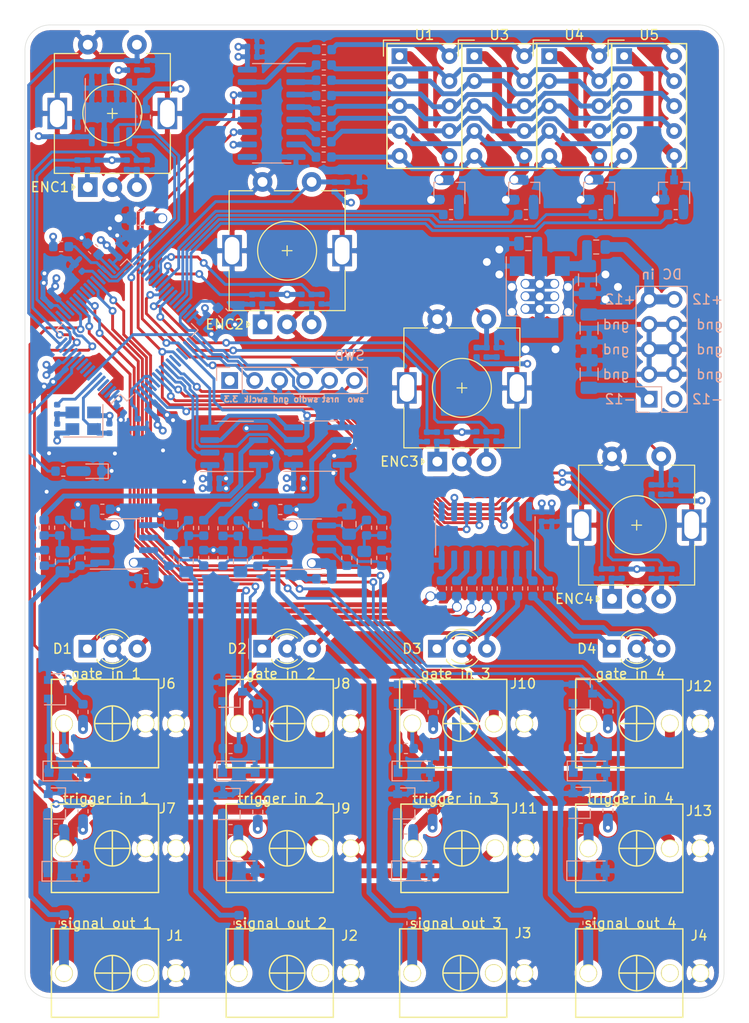
<source format=kicad_pcb>
(kicad_pcb (version 20171130) (host pcbnew 5.1.6-c6e7f7d~86~ubuntu18.04.1)
  (layers (0 F.Cu signal) (1 3.3v power hide) (2 GND power hide) (31 B.Cu signal) (34 B.Paste user hide) (35 F.Paste user hide) (36 B.SilkS user) (37 F.SilkS user) (38 B.Mask user hide) (39 F.Mask user hide) (44 Edge.Cuts user))
  (net 0 "")
  (net 1 "Net-(D1-Pad3)")
  (net 2 "Net-(D1-Pad1)")
  (net 3 "Net-(D2-Pad1)")
  (net 4 "Net-(D2-Pad3)")
  (net 5 "Net-(D3-Pad3)")
  (net 6 "Net-(D3-Pad1)")
  (net 7 "Net-(D4-Pad1)")
  (net 8 "Net-(D4-Pad3)")
  (net 9 "Net-(J6-Pad3)")
  (net 10 "Net-(J7-Pad3)")
  (net 11 "Net-(J10-Pad3)")
  (net 12 "Net-(J11-Pad3)")
  (net 13 "Net-(J12-Pad3)")
  (net 14 /encoders/enc_1_a_out)
  (net 15 GND)
  (net 16 /encoders/enc_1_b_out)
  (net 17 /encoders/enc_2_a_out)
  (net 18 /encoders/enc_2_b_out)
  (net 19 /encoders/enc_3_a_out)
  (net 20 /encoders/enc_3_b_out)
  (net 21 /encoders/enc_4_a_out)
  (net 22 /encoders/enc_4_b_out)
  (net 23 +3V3)
  (net 24 /seven_segment_display/digit_4_in)
  (net 25 /seven_segment_display/digit_3_in)
  (net 26 /seven_segment_display/digit_2_in)
  (net 27 /seven_segment_display/digit_1_in)
  (net 28 /encoders/enc_3_sw_out)
  (net 29 /encoders/enc_2_sw_out)
  (net 30 /encoders/enc_4_sw_out)
  (net 31 /encoders/enc_1_sw_out)
  (net 32 "Net-(J13-Pad3)")
  (net 33 "Net-(C13-Pad1)")
  (net 34 "Net-(Q1-Pad3)")
  (net 35 "Net-(Q1-Pad1)")
  (net 36 "Net-(Q2-Pad1)")
  (net 37 "Net-(Q2-Pad3)")
  (net 38 "Net-(Q3-Pad1)")
  (net 39 "Net-(Q3-Pad3)")
  (net 40 "Net-(Q4-Pad3)")
  (net 41 "Net-(Q4-Pad1)")
  (net 42 /input_jacks/g_2_normalization)
  (net 43 /input_jacks/t_2_normalization)
  (net 44 /stmf32/gate_1_in)
  (net 45 /stmf32/trigger_1_in)
  (net 46 /stmf32/gate_2_in)
  (net 47 /stmf32/trigger_2_in)
  (net 48 /stmf32/gate_3_in)
  (net 49 /stmf32/trigger_3_in)
  (net 50 /stmf32/gate_4_in)
  (net 51 /stmf32/trigger_4_in)
  (net 52 /leds/QA)
  (net 53 /leds/QB)
  (net 54 /leds/QC)
  (net 55 /leds/QD)
  (net 56 /leds/QE)
  (net 57 /leds/QF)
  (net 58 /leds/QG)
  (net 59 /leds/QH)
  (net 60 "Net-(U12-Pad9)")
  (net 61 /spi_dacs_and_level_shifters/10vp_adsr_1_out)
  (net 62 /spi_dacs_and_level_shifters/10vp_adsr_2_out)
  (net 63 /spi_dacs_and_level_shifters/10vp_adsr_3_out)
  (net 64 /spi_dacs_and_level_shifters/10vp_adsr_4_out)
  (net 65 /seven_segment_display/segment_D)
  (net 66 /seven_segment_display/segment_E)
  (net 67 /seven_segment_display/segment_DP)
  (net 68 /seven_segment_display/segment_G)
  (net 69 /seven_segment_display/segment_C)
  (net 70 /seven_segment_display/segment_F)
  (net 71 /seven_segment_display/segment_B)
  (net 72 /seven_segment_display/segment_A)
  (net 73 "Net-(R69-Pad2)")
  (net 74 "Net-(R77-Pad2)")
  (net 75 "Net-(R78-Pad2)")
  (net 76 "Net-(R70-Pad2)")
  (net 77 /spi_dacs_and_level_shifters/adsr_2_3.3v)
  (net 78 /spi_dacs_and_level_shifters/adsr_1_3.3v)
  (net 79 /spi_dacs_and_level_shifters/adsr_3_3.3v)
  (net 80 /spi_dacs_and_level_shifters/adsr_4_3.3v)
  (net 81 -12V)
  (net 82 +12V)
  (net 83 "Net-(D5-Pad2)")
  (net 84 /stmf32/status_led)
  (net 85 "Net-(C9-Pad1)")
  (net 86 "Net-(C12-Pad1)")
  (net 87 "Net-(C3-Pad1)")
  (net 88 "Net-(C6-Pad1)")
  (net 89 "Net-(C37-Pad1)")
  (net 90 "Net-(C38-Pad1)")
  (net 91 "Net-(C39-Pad2)")
  (net 92 "Net-(C40-Pad2)")
  (net 93 "Net-(C41-Pad1)")
  (net 94 "Net-(C42-Pad1)")
  (net 95 "Net-(C43-Pad2)")
  (net 96 "Net-(C44-Pad2)")
  (net 97 "Net-(C45-Pad1)")
  (net 98 "Net-(C46-Pad1)")
  (net 99 /stmf32/PHO)
  (net 100 "Net-(C48-Pad1)")
  (net 101 "Net-(ENC1-PadA)")
  (net 102 "Net-(ENC1-PadB)")
  (net 103 "Net-(ENC2-PadB)")
  (net 104 "Net-(ENC2-PadA)")
  (net 105 "Net-(ENC3-PadB)")
  (net 106 "Net-(ENC3-PadA)")
  (net 107 "Net-(ENC4-PadA)")
  (net 108 "Net-(ENC4-PadB)")
  (net 109 "Net-(J1-Pad3)")
  (net 110 "Net-(J1-Pad2)")
  (net 111 "Net-(J2-Pad2)")
  (net 112 "Net-(J2-Pad3)")
  (net 113 "Net-(J3-Pad3)")
  (net 114 "Net-(J3-Pad2)")
  (net 115 "Net-(J4-Pad2)")
  (net 116 "Net-(J4-Pad3)")
  (net 117 "Net-(R26-Pad2)")
  (net 118 "Net-(R27-Pad2)")
  (net 119 "Net-(R28-Pad2)")
  (net 120 "Net-(R29-Pad2)")
  (net 121 "Net-(R30-Pad2)")
  (net 122 "Net-(R31-Pad2)")
  (net 123 "Net-(R32-Pad2)")
  (net 124 "Net-(R33-Pad2)")
  (net 125 "Net-(R82-Pad1)")
  (net 126 "Net-(R83-Pad1)")
  (net 127 /stmf32/PH1)
  (net 128 "Net-(U2-Pad9)")
  (net 129 "Net-(U6-Pad9)")
  (net 130 /stmf32/SWO)
  (net 131 "Net-(U12-Pad54)")
  (net 132 "Net-(U12-Pad52)")
  (net 133 /stmf32/SWCLK)
  (net 134 /stmf32/SWDIO)
  (net 135 "Net-(U12-Pad10)")
  (net 136 "Net-(U12-Pad8)")
  (net 137 /stmf32/NRST)
  (net 138 "Net-(U12-Pad4)")
  (net 139 "Net-(U12-Pad3)")
  (net 140 "Net-(D6-Pad1)")
  (net 141 "Net-(D7-Pad1)")
  (net 142 "Net-(D8-Pad1)")
  (net 143 "Net-(D9-Pad1)")
  (net 144 "Net-(D10-Pad1)")
  (net 145 "Net-(D11-Pad1)")
  (net 146 "Net-(D12-Pad1)")
  (net 147 "Net-(D13-Pad1)")
  (net 148 /EEPROM/I2C2_SDA)
  (net 149 /EEPROM/I2C2_SCL)
  (net 150 /leds/spi_data_in)
  (net 151 /seven_segment_display/spi_seven_segment_cs)
  (net 152 /leds/spi_clk_in)
  (net 153 /leds/spi_rg_leds_cs)
  (net 154 /spi_dacs_and_level_shifters/spi_dac1_cs)
  (net 155 /spi_dacs_and_level_shifters/spi_dac2_cs)
  (net 156 "Net-(U12-Pad61)")
  (net 157 "Net-(U12-Pad35)")
  (net 158 "Net-(U12-Pad2)")
  (net 159 "Net-(U12-Pad25)")
  (net 160 "Net-(U12-Pad24)")
  (module Package_TO_SOT_SMD:SOT-23 (layer B.Cu) (at 132.953 118.872)
    (fp_text reference Q11)
    (fp_text value MMBT3904)
    (pad 3 smd rect (at 1 0) (size 0.9 0.8) (layers B.Cu B.Paste B.Mask) (net 50 /stmf32/gate_4_in))
    (pad 2 smd rect (at -1 -0.95) (size 0.9 0.8) (layers B.Cu B.Paste B.Mask) (net 15 GND))
    (pad 1 smd rect (at -1 0.95) (size 0.9 0.8) (layers B.Cu B.Paste B.Mask) (net 146 "Net-(D12-Pad1)"))
  )
  (module Capacitor_SMD:C_0402_1005Metric (layer B.Cu) (at 81.56956 61.68884 90)
    (fp_text reference C53)
    (fp_text value 100nF)
    (pad 2 smd roundrect (at 0.485 0 90) (size 0.59 0.64) (layers B.Cu B.Paste B.Mask) (net 15 GND))
    (pad 1 smd roundrect (at -0.485 0 90) (size 0.59 0.64) (layers B.Cu B.Paste B.Mask) (net 23 +3V3))
  )
  (module Package_SO:SOIC-8_3.9x4.9mm_P1.27mm (layer B.Cu) (at 84.89696 59.70016 270)
    (fp_text reference U13)
    (fp_text value 24LC32)
    (pad 8 smd roundrect (at 2.475 1.905 270) (size 1.95 0.6) (layers B.Cu B.Paste B.Mask) (net 23 +3V3))
    (pad 7 smd roundrect (at 2.475 0.635 270) (size 1.95 0.6) (layers B.Cu B.Paste B.Mask) (net 15 GND))
    (pad 6 smd roundrect (at 2.475 -0.635 270) (size 1.95 0.6) (layers B.Cu B.Paste B.Mask) (net 149 /EEPROM/I2C2_SCL))
    (pad 5 smd roundrect (at 2.475 -1.905 270) (size 1.95 0.6) (layers B.Cu B.Paste B.Mask) (net 148 /EEPROM/I2C2_SDA))
    (pad 4 smd roundrect (at -2.475 -1.905 270) (size 1.95 0.6) (layers B.Cu B.Paste B.Mask) (net 15 GND))
    (pad 3 smd roundrect (at -2.475 -0.635 270) (size 1.95 0.6) (layers B.Cu B.Paste B.Mask) (net 15 GND))
    (pad 2 smd roundrect (at -2.475 0.635 270) (size 1.95 0.6) (layers B.Cu B.Paste B.Mask) (net 15 GND))
    (pad 1 smd roundrect (at -2.475 1.905 270) (size 1.95 0.6) (layers B.Cu B.Paste B.Mask) (net 15 GND))
  )
  (module Resistor_SMD:R_0603_1608Metric (layer B.Cu) (at 88.45804 60.1471 270)
    (fp_text reference R86)
    (fp_text value 4k7)
    (pad 2 smd roundrect (at 0.7875 0 270) (size 0.875 0.95) (layers B.Cu B.Paste B.Mask) (net 149 /EEPROM/I2C2_SCL))
    (pad 1 smd roundrect (at -0.7875 0 270) (size 0.875 0.95) (layers B.Cu B.Paste B.Mask) (net 23 +3V3))
  )
  (module Resistor_SMD:R_0603_1608Metric (layer B.Cu) (at 79.87274 73.36536)
    (fp_text reference R85)
    (fp_text value 4k7)
    (pad 2 smd roundrect (at 0.7875 0) (size 0.875 0.95) (layers B.Cu B.Paste B.Mask) (net 148 /EEPROM/I2C2_SDA))
    (pad 1 smd roundrect (at -0.7875 0) (size 0.875 0.95) (layers B.Cu B.Paste B.Mask) (net 23 +3V3))
  )
  (module Diode_SMD:D_SOD-123 (layer B.Cu) (at 133.5776 136.906)
    (fp_text reference D13)
    (fp_text value 1N4148W)
    (pad 2 smd rect (at 1.65 0) (size 0.9 1.2) (layers B.Cu B.Paste B.Mask) (net 15 GND))
    (pad 1 smd rect (at -1.65 0) (size 0.9 1.2) (layers B.Cu B.Paste B.Mask) (net 147 "Net-(D13-Pad1)"))
  )
  (module Diode_SMD:D_SOD-123 (layer B.Cu) (at 133.6284 126.746)
    (fp_text reference D12)
    (fp_text value 1N4148W)
    (pad 2 smd rect (at 1.65 0) (size 0.9 1.2) (layers B.Cu B.Paste B.Mask) (net 15 GND))
    (pad 1 smd rect (at -1.65 0) (size 0.9 1.2) (layers B.Cu B.Paste B.Mask) (net 146 "Net-(D12-Pad1)"))
  )
  (module Diode_SMD:D_SOD-123 (layer B.Cu) (at 115.7468 136.906)
    (fp_text reference D11)
    (fp_text value 1N4148W)
    (pad 2 smd rect (at 1.65 0) (size 0.9 1.2) (layers B.Cu B.Paste B.Mask) (net 15 GND))
    (pad 1 smd rect (at -1.65 0) (size 0.9 1.2) (layers B.Cu B.Paste B.Mask) (net 145 "Net-(D11-Pad1)"))
  )
  (module Diode_SMD:D_SOD-123 (layer B.Cu) (at 115.7976 126.746)
    (fp_text reference D10)
    (fp_text value 1N4148W)
    (pad 2 smd rect (at 1.65 0) (size 0.9 1.2) (layers B.Cu B.Paste B.Mask) (net 15 GND))
    (pad 1 smd rect (at -1.65 0) (size 0.9 1.2) (layers B.Cu B.Paste B.Mask) (net 144 "Net-(D10-Pad1)"))
  )
  (module Diode_SMD:D_SOD-123 (layer B.Cu) (at 97.9668 136.906)
    (fp_text reference D9)
    (fp_text value 1N4148W)
    (pad 2 smd rect (at 1.65 0) (size 0.9 1.2) (layers B.Cu B.Paste B.Mask) (net 15 GND))
    (pad 1 smd rect (at -1.65 0) (size 0.9 1.2) (layers B.Cu B.Paste B.Mask) (net 143 "Net-(D9-Pad1)"))
  )
  (module Diode_SMD:D_SOD-123 (layer B.Cu) (at 97.9668 126.746)
    (fp_text reference D8)
    (fp_text value 1N4148W)
    (pad 2 smd rect (at 1.65 0) (size 0.9 1.2) (layers B.Cu B.Paste B.Mask) (net 15 GND))
    (pad 1 smd rect (at -1.65 0) (size 0.9 1.2) (layers B.Cu B.Paste B.Mask) (net 142 "Net-(D8-Pad1)"))
  )
  (module Diode_SMD:D_SOD-123 (layer B.Cu) (at 80.1868 136.9568)
    (fp_text reference D7)
    (fp_text value 1N4148W)
    (pad 2 smd rect (at 1.65 0) (size 0.9 1.2) (layers B.Cu B.Paste B.Mask) (net 15 GND))
    (pad 1 smd rect (at -1.65 0) (size 0.9 1.2) (layers B.Cu B.Paste B.Mask) (net 141 "Net-(D7-Pad1)"))
  )
  (module Diode_SMD:D_SOD-123 (layer B.Cu) (at 80.2904 126.746)
    (fp_text reference D6)
    (fp_text value 1N4148W)
    (pad 2 smd rect (at 1.65 0) (size 0.9 1.2) (layers B.Cu B.Paste B.Mask) (net 15 GND))
    (pad 1 smd rect (at -1.65 0) (size 0.9 1.2) (layers B.Cu B.Paste B.Mask) (net 140 "Net-(D6-Pad1)"))
  )
  (module Capacitor_SMD:C_1206_3216Metric (layer B.Cu) (at 133.59384 86.3376 270)
    (fp_text reference C52)
    (fp_text value 10uF)
    (pad 2 smd roundrect (at 1.4 0 270) (size 1.25 1.75) (layers B.Cu B.Paste B.Mask) (roundrect_rratio 0.2) (net 81 -12V))
    (pad 1 smd roundrect (at -1.4 0 270) (size 1.25 1.75) (layers B.Cu B.Paste B.Mask) (roundrect_rratio 0.2) (net 15 GND))
  )
  (module Capacitor_SMD:C_1206_3216Metric (layer B.Cu) (at 133.58876 81.67324 270)
    (fp_text reference C51)
    (fp_text value 10uF)
    (pad 2 smd roundrect (at 1.4 0 270) (size 1.25 1.75) (layers B.Cu B.Paste B.Mask) (roundrect_rratio 0.2) (net 15 GND))
    (pad 1 smd roundrect (at -1.4 0 270) (size 1.25 1.75) (layers B.Cu B.Paste B.Mask) (roundrect_rratio 0.2) (net 82 +12V))
  )
  (module Resistor_SMD:R_0402_1005Metric (layer B.Cu) (at 81.663493 75.531933 135)
    (fp_text reference R83)
    (fp_text value 10k)
    (pad 2 smd roundrect (at 0.485 0 135) (size 0.59 0.64) (layers B.Cu B.Paste B.Mask) (net 15 GND))
    (pad 1 smd roundrect (at -0.485 0 135) (size 0.59 0.64) (layers B.Cu B.Paste B.Mask) (net 126 "Net-(R83-Pad1)"))
  )
  (module Resistor_SMD:R_0402_1005Metric (layer B.Cu) (at 87.66556 91.37664 270)
    (fp_text reference R82)
    (fp_text value 10k)
    (pad 2 smd roundrect (at 0.485 0 270) (size 0.59 0.64) (layers B.Cu B.Paste B.Mask) (net 15 GND))
    (pad 1 smd roundrect (at -0.485 0 270) (size 0.59 0.64) (layers B.Cu B.Paste B.Mask) (net 125 "Net-(R82-Pad1)"))
  )
  (module LED_SMD:LED_0603_1608Metric (layer B.Cu) (at 83.19018 96.23044 180)
    (fp_text reference D5)
    (fp_text value LED)
    (pad 2 smd roundrect (at 0.7875 0 180) (size 0.875 0.95) (layers B.Cu B.Paste B.Mask) (net 83 "Net-(D5-Pad2)"))
    (pad 1 smd roundrect (at -0.7875 0 180) (size 0.875 0.95) (layers B.Cu B.Paste B.Mask) (net 15 GND))
  )
  (module Connector_PinHeader_2.54mm:PinHeader_1x06_P2.54mm_Vertical (layer B.Cu) (at 97.028 86.995 270)
    (fp_text reference J14)
    (fp_text value SWD_header)
    (pad 6 thru_hole oval (at 0 -12.7 270) (size 1.7 1.7) (drill 1) (layers *.Cu *.Mask) (net 130 /stmf32/SWO))
    (pad 5 thru_hole oval (at 0 -10.16 270) (size 1.7 1.7) (drill 1) (layers *.Cu *.Mask) (net 137 /stmf32/NRST))
    (pad 4 thru_hole oval (at 0 -7.62 270) (size 1.7 1.7) (drill 1) (layers *.Cu *.Mask) (net 134 /stmf32/SWDIO))
    (pad 3 thru_hole oval (at 0 -5.08 270) (size 1.7 1.7) (drill 1) (layers *.Cu *.Mask) (net 15 GND))
    (pad 2 thru_hole oval (at 0 -2.54 270) (size 1.7 1.7) (drill 1) (layers *.Cu *.Mask) (net 133 /stmf32/SWCLK))
    (pad 1 thru_hole rect (at 0 0 270) (size 1.7 1.7) (drill 1) (layers *.Cu *.Mask) (net 23 +3V3))
  )
  (module Resistor_SMD:R_0402_1005Metric (layer B.Cu) (at 140.9192 98.0972 270)
    (fp_text reference R24)
    (fp_text value 100)
    (pad 2 smd roundrect (at 0.485 0 270) (size 0.59 0.64) (layers B.Cu B.Paste B.Mask) (net 86 "Net-(C12-Pad1)"))
    (pad 1 smd roundrect (at -0.485 0 270) (size 0.59 0.64) (layers B.Cu B.Paste B.Mask) (net 30 /encoders/enc_4_sw_out))
  )
  (module Resistor_SMD:R_0402_1005Metric (layer B.Cu) (at 139.954 98.0972 90)
    (fp_text reference R23)
    (fp_text value 4k7)
    (pad 2 smd roundrect (at 0.485 0 90) (size 0.59 0.64) (layers B.Cu B.Paste B.Mask) (net 30 /encoders/enc_4_sw_out))
    (pad 1 smd roundrect (at -0.485 0 90) (size 0.59 0.64) (layers B.Cu B.Paste B.Mask) (net 23 +3V3))
  )
  (module Resistor_SMD:R_0402_1005Metric (layer B.Cu) (at 135.89 106.657 90)
    (fp_text reference R22)
    (fp_text value 10k)
    (pad 2 smd roundrect (at 0.485 0 90) (size 0.59 0.64) (layers B.Cu B.Paste B.Mask) (net 22 /encoders/enc_4_b_out))
    (pad 1 smd roundrect (at -0.485 0 90) (size 0.59 0.64) (layers B.Cu B.Paste B.Mask) (net 107 "Net-(ENC4-PadA)"))
  )
  (module Resistor_SMD:R_0402_1005Metric (layer B.Cu) (at 136.906 106.657 270)
    (fp_text reference R21)
    (fp_text value 10k)
    (pad 2 smd roundrect (at 0.485 0 270) (size 0.59 0.64) (layers B.Cu B.Paste B.Mask) (net 107 "Net-(ENC4-PadA)"))
    (pad 1 smd roundrect (at -0.485 0 270) (size 0.59 0.64) (layers B.Cu B.Paste B.Mask) (net 23 +3V3))
  )
  (module Resistor_SMD:R_0402_1005Metric (layer B.Cu) (at 139.954 106.68 270)
    (fp_text reference R20)
    (fp_text value 10k)
    (pad 2 smd roundrect (at 0.485 0 270) (size 0.59 0.64) (layers B.Cu B.Paste B.Mask) (net 108 "Net-(ENC4-PadB)"))
    (pad 1 smd roundrect (at -0.485 0 270) (size 0.59 0.64) (layers B.Cu B.Paste B.Mask) (net 23 +3V3))
  )
  (module Resistor_SMD:R_0402_1005Metric (layer B.Cu) (at 140.97 106.68 90)
    (fp_text reference R19)
    (fp_text value 10k)
    (pad 2 smd roundrect (at 0.485 0 90) (size 0.59 0.64) (layers B.Cu B.Paste B.Mask) (net 21 /encoders/enc_4_a_out))
    (pad 1 smd roundrect (at -0.485 0 90) (size 0.59 0.64) (layers B.Cu B.Paste B.Mask) (net 108 "Net-(ENC4-PadB)"))
  )
  (module Rotary_Encoder:RotaryEncoder_Alps_EC11E-Switch_Vertical_H20mm (layer F.Cu) (at 135.93 109.22 90)
    (fp_text reference ENC4 (at 0 -3.85 180) (layer F.SilkS))
    (fp_text value Rotary_Encoder_Switch)
    (pad A thru_hole rect (at 0 0 90) (size 2 2) (drill 1) (layers *.Cu *.Mask) (net 107 "Net-(ENC4-PadA)"))
    (pad C thru_hole circle (at 0 2.5 90) (size 2 2) (drill 1) (layers *.Cu *.Mask) (net 15 GND))
    (pad B thru_hole circle (at 0 5 90) (size 2 2) (drill 1) (layers *.Cu *.Mask) (net 108 "Net-(ENC4-PadB)"))
    (pad MP thru_hole rect (at 7.5 -3.1 90) (size 3.2 2) (drill oval 2.8 1.5) (layers *.Cu *.Mask) (net 15 GND))
    (pad MP thru_hole rect (at 7.5 8.1 90) (size 3.2 2) (drill oval 2.8 1.5) (layers *.Cu *.Mask) (net 15 GND))
    (pad S2 thru_hole circle (at 14.5 0 90) (size 2 2) (drill 1) (layers *.Cu *.Mask) (net 15 GND))
    (pad S1 thru_hole circle (at 14.5 5 90) (size 2 2) (drill 1) (layers *.Cu *.Mask) (net 30 /encoders/enc_4_sw_out))
  )
  (module Resistor_SMD:R_0402_1005Metric (layer B.Cu) (at 123.1646 84.1272 270)
    (fp_text reference R18)
    (fp_text value 100)
    (pad 2 smd roundrect (at 0.485 0 270) (size 0.59 0.64) (layers B.Cu B.Paste B.Mask) (net 85 "Net-(C9-Pad1)"))
    (pad 1 smd roundrect (at -0.485 0 270) (size 0.59 0.64) (layers B.Cu B.Paste B.Mask) (net 28 /encoders/enc_3_sw_out))
  )
  (module Resistor_SMD:R_0402_1005Metric (layer B.Cu) (at 122.1486 84.1272 270)
    (fp_text reference R17)
    (fp_text value 4k7)
    (pad 2 smd roundrect (at 0.485 0 270) (size 0.59 0.64) (layers B.Cu B.Paste B.Mask) (net 23 +3V3))
    (pad 1 smd roundrect (at -0.485 0 270) (size 0.59 0.64) (layers B.Cu B.Paste B.Mask) (net 28 /encoders/enc_3_sw_out))
  )
  (module Resistor_SMD:R_0402_1005Metric (layer B.Cu) (at 118.11 92.733 90)
    (fp_text reference R16)
    (fp_text value 10k)
    (pad 2 smd roundrect (at 0.485 0 90) (size 0.59 0.64) (layers B.Cu B.Paste B.Mask) (net 20 /encoders/enc_3_b_out))
    (pad 1 smd roundrect (at -0.485 0 90) (size 0.59 0.64) (layers B.Cu B.Paste B.Mask) (net 106 "Net-(ENC3-PadA)"))
  )
  (module Resistor_SMD:R_0402_1005Metric (layer B.Cu) (at 119.126 92.733 270)
    (fp_text reference R15)
    (fp_text value 10k)
    (pad 2 smd roundrect (at 0.485 0 270) (size 0.59 0.64) (layers B.Cu B.Paste B.Mask) (net 106 "Net-(ENC3-PadA)"))
    (pad 1 smd roundrect (at -0.485 0 270) (size 0.59 0.64) (layers B.Cu B.Paste B.Mask) (net 23 +3V3))
  )
  (module Resistor_SMD:R_0402_1005Metric (layer B.Cu) (at 122.1232 92.687 270)
    (fp_text reference R14)
    (fp_text value 10k)
    (pad 2 smd roundrect (at 0.485 0 270) (size 0.59 0.64) (layers B.Cu B.Paste B.Mask) (net 105 "Net-(ENC3-PadB)"))
    (pad 1 smd roundrect (at -0.485 0 270) (size 0.59 0.64) (layers B.Cu B.Paste B.Mask) (net 23 +3V3))
  )
  (module Resistor_SMD:R_0402_1005Metric (layer B.Cu) (at 123.1392 92.687 90)
    (fp_text reference R13)
    (fp_text value 10k)
    (pad 2 smd roundrect (at 0.485 0 90) (size 0.59 0.64) (layers B.Cu B.Paste B.Mask) (net 19 /encoders/enc_3_a_out))
    (pad 1 smd roundrect (at -0.485 0 90) (size 0.59 0.64) (layers B.Cu B.Paste B.Mask) (net 105 "Net-(ENC3-PadB)"))
  )
  (module Resistor_SMD:R_0402_1005Metric (layer B.Cu) (at 108.966 67.287 270)
    (fp_text reference R12)
    (fp_text value 100)
    (pad 2 smd roundrect (at 0.485 0 270) (size 0.59 0.64) (layers B.Cu B.Paste B.Mask) (net 88 "Net-(C6-Pad1)"))
    (pad 1 smd roundrect (at -0.485 0 270) (size 0.59 0.64) (layers B.Cu B.Paste B.Mask) (net 29 /encoders/enc_2_sw_out))
  )
  (module Resistor_SMD:R_0402_1005Metric (layer B.Cu) (at 107.696 67.287 90)
    (fp_text reference R11)
    (fp_text value 4k7)
    (pad 2 smd roundrect (at 0.485 0 90) (size 0.59 0.64) (layers B.Cu B.Paste B.Mask) (net 29 /encoders/enc_2_sw_out))
    (pad 1 smd roundrect (at -0.485 0 90) (size 0.59 0.64) (layers B.Cu B.Paste B.Mask) (net 23 +3V3))
  )
  (module Resistor_SMD:R_0402_1005Metric (layer B.Cu) (at 100.33 78.717 90)
    (fp_text reference R10)
    (fp_text value 10k)
    (pad 2 smd roundrect (at 0.485 0 90) (size 0.59 0.64) (layers B.Cu B.Paste B.Mask) (net 18 /encoders/enc_2_b_out))
    (pad 1 smd roundrect (at -0.485 0 90) (size 0.59 0.64) (layers B.Cu B.Paste B.Mask) (net 104 "Net-(ENC2-PadA)"))
  )
  (module Resistor_SMD:R_0402_1005Metric (layer B.Cu) (at 101.346 78.717 270)
    (fp_text reference R9)
    (fp_text value 10k)
    (pad 2 smd roundrect (at 0.485 0 270) (size 0.59 0.64) (layers B.Cu B.Paste B.Mask) (net 104 "Net-(ENC2-PadA)"))
    (pad 1 smd roundrect (at -0.485 0 270) (size 0.59 0.64) (layers B.Cu B.Paste B.Mask) (net 23 +3V3))
  )
  (module Resistor_SMD:R_0402_1005Metric (layer B.Cu) (at 104.3432 78.717 270)
    (fp_text reference R8)
    (fp_text value 10k)
    (pad 2 smd roundrect (at 0.485 0 270) (size 0.59 0.64) (layers B.Cu B.Paste B.Mask) (net 103 "Net-(ENC2-PadB)"))
    (pad 1 smd roundrect (at -0.485 0 270) (size 0.59 0.64) (layers B.Cu B.Paste B.Mask) (net 23 +3V3))
  )
  (module Resistor_SMD:R_0402_1005Metric (layer B.Cu) (at 105.3592 78.717 90)
    (fp_text reference R7)
    (fp_text value 10k)
    (pad 2 smd roundrect (at 0.485 0 90) (size 0.59 0.64) (layers B.Cu B.Paste B.Mask) (net 17 /encoders/enc_2_a_out))
    (pad 1 smd roundrect (at -0.485 0 90) (size 0.59 0.64) (layers B.Cu B.Paste B.Mask) (net 103 "Net-(ENC2-PadB)"))
  )
  (module Resistor_SMD:R_0402_1005Metric (layer B.Cu) (at 87.6046 54.9172 270)
    (fp_text reference R6)
    (fp_text value 100)
    (pad 2 smd roundrect (at 0.485 0 270) (size 0.59 0.64) (layers B.Cu B.Paste B.Mask) (net 87 "Net-(C3-Pad1)"))
    (pad 1 smd roundrect (at -0.485 0 270) (size 0.59 0.64) (layers B.Cu B.Paste B.Mask) (net 31 /encoders/enc_1_sw_out))
  )
  (module Resistor_SMD:R_0402_1005Metric (layer B.Cu) (at 86.5886 54.9172 270)
    (fp_text reference R5)
    (fp_text value 4k7)
    (pad 2 smd roundrect (at 0.485 0 270) (size 0.59 0.64) (layers B.Cu B.Paste B.Mask) (net 23 +3V3))
    (pad 1 smd roundrect (at -0.485 0 270) (size 0.59 0.64) (layers B.Cu B.Paste B.Mask) (net 31 /encoders/enc_1_sw_out))
  )
  (module Resistor_SMD:R_0402_1005Metric (layer B.Cu) (at 82.55 65.047 90)
    (fp_text reference R4)
    (fp_text value 10k)
    (pad 2 smd roundrect (at 0.485 0 90) (size 0.59 0.64) (layers B.Cu B.Paste B.Mask) (net 16 /encoders/enc_1_b_out))
    (pad 1 smd roundrect (at -0.485 0 90) (size 0.59 0.64) (layers B.Cu B.Paste B.Mask) (net 101 "Net-(ENC1-PadA)"))
  )
  (module Resistor_SMD:R_0402_1005Metric (layer B.Cu) (at 83.566 65.047 270)
    (fp_text reference R3)
    (fp_text value 10k)
    (pad 2 smd roundrect (at 0.485 0 270) (size 0.59 0.64) (layers B.Cu B.Paste B.Mask) (net 101 "Net-(ENC1-PadA)"))
    (pad 1 smd roundrect (at -0.485 0 270) (size 0.59 0.64) (layers B.Cu B.Paste B.Mask) (net 23 +3V3))
  )
  (module Resistor_SMD:R_0402_1005Metric (layer B.Cu) (at 86.5632 65.047 270)
    (fp_text reference R2)
    (fp_text value 10k)
    (pad 2 smd roundrect (at 0.485 0 270) (size 0.59 0.64) (layers B.Cu B.Paste B.Mask) (net 102 "Net-(ENC1-PadB)"))
    (pad 1 smd roundrect (at -0.485 0 270) (size 0.59 0.64) (layers B.Cu B.Paste B.Mask) (net 23 +3V3))
  )
  (module Resistor_SMD:R_0402_1005Metric (layer B.Cu) (at 87.5792 65.047 90)
    (fp_text reference R1)
    (fp_text value 10k)
    (pad 2 smd roundrect (at 0.485 0 90) (size 0.59 0.64) (layers B.Cu B.Paste B.Mask) (net 14 /encoders/enc_1_a_out))
    (pad 1 smd roundrect (at -0.485 0 90) (size 0.59 0.64) (layers B.Cu B.Paste B.Mask) (net 102 "Net-(ENC1-PadB)"))
  )
  (module Capacitor_SMD:C_0402_1005Metric (layer B.Cu) (at 78.447947 78.270053 225)
    (fp_text reference C50)
    (fp_text value 100nF)
    (pad 2 smd roundrect (at 0.485 0 225) (size 0.59 0.64) (layers B.Cu B.Paste B.Mask) (net 15 GND))
    (pad 1 smd roundrect (at -0.485 0 225) (size 0.59 0.64) (layers B.Cu B.Paste B.Mask) (net 23 +3V3))
  )
  (module Capacitor_SMD:C_0402_1005Metric (layer B.Cu) (at 79.1972 79.0194 225)
    (fp_text reference C49)
    (fp_text value 100nF)
    (pad 2 smd roundrect (at 0.485 0 225) (size 0.59 0.64) (layers B.Cu B.Paste B.Mask) (net 15 GND))
    (pad 1 smd roundrect (at -0.485 0 225) (size 0.59 0.64) (layers B.Cu B.Paste B.Mask) (net 23 +3V3))
  )
  (module Resistor_SMD:R_0402_1005Metric (layer B.Cu) (at 79.4766 89.939 270)
    (fp_text reference R84)
    (fp_text value 100)
    (pad 2 smd roundrect (at 0.485 0 270) (size 0.59 0.64) (layers B.Cu B.Paste B.Mask) (net 100 "Net-(C48-Pad1)"))
    (pad 1 smd roundrect (at -0.485 0 270) (size 0.59 0.64) (layers B.Cu B.Paste B.Mask) (net 127 /stmf32/PH1))
  )
  (module Package_QFP:LQFP-64_10x10mm_P0.5mm (layer B.Cu) (at 86.580307 81.861805 45)
    (fp_text reference U12)
    (fp_text value STM32F405RGTx)
    (pad 64 smd roundrect (at -3.75 5.675 45) (size 0.3 1.55) (layers B.Cu B.Paste B.Mask) (net 23 +3V3))
    (pad 63 smd roundrect (at -3.25 5.675 45) (size 0.3 1.55) (layers B.Cu B.Paste B.Mask) (net 15 GND))
    (pad 62 smd roundrect (at -2.75 5.675 45) (size 0.3 1.55) (layers B.Cu B.Paste B.Mask) (net 153 /leds/spi_rg_leds_cs))
    (pad 61 smd roundrect (at -2.25 5.675 45) (size 0.3 1.55) (layers B.Cu B.Paste B.Mask) (net 156 "Net-(U12-Pad61)"))
    (pad 60 smd roundrect (at -1.75 5.675 45) (size 0.3 1.55) (layers B.Cu B.Paste B.Mask) (net 125 "Net-(R82-Pad1)"))
    (pad 59 smd roundrect (at -1.25 5.675 45) (size 0.3 1.55) (layers B.Cu B.Paste B.Mask) (net 22 /encoders/enc_4_b_out))
    (pad 58 smd roundrect (at -0.75 5.675 45) (size 0.3 1.55) (layers B.Cu B.Paste B.Mask) (net 21 /encoders/enc_4_a_out))
    (pad 57 smd roundrect (at -0.25 5.675 45) (size 0.3 1.55) (layers B.Cu B.Paste B.Mask) (net 154 /spi_dacs_and_level_shifters/spi_dac1_cs))
    (pad 56 smd roundrect (at 0.25 5.675 45) (size 0.3 1.55) (layers B.Cu B.Paste B.Mask) (net 155 /spi_dacs_and_level_shifters/spi_dac2_cs))
    (pad 55 smd roundrect (at 0.75 5.675 45) (size 0.3 1.55) (layers B.Cu B.Paste B.Mask) (net 130 /stmf32/SWO))
    (pad 54 smd roundrect (at 1.25 5.675 45) (size 0.3 1.55) (layers B.Cu B.Paste B.Mask) (net 131 "Net-(U12-Pad54)"))
    (pad 53 smd roundrect (at 1.75 5.675 45) (size 0.3 1.55) (layers B.Cu B.Paste B.Mask) (net 150 /leds/spi_data_in))
    (pad 52 smd roundrect (at 2.25 5.675 45) (size 0.3 1.55) (layers B.Cu B.Paste B.Mask) (net 132 "Net-(U12-Pad52)"))
    (pad 51 smd roundrect (at 2.75 5.675 45) (size 0.3 1.55) (layers B.Cu B.Paste B.Mask) (net 152 /leds/spi_clk_in))
    (pad 50 smd roundrect (at 3.25 5.675 45) (size 0.3 1.55) (layers B.Cu B.Paste B.Mask) (net 30 /encoders/enc_4_sw_out))
    (pad 49 smd roundrect (at 3.75 5.675 45) (size 0.3 1.55) (layers B.Cu B.Paste B.Mask) (net 133 /stmf32/SWCLK))
    (pad 48 smd roundrect (at 5.675 3.75 45) (size 1.55 0.3) (layers B.Cu B.Paste B.Mask) (net 23 +3V3))
    (pad 47 smd roundrect (at 5.675 3.25 45) (size 1.55 0.3) (layers B.Cu B.Paste B.Mask) (net 98 "Net-(C46-Pad1)"))
    (pad 46 smd roundrect (at 5.675 2.75 45) (size 1.55 0.3) (layers B.Cu B.Paste B.Mask) (net 134 /stmf32/SWDIO))
    (pad 45 smd roundrect (at 5.675 2.25 45) (size 1.55 0.3) (layers B.Cu B.Paste B.Mask) (net 24 /seven_segment_display/digit_4_in))
    (pad 44 smd roundrect (at 5.675 1.75 45) (size 1.55 0.3) (layers B.Cu B.Paste B.Mask) (net 25 /seven_segment_display/digit_3_in))
    (pad 43 smd roundrect (at 5.675 1.25 45) (size 1.55 0.3) (layers B.Cu B.Paste B.Mask) (net 26 /seven_segment_display/digit_2_in))
    (pad 42 smd roundrect (at 5.675 0.75 45) (size 1.55 0.3) (layers B.Cu B.Paste B.Mask) (net 20 /encoders/enc_3_b_out))
    (pad 41 smd roundrect (at 5.675 0.25 45) (size 1.55 0.3) (layers B.Cu B.Paste B.Mask) (net 19 /encoders/enc_3_a_out))
    (pad 40 smd roundrect (at 5.675 -0.25 45) (size 1.55 0.3) (layers B.Cu B.Paste B.Mask) (net 28 /encoders/enc_3_sw_out))
    (pad 39 smd roundrect (at 5.675 -0.75 45) (size 1.55 0.3) (layers B.Cu B.Paste B.Mask) (net 27 /seven_segment_display/digit_1_in))
    (pad 38 smd roundrect (at 5.675 -1.25 45) (size 1.55 0.3) (layers B.Cu B.Paste B.Mask) (net 18 /encoders/enc_2_b_out))
    (pad 37 smd roundrect (at 5.675 -1.75 45) (size 1.55 0.3) (layers B.Cu B.Paste B.Mask) (net 17 /encoders/enc_2_a_out))
    (pad 36 smd roundrect (at 5.675 -2.25 45) (size 1.55 0.3) (layers B.Cu B.Paste B.Mask) (net 29 /encoders/enc_2_sw_out))
    (pad 35 smd roundrect (at 5.675 -2.75 45) (size 1.55 0.3) (layers B.Cu B.Paste B.Mask) (net 157 "Net-(U12-Pad35)"))
    (pad 34 smd roundrect (at 5.675 -3.25 45) (size 1.55 0.3) (layers B.Cu B.Paste B.Mask) (net 151 /seven_segment_display/spi_seven_segment_cs))
    (pad 33 smd roundrect (at 5.675 -3.75 45) (size 1.55 0.3) (layers B.Cu B.Paste B.Mask) (net 51 /stmf32/trigger_4_in))
    (pad 32 smd roundrect (at 3.75 -5.675 45) (size 0.3 1.55) (layers B.Cu B.Paste B.Mask) (net 23 +3V3))
    (pad 31 smd roundrect (at 3.25 -5.675 45) (size 0.3 1.55) (layers B.Cu B.Paste B.Mask) (net 97 "Net-(C45-Pad1)"))
    (pad 30 smd roundrect (at 2.75 -5.675 45) (size 0.3 1.55) (layers B.Cu B.Paste B.Mask) (net 148 /EEPROM/I2C2_SDA))
    (pad 29 smd roundrect (at 2.25 -5.675 45) (size 0.3 1.55) (layers B.Cu B.Paste B.Mask) (net 149 /EEPROM/I2C2_SCL))
    (pad 28 smd roundrect (at 1.75 -5.675 45) (size 0.3 1.55) (layers B.Cu B.Paste B.Mask) (net 126 "Net-(R83-Pad1)"))
    (pad 27 smd roundrect (at 1.25 -5.675 45) (size 0.3 1.55) (layers B.Cu B.Paste B.Mask) (net 50 /stmf32/gate_4_in))
    (pad 26 smd roundrect (at 0.75 -5.675 45) (size 0.3 1.55) (layers B.Cu B.Paste B.Mask) (net 49 /stmf32/trigger_3_in))
    (pad 25 smd roundrect (at 0.25 -5.675 45) (size 0.3 1.55) (layers B.Cu B.Paste B.Mask) (net 159 "Net-(U12-Pad25)"))
    (pad 24 smd roundrect (at -0.25 -5.675 45) (size 0.3 1.55) (layers B.Cu B.Paste B.Mask) (net 160 "Net-(U12-Pad24)"))
    (pad 23 smd roundrect (at -0.75 -5.675 45) (size 0.3 1.55) (layers B.Cu B.Paste B.Mask) (net 48 /stmf32/gate_3_in))
    (pad 22 smd roundrect (at -1.25 -5.675 45) (size 0.3 1.55) (layers B.Cu B.Paste B.Mask) (net 47 /stmf32/trigger_2_in))
    (pad 21 smd roundrect (at -1.75 -5.675 45) (size 0.3 1.55) (layers B.Cu B.Paste B.Mask) (net 46 /stmf32/gate_2_in))
    (pad 20 smd roundrect (at -2.25 -5.675 45) (size 0.3 1.55) (layers B.Cu B.Paste B.Mask) (net 45 /stmf32/trigger_1_in))
    (pad 19 smd roundrect (at -2.75 -5.675 45) (size 0.3 1.55) (layers B.Cu B.Paste B.Mask) (net 23 +3V3))
    (pad 18 smd roundrect (at -3.25 -5.675 45) (size 0.3 1.55) (layers B.Cu B.Paste B.Mask) (net 15 GND))
    (pad 17 smd roundrect (at -3.75 -5.675 45) (size 0.3 1.55) (layers B.Cu B.Paste B.Mask) (net 44 /stmf32/gate_1_in))
    (pad 16 smd roundrect (at -5.675 -3.75 45) (size 1.55 0.3) (layers B.Cu B.Paste B.Mask) (net 31 /encoders/enc_1_sw_out))
    (pad 15 smd roundrect (at -5.675 -3.25 45) (size 1.55 0.3) (layers B.Cu B.Paste B.Mask) (net 16 /encoders/enc_1_b_out))
    (pad 14 smd roundrect (at -5.675 -2.75 45) (size 1.55 0.3) (layers B.Cu B.Paste B.Mask) (net 14 /encoders/enc_1_a_out))
    (pad 13 smd roundrect (at -5.675 -2.25 45) (size 1.55 0.3) (layers B.Cu B.Paste B.Mask) (net 23 +3V3))
    (pad 12 smd roundrect (at -5.675 -1.75 45) (size 1.55 0.3) (layers B.Cu B.Paste B.Mask) (net 15 GND))
    (pad 11 smd roundrect (at -5.675 -1.25 45) (size 1.55 0.3) (layers B.Cu B.Paste B.Mask) (net 84 /stmf32/status_led))
    (pad 10 smd roundrect (at -5.675 -0.75 45) (size 1.55 0.3) (layers B.Cu B.Paste B.Mask) (net 135 "Net-(U12-Pad10)"))
    (pad 9 smd roundrect (at -5.675 -0.25 45) (size 1.55 0.3) (layers B.Cu B.Paste B.Mask) (net 60 "Net-(U12-Pad9)"))
    (pad 8 smd roundrect (at -5.675 0.25 45) (size 1.55 0.3) (layers B.Cu B.Paste B.Mask) (net 136 "Net-(U12-Pad8)"))
    (pad 7 smd roundrect (at -5.675 0.75 45) (size 1.55 0.3) (layers B.Cu B.Paste B.Mask) (net 137 /stmf32/NRST))
    (pad 6 smd roundrect (at -5.675 1.25 45) (size 1.55 0.3) (layers B.Cu B.Paste B.Mask) (net 127 /stmf32/PH1))
    (pad 5 smd roundrect (at -5.675 1.75 45) (size 1.55 0.3) (layers B.Cu B.Paste B.Mask) (net 99 /stmf32/PHO))
    (pad 4 smd roundrect (at -5.675 2.25 45) (size 1.55 0.3) (layers B.Cu B.Paste B.Mask) (net 138 "Net-(U12-Pad4)"))
    (pad 3 smd roundrect (at -5.675 2.75 45) (size 1.55 0.3) (layers B.Cu B.Paste B.Mask) (net 139 "Net-(U12-Pad3)"))
    (pad 2 smd roundrect (at -5.675 3.25 45) (size 1.55 0.3) (layers B.Cu B.Paste B.Mask) (net 158 "Net-(U12-Pad2)"))
    (pad 1 smd roundrect (at -5.675 3.75 45) (size 1.55 0.3) (layers B.Cu B.Paste B.Mask) (net 23 +3V3))
  )
  (module Package_SO:SOIC-8_3.9x4.9mm_P1.27mm (layer B.Cu) (at 104.4082 103.6574)
    (fp_text reference U11)
    (fp_text value TL072)
    (pad 8 smd roundrect (at 2.475 1.905) (size 1.95 0.6) (layers B.Cu B.Paste B.Mask) (net 82 +12V))
    (pad 7 smd roundrect (at 2.475 0.635) (size 1.95 0.6) (layers B.Cu B.Paste B.Mask) (net 64 /spi_dacs_and_level_shifters/10vp_adsr_4_out))
    (pad 6 smd roundrect (at 2.475 -0.635) (size 1.95 0.6) (layers B.Cu B.Paste B.Mask) (net 75 "Net-(R78-Pad2)"))
    (pad 5 smd roundrect (at 2.475 -1.905) (size 1.95 0.6) (layers B.Cu B.Paste B.Mask) (net 93 "Net-(C41-Pad1)"))
    (pad 4 smd roundrect (at -2.475 -1.905) (size 1.95 0.6) (layers B.Cu B.Paste B.Mask) (net 81 -12V))
    (pad 3 smd roundrect (at -2.475 -0.635) (size 1.95 0.6) (layers B.Cu B.Paste B.Mask) (net 89 "Net-(C37-Pad1)"))
    (pad 2 smd roundrect (at -2.475 0.635) (size 1.95 0.6) (layers B.Cu B.Paste B.Mask) (net 76 "Net-(R70-Pad2)"))
    (pad 1 smd roundrect (at -2.475 1.905) (size 1.95 0.6) (layers B.Cu B.Paste B.Mask) (net 63 /spi_dacs_and_level_shifters/10vp_adsr_3_out))
  )
  (module Package_SO:SOIC-8_3.9x4.9mm_P1.27mm (layer B.Cu) (at 105.9942 93.6752)
    (fp_text reference U10)
    (fp_text value MCP4822)
    (pad 8 smd roundrect (at 2.475 1.905) (size 1.95 0.6) (layers B.Cu B.Paste B.Mask) (net 80 /spi_dacs_and_level_shifters/adsr_4_3.3v))
    (pad 7 smd roundrect (at 2.475 0.635) (size 1.95 0.6) (layers B.Cu B.Paste B.Mask) (net 15 GND))
    (pad 6 smd roundrect (at 2.475 -0.635) (size 1.95 0.6) (layers B.Cu B.Paste B.Mask) (net 79 /spi_dacs_and_level_shifters/adsr_3_3.3v))
    (pad 5 smd roundrect (at 2.475 -1.905) (size 1.95 0.6) (layers B.Cu B.Paste B.Mask) (net 15 GND))
    (pad 4 smd roundrect (at -2.475 -1.905) (size 1.95 0.6) (layers B.Cu B.Paste B.Mask) (net 150 /leds/spi_data_in))
    (pad 3 smd roundrect (at -2.475 -0.635) (size 1.95 0.6) (layers B.Cu B.Paste B.Mask) (net 152 /leds/spi_clk_in))
    (pad 2 smd roundrect (at -2.475 0.635) (size 1.95 0.6) (layers B.Cu B.Paste B.Mask) (net 155 /spi_dacs_and_level_shifters/spi_dac2_cs))
    (pad 1 smd roundrect (at -2.475 1.905) (size 1.95 0.6) (layers B.Cu B.Paste B.Mask) (net 23 +3V3))
  )
  (module Package_SO:SOIC-8_3.9x4.9mm_P1.27mm (layer B.Cu) (at 97.4852 93.7006)
    (fp_text reference U9)
    (fp_text value MCP4822)
    (pad 8 smd roundrect (at 2.475 1.905) (size 1.95 0.6) (layers B.Cu B.Paste B.Mask) (net 77 /spi_dacs_and_level_shifters/adsr_2_3.3v))
    (pad 7 smd roundrect (at 2.475 0.635) (size 1.95 0.6) (layers B.Cu B.Paste B.Mask) (net 15 GND))
    (pad 6 smd roundrect (at 2.475 -0.635) (size 1.95 0.6) (layers B.Cu B.Paste B.Mask) (net 78 /spi_dacs_and_level_shifters/adsr_1_3.3v))
    (pad 5 smd roundrect (at 2.475 -1.905) (size 1.95 0.6) (layers B.Cu B.Paste B.Mask) (net 15 GND))
    (pad 4 smd roundrect (at -2.475 -1.905) (size 1.95 0.6) (layers B.Cu B.Paste B.Mask) (net 150 /leds/spi_data_in))
    (pad 3 smd roundrect (at -2.475 -0.635) (size 1.95 0.6) (layers B.Cu B.Paste B.Mask) (net 152 /leds/spi_clk_in))
    (pad 2 smd roundrect (at -2.475 0.635) (size 1.95 0.6) (layers B.Cu B.Paste B.Mask) (net 154 /spi_dacs_and_level_shifters/spi_dac1_cs))
    (pad 1 smd roundrect (at -2.475 1.905) (size 1.95 0.6) (layers B.Cu B.Paste B.Mask) (net 23 +3V3))
  )
  (module Package_SO:SOIC-8_3.9x4.9mm_P1.27mm (layer B.Cu) (at 86.295 103.632)
    (fp_text reference U8)
    (fp_text value TL072)
    (pad 8 smd roundrect (at 2.475 1.905) (size 1.95 0.6) (layers B.Cu B.Paste B.Mask) (net 82 +12V))
    (pad 7 smd roundrect (at 2.475 0.635) (size 1.95 0.6) (layers B.Cu B.Paste B.Mask) (net 62 /spi_dacs_and_level_shifters/10vp_adsr_2_out))
    (pad 6 smd roundrect (at 2.475 -0.635) (size 1.95 0.6) (layers B.Cu B.Paste B.Mask) (net 74 "Net-(R77-Pad2)"))
    (pad 5 smd roundrect (at 2.475 -1.905) (size 1.95 0.6) (layers B.Cu B.Paste B.Mask) (net 94 "Net-(C42-Pad1)"))
    (pad 4 smd roundrect (at -2.475 -1.905) (size 1.95 0.6) (layers B.Cu B.Paste B.Mask) (net 81 -12V))
    (pad 3 smd roundrect (at -2.475 -0.635) (size 1.95 0.6) (layers B.Cu B.Paste B.Mask) (net 90 "Net-(C38-Pad1)"))
    (pad 2 smd roundrect (at -2.475 0.635) (size 1.95 0.6) (layers B.Cu B.Paste B.Mask) (net 73 "Net-(R69-Pad2)"))
    (pad 1 smd roundrect (at -2.475 1.905) (size 1.95 0.6) (layers B.Cu B.Paste B.Mask) (net 61 /spi_dacs_and_level_shifters/10vp_adsr_1_out))
  )
  (module Package_TO_SOT_SMD:SOT-223-3_TabPin2 (layer B.Cu) (at 128.56972 78.50084 270)
    (fp_text reference U7)
    (fp_text value AMS1117-3.3)
    (pad 1 smd rect (at -3.15 2.3 270) (size 2 1.5) (layers B.Cu B.Paste B.Mask) (net 15 GND))
    (pad 3 smd rect (at -3.15 -2.3 270) (size 2 1.5) (layers B.Cu B.Paste B.Mask) (net 33 "Net-(C13-Pad1)"))
    (pad 2 smd rect (at -3.15 0 270) (size 2 1.5) (layers B.Cu B.Paste B.Mask) (net 23 +3V3))
    (pad 2 smd rect (at 3.15 0 270) (size 2 3.8) (layers B.Cu B.Paste B.Mask) (net 23 +3V3))
  )
  (module Package_SO:SOIC-16_3.9x9.9mm_P1.27mm (layer B.Cu) (at 123.0376 102.8065 90)
    (fp_text reference U6)
    (fp_text value 74HC595)
    (pad 16 smd roundrect (at 2.475 4.445 90) (size 1.95 0.6) (layers B.Cu B.Paste B.Mask) (net 23 +3V3))
    (pad 15 smd roundrect (at 2.475 3.175 90) (size 1.95 0.6) (layers B.Cu B.Paste B.Mask) (net 52 /leds/QA))
    (pad 14 smd roundrect (at 2.475 1.905 90) (size 1.95 0.6) (layers B.Cu B.Paste B.Mask) (net 150 /leds/spi_data_in))
    (pad 13 smd roundrect (at 2.475 0.635 90) (size 1.95 0.6) (layers B.Cu B.Paste B.Mask) (net 15 GND))
    (pad 12 smd roundrect (at 2.475 -0.635 90) (size 1.95 0.6) (layers B.Cu B.Paste B.Mask) (net 153 /leds/spi_rg_leds_cs))
    (pad 11 smd roundrect (at 2.475 -1.905 90) (size 1.95 0.6) (layers B.Cu B.Paste B.Mask) (net 152 /leds/spi_clk_in))
    (pad 10 smd roundrect (at 2.475 -3.175 90) (size 1.95 0.6) (layers B.Cu B.Paste B.Mask) (net 23 +3V3))
    (pad 9 smd roundrect (at 2.475 -4.445 90) (size 1.95 0.6) (layers B.Cu B.Paste B.Mask) (net 129 "Net-(U6-Pad9)"))
    (pad 8 smd roundrect (at -2.475 -4.445 90) (size 1.95 0.6) (layers B.Cu B.Paste B.Mask) (net 15 GND))
    (pad 7 smd roundrect (at -2.475 -3.175 90) (size 1.95 0.6) (layers B.Cu B.Paste B.Mask) (net 59 /leds/QH))
    (pad 6 smd roundrect (at -2.475 -1.905 90) (size 1.95 0.6) (layers B.Cu B.Paste B.Mask) (net 58 /leds/QG))
    (pad 5 smd roundrect (at -2.475 -0.635 90) (size 1.95 0.6) (layers B.Cu B.Paste B.Mask) (net 57 /leds/QF))
    (pad 4 smd roundrect (at -2.475 0.635 90) (size 1.95 0.6) (layers B.Cu B.Paste B.Mask) (net 56 /leds/QE))
    (pad 3 smd roundrect (at -2.475 1.905 90) (size 1.95 0.6) (layers B.Cu B.Paste B.Mask) (net 55 /leds/QD))
    (pad 2 smd roundrect (at -2.475 3.175 90) (size 1.95 0.6) (layers B.Cu B.Paste B.Mask) (net 54 /leds/QC))
    (pad 1 smd roundrect (at -2.475 4.445 90) (size 1.95 0.6) (layers B.Cu B.Paste B.Mask) (net 53 /leds/QB))
  )
  (module Package_SO:SOIC-16_3.9x9.9mm_P1.27mm (layer B.Cu) (at 101.2967 59.7916 180)
    (fp_text reference U2)
    (fp_text value 74HC595)
    (pad 16 smd roundrect (at 2.475 4.445 180) (size 1.95 0.6) (layers B.Cu B.Paste B.Mask) (net 23 +3V3))
    (pad 15 smd roundrect (at 2.475 3.175 180) (size 1.95 0.6) (layers B.Cu B.Paste B.Mask) (net 117 "Net-(R26-Pad2)"))
    (pad 14 smd roundrect (at 2.475 1.905 180) (size 1.95 0.6) (layers B.Cu B.Paste B.Mask) (net 150 /leds/spi_data_in))
    (pad 13 smd roundrect (at 2.475 0.635 180) (size 1.95 0.6) (layers B.Cu B.Paste B.Mask) (net 15 GND))
    (pad 12 smd roundrect (at 2.475 -0.635 180) (size 1.95 0.6) (layers B.Cu B.Paste B.Mask) (net 151 /seven_segment_display/spi_seven_segment_cs))
    (pad 11 smd roundrect (at 2.475 -1.905 180) (size 1.95 0.6) (layers B.Cu B.Paste B.Mask) (net 152 /leds/spi_clk_in))
    (pad 10 smd roundrect (at 2.475 -3.175 180) (size 1.95 0.6) (layers B.Cu B.Paste B.Mask) (net 23 +3V3))
    (pad 9 smd roundrect (at 2.475 -4.445 180) (size 1.95 0.6) (layers B.Cu B.Paste B.Mask) (net 128 "Net-(U2-Pad9)"))
    (pad 8 smd roundrect (at -2.475 -4.445 180) (size 1.95 0.6) (layers B.Cu B.Paste B.Mask) (net 15 GND))
    (pad 7 smd roundrect (at -2.475 -3.175 180) (size 1.95 0.6) (layers B.Cu B.Paste B.Mask) (net 124 "Net-(R33-Pad2)"))
    (pad 6 smd roundrect (at -2.475 -1.905 180) (size 1.95 0.6) (layers B.Cu B.Paste B.Mask) (net 123 "Net-(R32-Pad2)"))
    (pad 5 smd roundrect (at -2.475 -0.635 180) (size 1.95 0.6) (layers B.Cu B.Paste B.Mask) (net 122 "Net-(R31-Pad2)"))
    (pad 4 smd roundrect (at -2.475 0.635 180) (size 1.95 0.6) (layers B.Cu B.Paste B.Mask) (net 121 "Net-(R30-Pad2)"))
    (pad 3 smd roundrect (at -2.475 1.905 180) (size 1.95 0.6) (layers B.Cu B.Paste B.Mask) (net 120 "Net-(R29-Pad2)"))
    (pad 2 smd roundrect (at -2.475 3.175 180) (size 1.95 0.6) (layers B.Cu B.Paste B.Mask) (net 119 "Net-(R28-Pad2)"))
    (pad 1 smd roundrect (at -2.475 4.445 180) (size 1.95 0.6) (layers B.Cu B.Paste B.Mask) (net 118 "Net-(R27-Pad2)"))
  )
  (module Resistor_SMD:R_0603_1608Metric (layer B.Cu) (at 80.09646 96.22536)
    (fp_text reference R81)
    (fp_text value 2k2)
    (pad 2 smd roundrect (at 0.7875 0) (size 0.875 0.95) (layers B.Cu B.Paste B.Mask) (net 83 "Net-(D5-Pad2)"))
    (pad 1 smd roundrect (at -0.7875 0) (size 0.875 0.95) (layers B.Cu B.Paste B.Mask) (net 84 /stmf32/status_led))
  )
  (module Resistor_SMD:R_0603_1608Metric (layer B.Cu) (at 108.9406 105.0545 90)
    (fp_text reference R80)
    (fp_text value 68k)
    (pad 2 smd roundrect (at 0.7875 0 90) (size 0.875 0.95) (layers B.Cu B.Paste B.Mask) (net 75 "Net-(R78-Pad2)"))
    (pad 1 smd roundrect (at -0.7875 0 90) (size 0.875 0.95) (layers B.Cu B.Paste B.Mask) (net 64 /spi_dacs_and_level_shifters/10vp_adsr_4_out))
  )
  (module Resistor_SMD:R_0603_1608Metric (layer B.Cu) (at 90.8304 105.0799 90)
    (fp_text reference R79)
    (fp_text value 68k)
    (pad 2 smd roundrect (at 0.7875 0 90) (size 0.875 0.95) (layers B.Cu B.Paste B.Mask) (net 74 "Net-(R77-Pad2)"))
    (pad 1 smd roundrect (at -0.7875 0 90) (size 0.875 0.95) (layers B.Cu B.Paste B.Mask) (net 62 /spi_dacs_and_level_shifters/10vp_adsr_2_out))
  )
  (module Resistor_SMD:R_0603_1608Metric (layer B.Cu) (at 112.4966 105.0545 270)
    (fp_text reference R78)
    (fp_text value 33k)
    (pad 2 smd roundrect (at 0.7875 0 270) (size 0.875 0.95) (layers B.Cu B.Paste B.Mask) (net 75 "Net-(R78-Pad2)"))
    (pad 1 smd roundrect (at -0.7875 0 270) (size 0.875 0.95) (layers B.Cu B.Paste B.Mask) (net 15 GND))
  )
  (module Resistor_SMD:R_0603_1608Metric (layer B.Cu) (at 94.3864 105.0545 270)
    (fp_text reference R77)
    (fp_text value 33k)
    (pad 2 smd roundrect (at 0.7875 0 270) (size 0.875 0.95) (layers B.Cu B.Paste B.Mask) (net 74 "Net-(R77-Pad2)"))
    (pad 1 smd roundrect (at -0.7875 0 270) (size 0.875 0.95) (layers B.Cu B.Paste B.Mask) (net 15 GND))
  )
  (module Resistor_SMD:R_0603_1608Metric (layer B.Cu) (at 92.837 102.0063 270)
    (fp_text reference R76)
    (fp_text value 200k)
    (pad 2 smd roundrect (at 0.7875 0 270) (size 0.875 0.95) (layers B.Cu B.Paste B.Mask) (net 95 "Net-(C43-Pad2)"))
    (pad 1 smd roundrect (at -0.7875 0 270) (size 0.875 0.95) (layers B.Cu B.Paste B.Mask) (net 94 "Net-(C42-Pad1)"))
  )
  (module Resistor_SMD:R_0603_1608Metric (layer B.Cu) (at 110.9472 101.9809 270)
    (fp_text reference R75)
    (fp_text value 200k)
    (pad 2 smd roundrect (at 0.7875 0 270) (size 0.875 0.95) (layers B.Cu B.Paste B.Mask) (net 96 "Net-(C44-Pad2)"))
    (pad 1 smd roundrect (at -0.7875 0 270) (size 0.875 0.95) (layers B.Cu B.Paste B.Mask) (net 93 "Net-(C41-Pad1)"))
  )
  (module Resistor_SMD:R_0603_1608Metric (layer B.Cu) (at 94.3864 102.0063 90)
    (fp_text reference R74)
    (fp_text value 50k)
    (pad 2 smd roundrect (at 0.7875 0 90) (size 0.875 0.95) (layers B.Cu B.Paste B.Mask) (net 77 /spi_dacs_and_level_shifters/adsr_2_3.3v))
    (pad 1 smd roundrect (at -0.7875 0 90) (size 0.875 0.95) (layers B.Cu B.Paste B.Mask) (net 95 "Net-(C43-Pad2)"))
  )
  (module Resistor_SMD:R_0603_1608Metric (layer B.Cu) (at 112.4966 101.9809 90)
    (fp_text reference R73)
    (fp_text value 50k)
    (pad 2 smd roundrect (at 0.7875 0 90) (size 0.875 0.95) (layers B.Cu B.Paste B.Mask) (net 80 /spi_dacs_and_level_shifters/adsr_4_3.3v))
    (pad 1 smd roundrect (at -0.7875 0 90) (size 0.875 0.95) (layers B.Cu B.Paste B.Mask) (net 96 "Net-(C44-Pad2)"))
  )
  (module Resistor_SMD:R_0603_1608Metric (layer B.Cu) (at 99.8982 105.0799 90)
    (fp_text reference R72)
    (fp_text value 68k)
    (pad 2 smd roundrect (at 0.7875 0 90) (size 0.875 0.95) (layers B.Cu B.Paste B.Mask) (net 76 "Net-(R70-Pad2)"))
    (pad 1 smd roundrect (at -0.7875 0 90) (size 0.875 0.95) (layers B.Cu B.Paste B.Mask) (net 63 /spi_dacs_and_level_shifters/10vp_adsr_3_out))
  )
  (module Resistor_SMD:R_0603_1608Metric (layer B.Cu) (at 81.788 105.0545 90)
    (fp_text reference R71)
    (fp_text value 68k)
    (pad 2 smd roundrect (at 0.7875 0 90) (size 0.875 0.95) (layers B.Cu B.Paste B.Mask) (net 73 "Net-(R69-Pad2)"))
    (pad 1 smd roundrect (at -0.7875 0 90) (size 0.875 0.95) (layers B.Cu B.Paste B.Mask) (net 61 /spi_dacs_and_level_shifters/10vp_adsr_1_out))
  )
  (module Resistor_SMD:R_0603_1608Metric (layer B.Cu) (at 96.3422 105.0799 270)
    (fp_text reference R70)
    (fp_text value 33k)
    (pad 2 smd roundrect (at 0.7875 0 270) (size 0.875 0.95) (layers B.Cu B.Paste B.Mask) (net 76 "Net-(R70-Pad2)"))
    (pad 1 smd roundrect (at -0.7875 0 270) (size 0.875 0.95) (layers B.Cu B.Paste B.Mask) (net 15 GND))
  )
  (module Resistor_SMD:R_0603_1608Metric (layer B.Cu) (at 78.1812 105.0545 270)
    (fp_text reference R69)
    (fp_text value 33k)
    (pad 2 smd roundrect (at 0.7875 0 270) (size 0.875 0.95) (layers B.Cu B.Paste B.Mask) (net 73 "Net-(R69-Pad2)"))
    (pad 1 smd roundrect (at -0.7875 0 270) (size 0.875 0.95) (layers B.Cu B.Paste B.Mask) (net 15 GND))
  )
  (module Resistor_SMD:R_0603_1608Metric (layer B.Cu) (at 79.7306 101.9809 270)
    (fp_text reference R68)
    (fp_text value 200k)
    (pad 2 smd roundrect (at 0.7875 0 270) (size 0.875 0.95) (layers B.Cu B.Paste B.Mask) (net 91 "Net-(C39-Pad2)"))
    (pad 1 smd roundrect (at -0.7875 0 270) (size 0.875 0.95) (layers B.Cu B.Paste B.Mask) (net 90 "Net-(C38-Pad1)"))
  )
  (module Resistor_SMD:R_0603_1608Metric (layer B.Cu) (at 97.8916 102.0317 270)
    (fp_text reference R67)
    (fp_text value 200k)
    (pad 2 smd roundrect (at 0.7875 0 270) (size 0.875 0.95) (layers B.Cu B.Paste B.Mask) (net 92 "Net-(C40-Pad2)"))
    (pad 1 smd roundrect (at -0.7875 0 270) (size 0.875 0.95) (layers B.Cu B.Paste B.Mask) (net 89 "Net-(C37-Pad1)"))
  )
  (module Resistor_SMD:R_0603_1608Metric (layer B.Cu) (at 78.1558 101.9809 90)
    (fp_text reference R66)
    (fp_text value 50k)
    (pad 2 smd roundrect (at 0.7875 0 90) (size 0.875 0.95) (layers B.Cu B.Paste B.Mask) (net 78 /spi_dacs_and_level_shifters/adsr_1_3.3v))
    (pad 1 smd roundrect (at -0.7875 0 90) (size 0.875 0.95) (layers B.Cu B.Paste B.Mask) (net 91 "Net-(C39-Pad2)"))
  )
  (module Resistor_SMD:R_0603_1608Metric (layer B.Cu) (at 96.3422 102.0317 90)
    (fp_text reference R65)
    (fp_text value 50k)
    (pad 2 smd roundrect (at 0.7875 0 90) (size 0.875 0.95) (layers B.Cu B.Paste B.Mask) (net 79 /spi_dacs_and_level_shifters/adsr_3_3.3v))
    (pad 1 smd roundrect (at -0.7875 0 90) (size 0.875 0.95) (layers B.Cu B.Paste B.Mask) (net 92 "Net-(C40-Pad2)"))
  )
  (module Resistor_SMD:R_0603_1608Metric (layer B.Cu) (at 135.509 130.772 90)
    (fp_text reference R64)
    (fp_text value 10k)
    (pad 2 smd roundrect (at 0.7875 0 90) (size 0.875 0.95) (layers B.Cu B.Paste B.Mask) (net 51 /stmf32/trigger_4_in))
    (pad 1 smd roundrect (at -0.7875 0 90) (size 0.875 0.95) (layers B.Cu B.Paste B.Mask) (net 23 +3V3))
  )
  (module Resistor_SMD:R_0603_1608Metric (layer B.Cu) (at 132.753 132.588)
    (fp_text reference R63)
    (fp_text value 100k)
    (pad 2 smd roundrect (at 0.7875 0) (size 0.875 0.95) (layers B.Cu B.Paste B.Mask) (net 32 "Net-(J13-Pad3)"))
    (pad 1 smd roundrect (at -0.7875 0) (size 0.875 0.95) (layers B.Cu B.Paste B.Mask) (net 147 "Net-(D13-Pad1)"))
  )
  (module Resistor_SMD:R_0603_1608Metric (layer B.Cu) (at 135.509 120.688 90)
    (fp_text reference R62)
    (fp_text value 10k)
    (pad 2 smd roundrect (at 0.7875 0 90) (size 0.875 0.95) (layers B.Cu B.Paste B.Mask) (net 50 /stmf32/gate_4_in))
    (pad 1 smd roundrect (at -0.7875 0 90) (size 0.875 0.95) (layers B.Cu B.Paste B.Mask) (net 23 +3V3))
  )
  (module Resistor_SMD:R_0603_1608Metric (layer B.Cu) (at 132.7405 124.46)
    (fp_text reference R61)
    (fp_text value 100k)
    (pad 2 smd roundrect (at 0.7875 0) (size 0.875 0.95) (layers B.Cu B.Paste B.Mask) (net 13 "Net-(J12-Pad3)"))
    (pad 1 smd roundrect (at -0.7875 0) (size 0.875 0.95) (layers B.Cu B.Paste B.Mask) (net 146 "Net-(D12-Pad1)"))
  )
  (module Resistor_SMD:R_0603_1608Metric (layer B.Cu) (at 117.6655 130.81 90)
    (fp_text reference R60)
    (fp_text value 10k)
    (pad 2 smd roundrect (at 0.7875 0 90) (size 0.875 0.95) (layers B.Cu B.Paste B.Mask) (net 49 /stmf32/trigger_3_in))
    (pad 1 smd roundrect (at -0.7875 0 90) (size 0.875 0.95) (layers B.Cu B.Paste B.Mask) (net 23 +3V3))
  )
  (module Resistor_SMD:R_0603_1608Metric (layer B.Cu) (at 114.897 132.6515)
    (fp_text reference R59)
    (fp_text value 100k)
    (pad 2 smd roundrect (at 0.7875 0) (size 0.875 0.95) (layers B.Cu B.Paste B.Mask) (net 12 "Net-(J11-Pad3)"))
    (pad 1 smd roundrect (at -0.7875 0) (size 0.875 0.95) (layers B.Cu B.Paste B.Mask) (net 145 "Net-(D11-Pad1)"))
  )
  (module Resistor_SMD:R_0603_1608Metric (layer B.Cu) (at 117.729 120.7515 90)
    (fp_text reference R58)
    (fp_text value 10k)
    (pad 2 smd roundrect (at 0.7875 0 90) (size 0.875 0.95) (layers B.Cu B.Paste B.Mask) (net 48 /stmf32/gate_3_in))
    (pad 1 smd roundrect (at -0.7875 0 90) (size 0.875 0.95) (layers B.Cu B.Paste B.Mask) (net 23 +3V3))
  )
  (module Resistor_SMD:R_0603_1608Metric (layer B.Cu) (at 114.9605 124.46)
    (fp_text reference R57)
    (fp_text value 100k)
    (pad 2 smd roundrect (at 0.7875 0) (size 0.875 0.95) (layers B.Cu B.Paste B.Mask) (net 11 "Net-(J10-Pad3)"))
    (pad 1 smd roundrect (at -0.7875 0) (size 0.875 0.95) (layers B.Cu B.Paste B.Mask) (net 144 "Net-(D10-Pad1)"))
  )
  (module Resistor_SMD:R_0603_1608Metric (layer B.Cu) (at 99.8855 130.9115 90)
    (fp_text reference R56)
    (fp_text value 10k)
    (pad 2 smd roundrect (at 0.7875 0 90) (size 0.875 0.95) (layers B.Cu B.Paste B.Mask) (net 47 /stmf32/trigger_2_in))
    (pad 1 smd roundrect (at -0.7875 0 90) (size 0.875 0.95) (layers B.Cu B.Paste B.Mask) (net 23 +3V3))
  )
  (module Resistor_SMD:R_0603_1608Metric (layer B.Cu) (at 97.117 132.715)
    (fp_text reference R55)
    (fp_text value 100k)
    (pad 2 smd roundrect (at 0.7875 0) (size 0.875 0.95) (layers B.Cu B.Paste B.Mask) (net 43 /input_jacks/t_2_normalization))
    (pad 1 smd roundrect (at -0.7875 0) (size 0.875 0.95) (layers B.Cu B.Paste B.Mask) (net 143 "Net-(D9-Pad1)"))
  )
  (module Resistor_SMD:R_0603_1608Metric (layer B.Cu) (at 99.8855 120.688 90)
    (fp_text reference R54)
    (fp_text value 10k)
    (pad 2 smd roundrect (at 0.7875 0 90) (size 0.875 0.95) (layers B.Cu B.Paste B.Mask) (net 46 /stmf32/gate_2_in))
    (pad 1 smd roundrect (at -0.7875 0 90) (size 0.875 0.95) (layers B.Cu B.Paste B.Mask) (net 23 +3V3))
  )
  (module Resistor_SMD:R_0603_1608Metric (layer B.Cu) (at 97.117 124.46)
    (fp_text reference R53)
    (fp_text value 100k)
    (pad 2 smd roundrect (at 0.7875 0) (size 0.875 0.95) (layers B.Cu B.Paste B.Mask) (net 42 /input_jacks/g_2_normalization))
    (pad 1 smd roundrect (at -0.7875 0) (size 0.875 0.95) (layers B.Cu B.Paste B.Mask) (net 142 "Net-(D8-Pad1)"))
  )
  (module Resistor_SMD:R_0603_1608Metric (layer B.Cu) (at 82.1055 130.848 90)
    (fp_text reference R52)
    (fp_text value 10k)
    (pad 2 smd roundrect (at 0.7875 0 90) (size 0.875 0.95) (layers B.Cu B.Paste B.Mask) (net 45 /stmf32/trigger_1_in))
    (pad 1 smd roundrect (at -0.7875 0 90) (size 0.875 0.95) (layers B.Cu B.Paste B.Mask) (net 23 +3V3))
  )
  (module Resistor_SMD:R_0603_1608Metric (layer B.Cu) (at 79.337 132.6515)
    (fp_text reference R51)
    (fp_text value 100k)
    (pad 2 smd roundrect (at 0.7875 0) (size 0.875 0.95) (layers B.Cu B.Paste B.Mask) (net 10 "Net-(J7-Pad3)"))
    (pad 1 smd roundrect (at -0.7875 0) (size 0.875 0.95) (layers B.Cu B.Paste B.Mask) (net 141 "Net-(D7-Pad1)"))
  )
  (module Resistor_SMD:R_0603_1608Metric (layer B.Cu) (at 82.1055 120.739 90)
    (fp_text reference R50)
    (fp_text value 10k)
    (pad 2 smd roundrect (at 0.7875 0 90) (size 0.875 0.95) (layers B.Cu B.Paste B.Mask) (net 44 /stmf32/gate_1_in))
    (pad 1 smd roundrect (at -0.7875 0 90) (size 0.875 0.95) (layers B.Cu B.Paste B.Mask) (net 23 +3V3))
  )
  (module Resistor_SMD:R_0603_1608Metric (layer B.Cu) (at 79.4005 124.46)
    (fp_text reference R49)
    (fp_text value 100k)
    (pad 2 smd roundrect (at 0.7875 0) (size 0.875 0.95) (layers B.Cu B.Paste B.Mask) (net 9 "Net-(J6-Pad3)"))
    (pad 1 smd roundrect (at -0.7875 0) (size 0.875 0.95) (layers B.Cu B.Paste B.Mask) (net 140 "Net-(D6-Pad1)"))
  )
  (module Resistor_SMD:R_0603_1608Metric (layer B.Cu) (at 133.477 142.2145 90)
    (fp_text reference R48)
    (fp_text value 1k)
    (pad 2 smd roundrect (at 0.7875 0 90) (size 0.875 0.95) (layers B.Cu B.Paste B.Mask) (net 64 /spi_dacs_and_level_shifters/10vp_adsr_4_out))
    (pad 1 smd roundrect (at -0.7875 0 90) (size 0.875 0.95) (layers B.Cu B.Paste B.Mask) (net 116 "Net-(J4-Pad3)"))
  )
  (module Resistor_SMD:R_0603_1608Metric (layer B.Cu) (at 115.57 142.24 90)
    (fp_text reference R47)
    (fp_text value 1k)
    (pad 2 smd roundrect (at 0.7875 0 90) (size 0.875 0.95) (layers B.Cu B.Paste B.Mask) (net 63 /spi_dacs_and_level_shifters/10vp_adsr_3_out))
    (pad 1 smd roundrect (at -0.7875 0 90) (size 0.875 0.95) (layers B.Cu B.Paste B.Mask) (net 113 "Net-(J3-Pad3)"))
  )
  (module Resistor_SMD:R_0603_1608Metric (layer B.Cu) (at 97.9805 142.2145 90)
    (fp_text reference R46)
    (fp_text value 1k)
    (pad 2 smd roundrect (at 0.7875 0 90) (size 0.875 0.95) (layers B.Cu B.Paste B.Mask) (net 62 /spi_dacs_and_level_shifters/10vp_adsr_2_out))
    (pad 1 smd roundrect (at -0.7875 0 90) (size 0.875 0.95) (layers B.Cu B.Paste B.Mask) (net 112 "Net-(J2-Pad3)"))
  )
  (module Resistor_SMD:R_0603_1608Metric (layer B.Cu) (at 80.2005 142.151 90)
    (fp_text reference R45)
    (fp_text value 1k)
    (pad 2 smd roundrect (at 0.7875 0 90) (size 0.875 0.95) (layers B.Cu B.Paste B.Mask) (net 61 /spi_dacs_and_level_shifters/10vp_adsr_1_out))
    (pad 1 smd roundrect (at -0.7875 0 90) (size 0.875 0.95) (layers B.Cu B.Paste B.Mask) (net 109 "Net-(J1-Pad3)"))
  )
  (module Resistor_SMD:R_0603_1608Metric (layer B.Cu) (at 118.5672 108.166 90)
    (fp_text reference R44)
    (fp_text value 330)
    (pad 2 smd roundrect (at 0.7875 0 90) (size 0.875 0.95) (layers B.Cu B.Paste B.Mask) (net 59 /leds/QH))
    (pad 1 smd roundrect (at -0.7875 0 90) (size 0.875 0.95) (layers B.Cu B.Paste B.Mask) (net 2 "Net-(D1-Pad1)"))
  )
  (module Resistor_SMD:R_0603_1608Metric (layer B.Cu) (at 120.1166 108.166 90)
    (fp_text reference R43)
    (fp_text value 330)
    (pad 2 smd roundrect (at 0.7875 0 90) (size 0.875 0.95) (layers B.Cu B.Paste B.Mask) (net 58 /leds/QG))
    (pad 1 smd roundrect (at -0.7875 0 90) (size 0.875 0.95) (layers B.Cu B.Paste B.Mask) (net 1 "Net-(D1-Pad3)"))
  )
  (module Resistor_SMD:R_0603_1608Metric (layer B.Cu) (at 121.666 108.166 90)
    (fp_text reference R42)
    (fp_text value 330)
    (pad 2 smd roundrect (at 0.7875 0 90) (size 0.875 0.95) (layers B.Cu B.Paste B.Mask) (net 57 /leds/QF))
    (pad 1 smd roundrect (at -0.7875 0 90) (size 0.875 0.95) (layers B.Cu B.Paste B.Mask) (net 3 "Net-(D2-Pad1)"))
  )
  (module Resistor_SMD:R_0603_1608Metric (layer B.Cu) (at 123.2154 108.166 90)
    (fp_text reference R41)
    (fp_text value 330)
    (pad 2 smd roundrect (at 0.7875 0 90) (size 0.875 0.95) (layers B.Cu B.Paste B.Mask) (net 56 /leds/QE))
    (pad 1 smd roundrect (at -0.7875 0 90) (size 0.875 0.95) (layers B.Cu B.Paste B.Mask) (net 4 "Net-(D2-Pad3)"))
  )
  (module Resistor_SMD:R_0603_1608Metric (layer B.Cu) (at 124.7648 108.166 90)
    (fp_text reference R40)
    (fp_text value 330)
    (pad 2 smd roundrect (at 0.7875 0 90) (size 0.875 0.95) (layers B.Cu B.Paste B.Mask) (net 55 /leds/QD))
    (pad 1 smd roundrect (at -0.7875 0 90) (size 0.875 0.95) (layers B.Cu B.Paste B.Mask) (net 6 "Net-(D3-Pad1)"))
  )
  (module Resistor_SMD:R_0603_1608Metric (layer B.Cu) (at 126.3142 108.166 90)
    (fp_text reference R39)
    (fp_text value 330)
    (pad 2 smd roundrect (at 0.7875 0 90) (size 0.875 0.95) (layers B.Cu B.Paste B.Mask) (net 54 /leds/QC))
    (pad 1 smd roundrect (at -0.7875 0 90) (size 0.875 0.95) (layers B.Cu B.Paste B.Mask) (net 5 "Net-(D3-Pad3)"))
  )
  (module Resistor_SMD:R_0603_1608Metric (layer B.Cu) (at 127.8763 108.166 90)
    (fp_text reference R38)
    (fp_text value 330)
    (pad 2 smd roundrect (at 0.7875 0 90) (size 0.875 0.95) (layers B.Cu B.Paste B.Mask) (net 53 /leds/QB))
    (pad 1 smd roundrect (at -0.7875 0 90) (size 0.875 0.95) (layers B.Cu B.Paste B.Mask) (net 7 "Net-(D4-Pad1)"))
  )
  (module Resistor_SMD:R_0603_1608Metric (layer B.Cu) (at 129.4384 108.1658 90)
    (fp_text reference R37)
    (fp_text value 330)
    (pad 2 smd roundrect (at 0.7875 0 90) (size 0.875 0.95) (layers B.Cu B.Paste B.Mask) (net 52 /leds/QA))
    (pad 1 smd roundrect (at -0.7875 0 90) (size 0.875 0.95) (layers B.Cu B.Paste B.Mask) (net 8 "Net-(D4-Pad3)"))
  )
  (module Resistor_SMD:R_0603_1608Metric (layer B.Cu) (at 142.405 70.104 180)
    (fp_text reference R36)
    (fp_text value 3k3)
    (pad 2 smd roundrect (at 0.7875 0 180) (size 0.875 0.95) (layers B.Cu B.Paste B.Mask) (net 24 /seven_segment_display/digit_4_in))
    (pad 1 smd roundrect (at -0.7875 0 180) (size 0.875 0.95) (layers B.Cu B.Paste B.Mask) (net 41 "Net-(Q4-Pad1)"))
  )
  (module Resistor_SMD:R_0603_1608Metric (layer B.Cu) (at 134.7598 70.104 180)
    (fp_text reference R35)
    (fp_text value 3k3)
    (pad 2 smd roundrect (at 0.7875 0 180) (size 0.875 0.95) (layers B.Cu B.Paste B.Mask) (net 25 /seven_segment_display/digit_3_in))
    (pad 1 smd roundrect (at -0.7875 0 180) (size 0.875 0.95) (layers B.Cu B.Paste B.Mask) (net 38 "Net-(Q3-Pad1)"))
  )
  (module Resistor_SMD:R_0603_1608Metric (layer B.Cu) (at 127.165 70.104 180)
    (fp_text reference R34)
    (fp_text value 3k3)
    (pad 2 smd roundrect (at 0.7875 0 180) (size 0.875 0.95) (layers B.Cu B.Paste B.Mask) (net 26 /seven_segment_display/digit_2_in))
    (pad 1 smd roundrect (at -0.7875 0 180) (size 0.875 0.95) (layers B.Cu B.Paste B.Mask) (net 36 "Net-(Q2-Pad1)"))
  )
  (module Resistor_SMD:R_0603_1608Metric (layer B.Cu) (at 106.5912 64.2493 180)
    (fp_text reference R33)
    (fp_text value 330)
    (pad 2 smd roundrect (at 0.7875 0 180) (size 0.875 0.95) (layers B.Cu B.Paste B.Mask) (net 124 "Net-(R33-Pad2)"))
    (pad 1 smd roundrect (at -0.7875 0 180) (size 0.875 0.95) (layers B.Cu B.Paste B.Mask) (net 65 /seven_segment_display/segment_D))
  )
  (module Resistor_SMD:R_0603_1608Metric (layer B.Cu) (at 106.5912 62.6872 180)
    (fp_text reference R32)
    (fp_text value 330)
    (pad 2 smd roundrect (at 0.7875 0 180) (size 0.875 0.95) (layers B.Cu B.Paste B.Mask) (net 123 "Net-(R32-Pad2)"))
    (pad 1 smd roundrect (at -0.7875 0 180) (size 0.875 0.95) (layers B.Cu B.Paste B.Mask) (net 66 /seven_segment_display/segment_E))
  )
  (module Resistor_SMD:R_0603_1608Metric (layer B.Cu) (at 106.5912 61.1251 180)
    (fp_text reference R31)
    (fp_text value 330)
    (pad 2 smd roundrect (at 0.7875 0 180) (size 0.875 0.95) (layers B.Cu B.Paste B.Mask) (net 122 "Net-(R31-Pad2)"))
    (pad 1 smd roundrect (at -0.7875 0 180) (size 0.875 0.95) (layers B.Cu B.Paste B.Mask) (net 67 /seven_segment_display/segment_DP))
  )
  (module Resistor_SMD:R_0603_1608Metric (layer B.Cu) (at 106.6039 59.5503 180)
    (fp_text reference R30)
    (fp_text value 330)
    (pad 2 smd roundrect (at 0.7875 0 180) (size 0.875 0.95) (layers B.Cu B.Paste B.Mask) (net 121 "Net-(R30-Pad2)"))
    (pad 1 smd roundrect (at -0.7875 0 180) (size 0.875 0.95) (layers B.Cu B.Paste B.Mask) (net 68 /seven_segment_display/segment_G))
  )
  (module Resistor_SMD:R_0603_1608Metric (layer B.Cu) (at 106.6039 57.9882 180)
    (fp_text reference R29)
    (fp_text value 330)
    (pad 2 smd roundrect (at 0.7875 0 180) (size 0.875 0.95) (layers B.Cu B.Paste B.Mask) (net 120 "Net-(R29-Pad2)"))
    (pad 1 smd roundrect (at -0.7875 0 180) (size 0.875 0.95) (layers B.Cu B.Paste B.Mask) (net 69 /seven_segment_display/segment_C))
  )
  (module Resistor_SMD:R_0603_1608Metric (layer B.Cu) (at 106.6039 56.4261 180)
    (fp_text reference R28)
    (fp_text value 330)
    (pad 2 smd roundrect (at 0.7875 0 180) (size 0.875 0.95) (layers B.Cu B.Paste B.Mask) (net 119 "Net-(R28-Pad2)"))
    (pad 1 smd roundrect (at -0.7875 0 180) (size 0.875 0.95) (layers B.Cu B.Paste B.Mask) (net 70 /seven_segment_display/segment_F))
  )
  (module Resistor_SMD:R_0603_1608Metric (layer B.Cu) (at 106.6039 54.8767 180)
    (fp_text reference R27)
    (fp_text value 330)
    (pad 2 smd roundrect (at 0.7875 0 180) (size 0.875 0.95) (layers B.Cu B.Paste B.Mask) (net 118 "Net-(R27-Pad2)"))
    (pad 1 smd roundrect (at -0.7875 0 180) (size 0.875 0.95) (layers B.Cu B.Paste B.Mask) (net 71 /seven_segment_display/segment_B))
  )
  (module Resistor_SMD:R_0603_1608Metric (layer B.Cu) (at 106.6166 53.3146 180)
    (fp_text reference R26)
    (fp_text value 330)
    (pad 2 smd roundrect (at 0.7875 0 180) (size 0.875 0.95) (layers B.Cu B.Paste B.Mask) (net 117 "Net-(R26-Pad2)"))
    (pad 1 smd roundrect (at -0.7875 0 180) (size 0.875 0.95) (layers B.Cu B.Paste B.Mask) (net 72 /seven_segment_display/segment_A))
  )
  (module Resistor_SMD:R_0603_1608Metric (layer B.Cu) (at 119.545 70.104 180)
    (fp_text reference R25)
    (fp_text value 3k3)
    (pad 2 smd roundrect (at 0.7875 0 180) (size 0.875 0.95) (layers B.Cu B.Paste B.Mask) (net 27 /seven_segment_display/digit_1_in))
    (pad 1 smd roundrect (at -0.7875 0 180) (size 0.875 0.95) (layers B.Cu B.Paste B.Mask) (net 35 "Net-(Q1-Pad1)"))
  )
  (module Package_TO_SOT_SMD:SOT-23 (layer B.Cu) (at 132.953 129.987)
    (fp_text reference Q12)
    (fp_text value MMBT3904)
    (pad 3 smd rect (at 1 0) (size 0.9 0.8) (layers B.Cu B.Paste B.Mask) (net 51 /stmf32/trigger_4_in))
    (pad 2 smd rect (at -1 -0.95) (size 0.9 0.8) (layers B.Cu B.Paste B.Mask) (net 15 GND))
    (pad 1 smd rect (at -1 0.95) (size 0.9 0.8) (layers B.Cu B.Paste B.Mask) (net 147 "Net-(D13-Pad1)"))
  )
  (module Package_TO_SOT_SMD:SOT-23 (layer B.Cu) (at 115.1095 130.0505)
    (fp_text reference Q10)
    (fp_text value MMBT3904)
    (pad 3 smd rect (at 1 0) (size 0.9 0.8) (layers B.Cu B.Paste B.Mask) (net 49 /stmf32/trigger_3_in))
    (pad 2 smd rect (at -1 -0.95) (size 0.9 0.8) (layers B.Cu B.Paste B.Mask) (net 15 GND))
    (pad 1 smd rect (at -1 0.95) (size 0.9 0.8) (layers B.Cu B.Paste B.Mask) (net 145 "Net-(D11-Pad1)"))
  )
  (module Package_TO_SOT_SMD:SOT-23 (layer B.Cu) (at 115.173 118.872)
    (fp_text reference Q9)
    (fp_text value MMBT3904)
    (pad 3 smd rect (at 1 0) (size 0.9 0.8) (layers B.Cu B.Paste B.Mask) (net 48 /stmf32/gate_3_in))
    (pad 2 smd rect (at -1 -0.95) (size 0.9 0.8) (layers B.Cu B.Paste B.Mask) (net 15 GND))
    (pad 1 smd rect (at -1 0.95) (size 0.9 0.8) (layers B.Cu B.Paste B.Mask) (net 144 "Net-(D10-Pad1)"))
  )
  (module Package_TO_SOT_SMD:SOT-23 (layer B.Cu) (at 97.3295 130.109)
    (fp_text reference Q8)
    (fp_text value MMBT3904)
    (pad 3 smd rect (at 1 0) (size 0.9 0.8) (layers B.Cu B.Paste B.Mask) (net 47 /stmf32/trigger_2_in))
    (pad 2 smd rect (at -1 -0.95) (size 0.9 0.8) (layers B.Cu B.Paste B.Mask) (net 15 GND))
    (pad 1 smd rect (at -1 0.95) (size 0.9 0.8) (layers B.Cu B.Paste B.Mask) (net 143 "Net-(D9-Pad1)"))
  )
  (module Package_TO_SOT_SMD:SOT-23 (layer B.Cu) (at 97.3295 118.684)
    (fp_text reference Q7)
    (fp_text value MMBT3904)
    (pad 3 smd rect (at 1 0) (size 0.9 0.8) (layers B.Cu B.Paste B.Mask) (net 46 /stmf32/gate_2_in))
    (pad 2 smd rect (at -1 -0.95) (size 0.9 0.8) (layers B.Cu B.Paste B.Mask) (net 15 GND))
    (pad 1 smd rect (at -1 0.95) (size 0.9 0.8) (layers B.Cu B.Paste B.Mask) (net 142 "Net-(D8-Pad1)"))
  )
  (module Package_TO_SOT_SMD:SOT-23 (layer B.Cu) (at 79.5655 130.048)
    (fp_text reference Q6)
    (fp_text value MMBT3904)
    (pad 3 smd rect (at 1 0) (size 0.9 0.8) (layers B.Cu B.Paste B.Mask) (net 45 /stmf32/trigger_1_in))
    (pad 2 smd rect (at -1 -0.95) (size 0.9 0.8) (layers B.Cu B.Paste B.Mask) (net 15 GND))
    (pad 1 smd rect (at -1 0.95) (size 0.9 0.8) (layers B.Cu B.Paste B.Mask) (net 141 "Net-(D7-Pad1)"))
  )
  (module Package_TO_SOT_SMD:SOT-23 (layer B.Cu) (at 79.5815 118.43)
    (fp_text reference Q5)
    (fp_text value MMBT3904)
    (pad 3 smd rect (at 1 0) (size 0.9 0.8) (layers B.Cu B.Paste B.Mask) (net 44 /stmf32/gate_1_in))
    (pad 2 smd rect (at -1 -0.95) (size 0.9 0.8) (layers B.Cu B.Paste B.Mask) (net 15 GND))
    (pad 1 smd rect (at -1 0.95) (size 0.9 0.8) (layers B.Cu B.Paste B.Mask) (net 140 "Net-(D6-Pad1)"))
  )
  (module Package_TO_SOT_SMD:SOT-23 (layer B.Cu) (at 142.24 67.5734 90)
    (fp_text reference Q4)
    (fp_text value MMBT3904)
    (pad 3 smd rect (at 1 0 90) (size 0.9 0.8) (layers B.Cu B.Paste B.Mask) (net 40 "Net-(Q4-Pad3)"))
    (pad 2 smd rect (at -1 -0.95 90) (size 0.9 0.8) (layers B.Cu B.Paste B.Mask) (net 15 GND))
    (pad 1 smd rect (at -1 0.95 90) (size 0.9 0.8) (layers B.Cu B.Paste B.Mask) (net 41 "Net-(Q4-Pad1)"))
  )
  (module Package_TO_SOT_SMD:SOT-23 (layer B.Cu) (at 134.6098 67.58 90)
    (fp_text reference Q3)
    (fp_text value MMBT3904)
    (pad 3 smd rect (at 1 0 90) (size 0.9 0.8) (layers B.Cu B.Paste B.Mask) (net 39 "Net-(Q3-Pad3)"))
    (pad 2 smd rect (at -1 -0.95 90) (size 0.9 0.8) (layers B.Cu B.Paste B.Mask) (net 15 GND))
    (pad 1 smd rect (at -1 0.95 90) (size 0.9 0.8) (layers B.Cu B.Paste B.Mask) (net 38 "Net-(Q3-Pad1)"))
  )
  (module Package_TO_SOT_SMD:SOT-23 (layer B.Cu) (at 126.9898 67.58 90)
    (fp_text reference Q2)
    (fp_text value MMBT3904)
    (pad 3 smd rect (at 1 0 90) (size 0.9 0.8) (layers B.Cu B.Paste B.Mask) (net 37 "Net-(Q2-Pad3)"))
    (pad 2 smd rect (at -1 -0.95 90) (size 0.9 0.8) (layers B.Cu B.Paste B.Mask) (net 15 GND))
    (pad 1 smd rect (at -1 0.95 90) (size 0.9 0.8) (layers B.Cu B.Paste B.Mask) (net 36 "Net-(Q2-Pad1)"))
  )
  (module Package_TO_SOT_SMD:SOT-23 (layer B.Cu) (at 119.3775 67.58 90)
    (fp_text reference Q1)
    (fp_text value MMBT3904)
    (pad 3 smd rect (at 1 0 90) (size 0.9 0.8) (layers B.Cu B.Paste B.Mask) (net 34 "Net-(Q1-Pad3)"))
    (pad 2 smd rect (at -1 -0.95 90) (size 0.9 0.8) (layers B.Cu B.Paste B.Mask) (net 15 GND))
    (pad 1 smd rect (at -1 0.95 90) (size 0.9 0.8) (layers B.Cu B.Paste B.Mask) (net 35 "Net-(Q1-Pad1)"))
  )
  (module Crystal:Crystal_SMD_3225-4Pin_3.2x2.5mm (layer B.Cu) (at 82.126 91.0962 180)
    (fp_text reference HSE1)
    (fp_text value 16MHz)
    (pad 4 smd rect (at -1.1 0.85 180) (size 1.4 1.2) (layers B.Cu B.Paste B.Mask) (net 15 GND))
    (pad 3 smd rect (at 1.1 0.85 180) (size 1.4 1.2) (layers B.Cu B.Paste B.Mask) (net 100 "Net-(C48-Pad1)"))
    (pad 2 smd rect (at 1.1 -0.85 180) (size 1.4 1.2) (layers B.Cu B.Paste B.Mask) (net 15 GND))
    (pad 1 smd rect (at -1.1 -0.85 180) (size 1.4 1.2) (layers B.Cu B.Paste B.Mask) (net 99 /stmf32/PHO))
  )
  (module Inductor_SMD:L_0805_2012Metric (layer B.Cu) (at 134.3129 73.406)
    (fp_text reference FB1)
    (fp_text value Ferrite_Bead_Small)
    (pad 2 smd roundrect (at 0.9375 0) (size 0.975 1.4) (layers B.Cu B.Paste B.Mask) (net 82 +12V))
    (pad 1 smd roundrect (at -0.9375 0) (size 0.975 1.4) (layers B.Cu B.Paste B.Mask) (net 33 "Net-(C13-Pad1)"))
  )
  (module Capacitor_SMD:C_0402_1005Metric (layer B.Cu) (at 79.4766 91.8948 270)
    (fp_text reference C48)
    (fp_text value 12pF)
    (pad 2 smd roundrect (at 0.485 0 270) (size 0.59 0.64) (layers B.Cu B.Paste B.Mask) (net 15 GND))
    (pad 1 smd roundrect (at -0.485 0 270) (size 0.59 0.64) (layers B.Cu B.Paste B.Mask) (net 100 "Net-(C48-Pad1)"))
  )
  (module Capacitor_SMD:C_0402_1005Metric (layer B.Cu) (at 84.7852 91.8694 90)
    (fp_text reference C47)
    (fp_text value 12pF)
    (pad 2 smd roundrect (at 0.485 0 90) (size 0.59 0.64) (layers B.Cu B.Paste B.Mask) (net 15 GND))
    (pad 1 smd roundrect (at -0.485 0 90) (size 0.59 0.64) (layers B.Cu B.Paste B.Mask) (net 99 /stmf32/PHO))
  )
  (module Capacitor_SMD:C_0603_1608Metric (layer B.Cu) (at 96.391047 80.160447 315)
    (fp_text reference C46)
    (fp_text value 2.2uF)
    (pad 2 smd roundrect (at 0.7875 0 315) (size 0.875 0.95) (layers B.Cu B.Paste B.Mask) (net 15 GND))
    (pad 1 smd roundrect (at -0.7875 0 315) (size 0.875 0.95) (layers B.Cu B.Paste B.Mask) (net 98 "Net-(C46-Pad1)"))
  )
  (module Capacitor_SMD:C_0603_1608Metric (layer B.Cu) (at 83.133515 73.612626 135)
    (fp_text reference C45)
    (fp_text value 2.2uF)
    (pad 2 smd roundrect (at 0.7875 0 135) (size 0.875 0.95) (layers B.Cu B.Paste B.Mask) (net 15 GND))
    (pad 1 smd roundrect (at -0.7875 0 135) (size 0.875 0.95) (layers B.Cu B.Paste B.Mask) (net 97 "Net-(C45-Pad1)"))
  )
  (module Capacitor_SMD:C_0805_2012Metric_Pad1.15x1.40mm_HandSolder (layer B.Cu) (at 110.7186 105.419 90)
    (fp_text reference C44)
    (fp_text value 2n2)
    (pad 2 smd roundrect (at 1.025 0 90) (size 1.15 1.4) (layers B.Cu B.Paste B.Mask) (roundrect_rratio 0.217391) (net 96 "Net-(C44-Pad2)"))
    (pad 1 smd roundrect (at -1.025 0 90) (size 1.15 1.4) (layers B.Cu B.Paste B.Mask) (roundrect_rratio 0.217391) (net 64 /spi_dacs_and_level_shifters/10vp_adsr_4_out))
  )
  (module Capacitor_SMD:C_0805_2012Metric_Pad1.15x1.40mm_HandSolder (layer B.Cu) (at 92.6084 105.4444 90)
    (fp_text reference C43)
    (fp_text value 2n2)
    (pad 2 smd roundrect (at 1.025 0 90) (size 1.15 1.4) (layers B.Cu B.Paste B.Mask) (roundrect_rratio 0.217391) (net 95 "Net-(C43-Pad2)"))
    (pad 1 smd roundrect (at -1.025 0 90) (size 1.15 1.4) (layers B.Cu B.Paste B.Mask) (roundrect_rratio 0.217391) (net 62 /spi_dacs_and_level_shifters/10vp_adsr_2_out))
  )
  (module Capacitor_SMD:C_0805_2012Metric_Pad1.15x1.40mm_HandSolder (layer B.Cu) (at 91.059 101.6344 90)
    (fp_text reference C42)
    (fp_text value 2n2)
    (pad 2 smd roundrect (at 1.025 0 90) (size 1.15 1.4) (layers B.Cu B.Paste B.Mask) (roundrect_rratio 0.217391) (net 15 GND))
    (pad 1 smd roundrect (at -1.025 0 90) (size 1.15 1.4) (layers B.Cu B.Paste B.Mask) (roundrect_rratio 0.217391) (net 94 "Net-(C42-Pad1)"))
  )
  (module Capacitor_SMD:C_0805_2012Metric_Pad1.15x1.40mm_HandSolder (layer B.Cu) (at 109.1692 101.6164 90)
    (fp_text reference C41)
    (fp_text value 2n2)
    (pad 2 smd roundrect (at 1.025 0 90) (size 1.15 1.4) (layers B.Cu B.Paste B.Mask) (roundrect_rratio 0.217391) (net 15 GND))
    (pad 1 smd roundrect (at -1.025 0 90) (size 1.15 1.4) (layers B.Cu B.Paste B.Mask) (roundrect_rratio 0.217391) (net 93 "Net-(C41-Pad1)"))
  )
  (module Capacitor_SMD:C_0805_2012Metric_Pad1.15x1.40mm_HandSolder (layer B.Cu) (at 98.1202 105.4444 90)
    (fp_text reference C40)
    (fp_text value 2n2)
    (pad 2 smd roundrect (at 1.025 0 90) (size 1.15 1.4) (layers B.Cu B.Paste B.Mask) (roundrect_rratio 0.217391) (net 92 "Net-(C40-Pad2)"))
    (pad 1 smd roundrect (at -1.025 0 90) (size 1.15 1.4) (layers B.Cu B.Paste B.Mask) (roundrect_rratio 0.217391) (net 63 /spi_dacs_and_level_shifters/10vp_adsr_3_out))
  )
  (module Capacitor_SMD:C_0805_2012Metric_Pad1.15x1.40mm_HandSolder (layer B.Cu) (at 80.01 105.4444 90)
    (fp_text reference C39)
    (fp_text value 2n2)
    (pad 2 smd roundrect (at 1.025 0 90) (size 1.15 1.4) (layers B.Cu B.Paste B.Mask) (roundrect_rratio 0.217391) (net 91 "Net-(C39-Pad2)"))
    (pad 1 smd roundrect (at -1.025 0 90) (size 1.15 1.4) (layers B.Cu B.Paste B.Mask) (roundrect_rratio 0.217391) (net 61 /spi_dacs_and_level_shifters/10vp_adsr_1_out))
  )
  (module Capacitor_SMD:C_0805_2012Metric_Pad1.15x1.40mm_HandSolder (layer B.Cu) (at 81.5594 101.6418 90)
    (fp_text reference C38)
    (fp_text value 2n2)
    (pad 2 smd roundrect (at 1.025 0 90) (size 1.15 1.4) (layers B.Cu B.Paste B.Mask) (roundrect_rratio 0.217391) (net 15 GND))
    (pad 1 smd roundrect (at -1.025 0 90) (size 1.15 1.4) (layers B.Cu B.Paste B.Mask) (roundrect_rratio 0.217391) (net 90 "Net-(C38-Pad1)"))
  )
  (module Capacitor_SMD:C_0805_2012Metric_Pad1.15x1.40mm_HandSolder (layer B.Cu) (at 99.6696 101.6672 90)
    (fp_text reference C37)
    (fp_text value 2n2)
    (pad 2 smd roundrect (at 1.025 0 90) (size 1.15 1.4) (layers B.Cu B.Paste B.Mask) (roundrect_rratio 0.217391) (net 15 GND))
    (pad 1 smd roundrect (at -1.025 0 90) (size 1.15 1.4) (layers B.Cu B.Paste B.Mask) (roundrect_rratio 0.217391) (net 89 "Net-(C37-Pad1)"))
  )
  (module Capacitor_SMD:C_0603_1608Metric (layer B.Cu) (at 102.1842 100.1268 180)
    (fp_text reference C36)
    (fp_text value 100nF)
    (pad 2 smd roundrect (at 0.7875 0 180) (size 0.875 0.95) (layers B.Cu B.Paste B.Mask) (net 81 -12V))
    (pad 1 smd roundrect (at -0.7875 0 180) (size 0.875 0.95) (layers B.Cu B.Paste B.Mask) (net 15 GND))
  )
  (module Capacitor_SMD:C_0603_1608Metric (layer B.Cu) (at 106.6291 107.188 180)
    (fp_text reference C35)
    (fp_text value 100nF)
    (pad 2 smd roundrect (at 0.7875 0 180) (size 0.875 0.95) (layers B.Cu B.Paste B.Mask) (net 15 GND))
    (pad 1 smd roundrect (at -0.7875 0 180) (size 0.875 0.95) (layers B.Cu B.Paste B.Mask) (net 82 +12V))
  )
  (module Capacitor_SMD:C_0603_1608Metric (layer B.Cu) (at 84.0741 100.1014 180)
    (fp_text reference C34)
    (fp_text value 100nF)
    (pad 2 smd roundrect (at 0.7875 0 180) (size 0.875 0.95) (layers B.Cu B.Paste B.Mask) (net 81 -12V))
    (pad 1 smd roundrect (at -0.7875 0 180) (size 0.875 0.95) (layers B.Cu B.Paste B.Mask) (net 15 GND))
  )
  (module Capacitor_SMD:C_0603_1608Metric (layer B.Cu) (at 88.5189 107.1626 180)
    (fp_text reference C33)
    (fp_text value 100nF)
    (pad 2 smd roundrect (at 0.7875 0 180) (size 0.875 0.95) (layers B.Cu B.Paste B.Mask) (net 15 GND))
    (pad 1 smd roundrect (at -0.7875 0 180) (size 0.875 0.95) (layers B.Cu B.Paste B.Mask) (net 82 +12V))
  )
  (module Capacitor_SMD:C_0402_1005Metric (layer B.Cu) (at 129.794 100.861 270)
    (fp_text reference C32)
    (fp_text value 100nF)
    (pad 2 smd roundrect (at 0.485 0 270) (size 0.59 0.64) (layers B.Cu B.Paste B.Mask) (net 15 GND))
    (pad 1 smd roundrect (at -0.485 0 270) (size 0.59 0.64) (layers B.Cu B.Paste B.Mask) (net 23 +3V3))
  )
  (module Capacitor_SMD:C_0402_1005Metric (layer B.Cu) (at 128.778 100.861 270)
    (fp_text reference C31)
    (fp_text value 100nF)
    (pad 2 smd roundrect (at 0.485 0 270) (size 0.59 0.64) (layers B.Cu B.Paste B.Mask) (net 15 GND))
    (pad 1 smd roundrect (at -0.485 0 270) (size 0.59 0.64) (layers B.Cu B.Paste B.Mask) (net 23 +3V3))
  )
  (module Capacitor_SMD:C_0402_1005Metric (layer B.Cu) (at 99.314 53.0225)
    (fp_text reference C30)
    (fp_text value 100nF)
    (pad 2 smd roundrect (at 0.485 0) (size 0.59 0.64) (layers B.Cu B.Paste B.Mask) (net 15 GND))
    (pad 1 smd roundrect (at -0.485 0) (size 0.59 0.64) (layers B.Cu B.Paste B.Mask) (net 23 +3V3))
  )
  (module Capacitor_SMD:C_0402_1005Metric (layer B.Cu) (at 99.314 54.0385)
    (fp_text reference C29)
    (fp_text value 100nF)
    (pad 2 smd roundrect (at 0.485 0) (size 0.59 0.64) (layers B.Cu B.Paste B.Mask) (net 15 GND))
    (pad 1 smd roundrect (at -0.485 0) (size 0.59 0.64) (layers B.Cu B.Paste B.Mask) (net 23 +3V3))
  )
  (module Capacitor_SMD:C_0402_1005Metric (layer B.Cu) (at 104.013 97.9424)
    (fp_text reference C28)
    (fp_text value 100nF)
    (pad 2 smd roundrect (at 0.485 0) (size 0.59 0.64) (layers B.Cu B.Paste B.Mask) (net 15 GND))
    (pad 1 smd roundrect (at -0.485 0) (size 0.59 0.64) (layers B.Cu B.Paste B.Mask) (net 23 +3V3))
  )
  (module Capacitor_SMD:C_0402_1005Metric (layer B.Cu) (at 104.013 96.9264)
    (fp_text reference C27)
    (fp_text value 100nF)
    (pad 2 smd roundrect (at 0.485 0) (size 0.59 0.64) (layers B.Cu B.Paste B.Mask) (net 15 GND))
    (pad 1 smd roundrect (at -0.485 0) (size 0.59 0.64) (layers B.Cu B.Paste B.Mask) (net 23 +3V3))
  )
  (module Capacitor_SMD:C_0402_1005Metric (layer B.Cu) (at 95.481 97.9932)
    (fp_text reference C26)
    (fp_text value 100nF)
    (pad 2 smd roundrect (at 0.485 0) (size 0.59 0.64) (layers B.Cu B.Paste B.Mask) (net 15 GND))
    (pad 1 smd roundrect (at -0.485 0) (size 0.59 0.64) (layers B.Cu B.Paste B.Mask) (net 23 +3V3))
  )
  (module Capacitor_SMD:C_0402_1005Metric (layer B.Cu) (at 95.4786 96.9772)
    (fp_text reference C25)
    (fp_text value 100nF)
    (pad 2 smd roundrect (at 0.485 0) (size 0.59 0.64) (layers B.Cu B.Paste B.Mask) (net 15 GND))
    (pad 1 smd roundrect (at -0.485 0) (size 0.59 0.64) (layers B.Cu B.Paste B.Mask) (net 23 +3V3))
  )
  (module Capacitor_SMD:C_0402_1005Metric (layer B.Cu) (at 89.780672 90.350197 45)
    (fp_text reference C24)
    (fp_text value 100nF)
    (pad 2 smd roundrect (at 0.485 0 45) (size 0.59 0.64) (layers B.Cu B.Paste B.Mask) (net 15 GND))
    (pad 1 smd roundrect (at -0.485 0 45) (size 0.59 0.64) (layers B.Cu B.Paste B.Mask) (net 23 +3V3))
  )
  (module Capacitor_SMD:C_0402_1005Metric (layer B.Cu) (at 89.062252 89.631777 45)
    (fp_text reference C23)
    (fp_text value 100nF)
    (pad 2 smd roundrect (at 0.485 0 45) (size 0.59 0.64) (layers B.Cu B.Paste B.Mask) (net 15 GND))
    (pad 1 smd roundrect (at -0.485 0 45) (size 0.59 0.64) (layers B.Cu B.Paste B.Mask) (net 23 +3V3))
  )
  (module Capacitor_SMD:C_0402_1005Metric (layer B.Cu) (at 95.084947 80.683147 315)
    (fp_text reference C22)
    (fp_text value 100nF)
    (pad 2 smd roundrect (at 0.485 0 315) (size 0.59 0.64) (layers B.Cu B.Paste B.Mask) (net 15 GND))
    (pad 1 smd roundrect (at -0.485 0 315) (size 0.59 0.64) (layers B.Cu B.Paste B.Mask) (net 23 +3V3))
  )
  (module Capacitor_SMD:C_0402_1005Metric (layer B.Cu) (at 94.342643 81.409256 315)
    (fp_text reference C21)
    (fp_text value 100nF)
    (pad 2 smd roundrect (at 0.485 0 315) (size 0.59 0.64) (layers B.Cu B.Paste B.Mask) (net 15 GND))
    (pad 1 smd roundrect (at -0.485 0 315) (size 0.59 0.64) (layers B.Cu B.Paste B.Mask) (net 23 +3V3))
  )
  (module Capacitor_SMD:C_0402_1005Metric (layer B.Cu) (at 85.39661 73.397171 45)
    (fp_text reference C20)
    (fp_text value 100nF)
    (pad 2 smd roundrect (at 0.485 0 45) (size 0.59 0.64) (layers B.Cu B.Paste B.Mask) (net 15 GND))
    (pad 1 smd roundrect (at -0.485 0 45) (size 0.59 0.64) (layers B.Cu B.Paste B.Mask) (net 23 +3V3))
  )
  (module Capacitor_SMD:C_0402_1005Metric (layer B.Cu) (at 86.116728 74.113894 45)
    (fp_text reference C19)
    (fp_text value 100nF)
    (pad 2 smd roundrect (at 0.485 0 45) (size 0.59 0.64) (layers B.Cu B.Paste B.Mask) (net 15 GND))
    (pad 1 smd roundrect (at -0.485 0 45) (size 0.59 0.64) (layers B.Cu B.Paste B.Mask) (net 23 +3V3))
  )
  (module Capacitor_SMD:C_0402_1005Metric (layer B.Cu) (at 79.237852 86.240634 315)
    (fp_text reference C18)
    (fp_text value 100nF)
    (pad 2 smd roundrect (at 0.485 0 315) (size 0.59 0.64) (layers B.Cu B.Paste B.Mask) (net 15 GND))
    (pad 1 smd roundrect (at -0.485 0 315) (size 0.59 0.64) (layers B.Cu B.Paste B.Mask) (net 23 +3V3))
  )
  (module Capacitor_SMD:C_0402_1005Metric (layer B.Cu) (at 79.956272 85.522214 315)
    (fp_text reference C17)
    (fp_text value 100nF)
    (pad 2 smd roundrect (at 0.485 0 315) (size 0.59 0.64) (layers B.Cu B.Paste B.Mask) (net 15 GND))
    (pad 1 smd roundrect (at -0.485 0 315) (size 0.59 0.64) (layers B.Cu B.Paste B.Mask) (net 23 +3V3))
  )
  (module Capacitor_SMD:C_0402_1005Metric (layer B.Cu) (at 85.883241 89.9405 315)
    (fp_text reference C16)
    (fp_text value 100nF)
    (pad 2 smd roundrect (at 0.485 0 315) (size 0.59 0.64) (layers B.Cu B.Paste B.Mask) (net 15 GND))
    (pad 1 smd roundrect (at -0.485 0 315) (size 0.59 0.64) (layers B.Cu B.Paste B.Mask) (net 23 +3V3))
  )
  (module Capacitor_SMD:C_0805_2012Metric (layer B.Cu) (at 87.9625 70.485 180)
    (fp_text reference C15)
    (fp_text value 10uF)
    (pad 2 smd roundrect (at 0.9375 0 180) (size 0.975 1.4) (layers B.Cu B.Paste B.Mask) (net 15 GND))
    (pad 1 smd roundrect (at -0.9375 0 180) (size 0.975 1.4) (layers B.Cu B.Paste B.Mask) (net 23 +3V3))
  )
  (module Capacitor_SMD:C_0805_2012Metric (layer B.Cu) (at 127.39346 73.06056 180)
    (fp_text reference C14)
    (fp_text value 10uF)
    (pad 2 smd roundrect (at 0.9375 0 180) (size 0.975 1.4) (layers B.Cu B.Paste B.Mask) (net 15 GND))
    (pad 1 smd roundrect (at -0.9375 0 180) (size 0.975 1.4) (layers B.Cu B.Paste B.Mask) (net 23 +3V3))
  )
  (module Capacitor_SMD:C_1206_3216Metric (layer B.Cu) (at 133.4262 76.74656 270)
    (fp_text reference C13)
    (fp_text value 10uF)
    (pad 2 smd roundrect (at 1.4 0 270) (size 1.25 1.75) (layers B.Cu B.Paste B.Mask) (roundrect_rratio 0.2) (net 15 GND))
    (pad 1 smd roundrect (at -1.4 0 270) (size 1.25 1.75) (layers B.Cu B.Paste B.Mask) (roundrect_rratio 0.2) (net 33 "Net-(C13-Pad1)"))
  )
  (module Capacitor_SMD:C_0402_1005Metric (layer B.Cu) (at 141.8844 98.0972 90)
    (fp_text reference C12)
    (fp_text value 100nF)
    (pad 2 smd roundrect (at 0.485 0 90) (size 0.59 0.64) (layers B.Cu B.Paste B.Mask) (net 15 GND))
    (pad 1 smd roundrect (at -0.485 0 90) (size 0.59 0.64) (layers B.Cu B.Paste B.Mask) (net 86 "Net-(C12-Pad1)"))
  )
  (module Capacitor_SMD:C_0402_1005Metric (layer B.Cu) (at 134.874 106.657 270)
    (fp_text reference C11)
    (fp_text value 10nF)
    (pad 2 smd roundrect (at 0.485 0 270) (size 0.59 0.64) (layers B.Cu B.Paste B.Mask) (net 15 GND))
    (pad 1 smd roundrect (at -0.485 0 270) (size 0.59 0.64) (layers B.Cu B.Paste B.Mask) (net 22 /encoders/enc_4_b_out))
  )
  (module Capacitor_SMD:C_0402_1005Metric (layer B.Cu) (at 141.986 106.68 270)
    (fp_text reference C10)
    (fp_text value 10nF)
    (pad 2 smd roundrect (at 0.485 0 270) (size 0.59 0.64) (layers B.Cu B.Paste B.Mask) (net 15 GND))
    (pad 1 smd roundrect (at -0.485 0 270) (size 0.59 0.64) (layers B.Cu B.Paste B.Mask) (net 21 /encoders/enc_4_a_out))
  )
  (module Capacitor_SMD:C_0402_1005Metric (layer B.Cu) (at 124.1806 84.1272 90)
    (fp_text reference C9)
    (fp_text value 100nF)
    (pad 2 smd roundrect (at 0.485 0 90) (size 0.59 0.64) (layers B.Cu B.Paste B.Mask) (net 15 GND))
    (pad 1 smd roundrect (at -0.485 0 90) (size 0.59 0.64) (layers B.Cu B.Paste B.Mask) (net 85 "Net-(C9-Pad1)"))
  )
  (module Capacitor_SMD:C_0402_1005Metric (layer B.Cu) (at 117.094 92.733 270)
    (fp_text reference C8)
    (fp_text value 10nF)
    (pad 2 smd roundrect (at 0.485 0 270) (size 0.59 0.64) (layers B.Cu B.Paste B.Mask) (net 15 GND))
    (pad 1 smd roundrect (at -0.485 0 270) (size 0.59 0.64) (layers B.Cu B.Paste B.Mask) (net 20 /encoders/enc_3_b_out))
  )
  (module Capacitor_SMD:C_0402_1005Metric (layer B.Cu) (at 124.1552 92.687 270)
    (fp_text reference C7)
    (fp_text value 10nF)
    (pad 2 smd roundrect (at 0.485 0 270) (size 0.59 0.64) (layers B.Cu B.Paste B.Mask) (net 15 GND))
    (pad 1 smd roundrect (at -0.485 0 270) (size 0.59 0.64) (layers B.Cu B.Paste B.Mask) (net 19 /encoders/enc_3_a_out))
  )
  (module Capacitor_SMD:C_0402_1005Metric (layer B.Cu) (at 110.236 67.287 90)
    (fp_text reference C6)
    (fp_text value 100nF)
    (pad 2 smd roundrect (at 0.485 0 90) (size 0.59 0.64) (layers B.Cu B.Paste B.Mask) (net 15 GND))
    (pad 1 smd roundrect (at -0.485 0 90) (size 0.59 0.64) (layers B.Cu B.Paste B.Mask) (net 88 "Net-(C6-Pad1)"))
  )
  (module Capacitor_SMD:C_0402_1005Metric (layer B.Cu) (at 99.314 78.74 270)
    (fp_text reference C5)
    (fp_text value 10nF)
    (pad 2 smd roundrect (at 0.485 0 270) (size 0.59 0.64) (layers B.Cu B.Paste B.Mask) (net 15 GND))
    (pad 1 smd roundrect (at -0.485 0 270) (size 0.59 0.64) (layers B.Cu B.Paste B.Mask) (net 18 /encoders/enc_2_b_out))
  )
  (module Capacitor_SMD:C_0402_1005Metric (layer B.Cu) (at 106.3752 78.717 270)
    (fp_text reference C4)
    (fp_text value 10nF)
    (pad 2 smd roundrect (at 0.485 0 270) (size 0.59 0.64) (layers B.Cu B.Paste B.Mask) (net 15 GND))
    (pad 1 smd roundrect (at -0.485 0 270) (size 0.59 0.64) (layers B.Cu B.Paste B.Mask) (net 17 /encoders/enc_2_a_out))
  )
  (module Capacitor_SMD:C_0402_1005Metric (layer B.Cu) (at 88.6206 54.9124 90)
    (fp_text reference C3)
    (fp_text value 100nF)
    (pad 2 smd roundrect (at 0.485 0 90) (size 0.59 0.64) (layers B.Cu B.Paste B.Mask) (net 15 GND))
    (pad 1 smd roundrect (at -0.485 0 90) (size 0.59 0.64) (layers B.Cu B.Paste B.Mask) (net 87 "Net-(C3-Pad1)"))
  )
  (module Capacitor_SMD:C_0402_1005Metric (layer B.Cu) (at 81.534 65.0518 270)
    (fp_text reference C2)
    (fp_text value 10nF)
    (pad 2 smd roundrect (at 0.485 0 270) (size 0.59 0.64) (layers B.Cu B.Paste B.Mask) (net 15 GND))
    (pad 1 smd roundrect (at -0.485 0 270) (size 0.59 0.64) (layers B.Cu B.Paste B.Mask) (net 16 /encoders/enc_1_b_out))
  )
  (module Capacitor_SMD:C_0402_1005Metric (layer B.Cu) (at 88.5952 65.0518 270)
    (fp_text reference C1)
    (fp_text value 10nF)
    (pad 2 smd roundrect (at 0.485 0 270) (size 0.59 0.64) (layers B.Cu B.Paste B.Mask) (net 15 GND))
    (pad 1 smd roundrect (at -0.485 0 270) (size 0.59 0.64) (layers B.Cu B.Paste B.Mask) (net 14 /encoders/enc_1_a_out))
  )
  (module Display_7Segment:HDSP-A151 (layer F.Cu) (at 121.92 53.975)
    (fp_text reference U3 (at 2.54 -2.159) (layer F.SilkS))
    (fp_text value HDSP-7503)
    (pad 1 thru_hole rect (at 0 0) (size 1.6 1.6) (drill 0.8) (layers *.Cu *.Mask) (net 37 "Net-(Q2-Pad3)"))
    (pad 2 thru_hole circle (at 0 2.54) (size 1.6 1.6) (drill 0.8) (layers *.Cu *.Mask) (net 70 /seven_segment_display/segment_F))
    (pad 3 thru_hole circle (at 0 5.08) (size 1.6 1.6) (drill 0.8) (layers *.Cu *.Mask) (net 68 /seven_segment_display/segment_G))
    (pad 4 thru_hole circle (at 0 7.62) (size 1.6 1.6) (drill 0.8) (layers *.Cu *.Mask) (net 66 /seven_segment_display/segment_E))
    (pad 5 thru_hole circle (at 0 10.16) (size 1.6 1.6) (drill 0.8) (layers *.Cu *.Mask) (net 65 /seven_segment_display/segment_D))
    (pad 6 thru_hole circle (at 5.08 10.16) (size 1.6 1.6) (drill 0.8) (layers *.Cu *.Mask) (net 37 "Net-(Q2-Pad3)"))
    (pad 7 thru_hole circle (at 5.08 7.62) (size 1.6 1.6) (drill 0.8) (layers *.Cu *.Mask) (net 67 /seven_segment_display/segment_DP))
    (pad 8 thru_hole circle (at 5.08 5.08) (size 1.6 1.6) (drill 0.8) (layers *.Cu *.Mask) (net 69 /seven_segment_display/segment_C))
    (pad 9 thru_hole circle (at 5.08 2.54) (size 1.6 1.6) (drill 0.8) (layers *.Cu *.Mask) (net 71 /seven_segment_display/segment_B))
    (pad 10 thru_hole circle (at 5.08 0) (size 1.6 1.6) (drill 0.8) (layers *.Cu *.Mask) (net 72 /seven_segment_display/segment_A))
  )
  (module Display_7Segment:HDSP-A151 (layer F.Cu) (at 129.54 53.975)
    (fp_text reference U4 (at 2.54 -2.159) (layer F.SilkS))
    (fp_text value HDSP-7503)
    (pad 10 thru_hole circle (at 5.08 0) (size 1.6 1.6) (drill 0.8) (layers *.Cu *.Mask) (net 72 /seven_segment_display/segment_A))
    (pad 9 thru_hole circle (at 5.08 2.54) (size 1.6 1.6) (drill 0.8) (layers *.Cu *.Mask) (net 71 /seven_segment_display/segment_B))
    (pad 8 thru_hole circle (at 5.08 5.08) (size 1.6 1.6) (drill 0.8) (layers *.Cu *.Mask) (net 69 /seven_segment_display/segment_C))
    (pad 7 thru_hole circle (at 5.08 7.62) (size 1.6 1.6) (drill 0.8) (layers *.Cu *.Mask) (net 67 /seven_segment_display/segment_DP))
    (pad 6 thru_hole circle (at 5.08 10.16) (size 1.6 1.6) (drill 0.8) (layers *.Cu *.Mask) (net 39 "Net-(Q3-Pad3)"))
    (pad 5 thru_hole circle (at 0 10.16) (size 1.6 1.6) (drill 0.8) (layers *.Cu *.Mask) (net 65 /seven_segment_display/segment_D))
    (pad 4 thru_hole circle (at 0 7.62) (size 1.6 1.6) (drill 0.8) (layers *.Cu *.Mask) (net 66 /seven_segment_display/segment_E))
    (pad 3 thru_hole circle (at 0 5.08) (size 1.6 1.6) (drill 0.8) (layers *.Cu *.Mask) (net 68 /seven_segment_display/segment_G))
    (pad 2 thru_hole circle (at 0 2.54) (size 1.6 1.6) (drill 0.8) (layers *.Cu *.Mask) (net 70 /seven_segment_display/segment_F))
    (pad 1 thru_hole rect (at 0 0) (size 1.6 1.6) (drill 0.8) (layers *.Cu *.Mask) (net 39 "Net-(Q3-Pad3)"))
  )
  (module Eurocad:PJ301M-12 (layer F.Cu) (at 85.09 147.32 90)
    (fp_text reference J1 (at 3.81 6.35 180) (layer F.SilkS))
    (fp_text value PJ301M-12)
    (pad 3 thru_hole circle (at 0 -4.92 90) (size 1.8 1.8) (drill 1.6) (layers *.Cu *.Mask F.SilkS) (net 109 "Net-(J1-Pad3)"))
    (pad 1 thru_hole circle (at 0 6.48 90) (size 1.8 1.8) (drill 1.6) (layers *.Cu *.Mask F.SilkS) (net 15 GND))
    (pad 2 thru_hole circle (at 0 3.38 90) (size 1.8 1.8) (drill 1.6) (layers *.Cu *.Mask F.SilkS) (net 110 "Net-(J1-Pad2)"))
  )
  (module Display_7Segment:HDSP-A151 (layer F.Cu) (at 114.3 53.975)
    (fp_text reference U1 (at 2.54 -2.159) (layer F.SilkS))
    (fp_text value HDSP-7503)
    (pad 10 thru_hole circle (at 5.08 0) (size 1.6 1.6) (drill 0.8) (layers *.Cu *.Mask) (net 72 /seven_segment_display/segment_A))
    (pad 9 thru_hole circle (at 5.08 2.54) (size 1.6 1.6) (drill 0.8) (layers *.Cu *.Mask) (net 71 /seven_segment_display/segment_B))
    (pad 8 thru_hole circle (at 5.08 5.08) (size 1.6 1.6) (drill 0.8) (layers *.Cu *.Mask) (net 69 /seven_segment_display/segment_C))
    (pad 7 thru_hole circle (at 5.08 7.62) (size 1.6 1.6) (drill 0.8) (layers *.Cu *.Mask) (net 67 /seven_segment_display/segment_DP))
    (pad 6 thru_hole circle (at 5.08 10.16) (size 1.6 1.6) (drill 0.8) (layers *.Cu *.Mask) (net 34 "Net-(Q1-Pad3)"))
    (pad 5 thru_hole circle (at 0 10.16) (size 1.6 1.6) (drill 0.8) (layers *.Cu *.Mask) (net 65 /seven_segment_display/segment_D))
    (pad 4 thru_hole circle (at 0 7.62) (size 1.6 1.6) (drill 0.8) (layers *.Cu *.Mask) (net 66 /seven_segment_display/segment_E))
    (pad 3 thru_hole circle (at 0 5.08) (size 1.6 1.6) (drill 0.8) (layers *.Cu *.Mask) (net 68 /seven_segment_display/segment_G))
    (pad 2 thru_hole circle (at 0 2.54) (size 1.6 1.6) (drill 0.8) (layers *.Cu *.Mask) (net 70 /seven_segment_display/segment_F))
    (pad 1 thru_hole rect (at 0 0) (size 1.6 1.6) (drill 0.8) (layers *.Cu *.Mask) (net 34 "Net-(Q1-Pad3)"))
  )
  (module Eurocad:PJ301M-12 (layer F.Cu) (at 102.87 134.62 90)
    (fp_text reference J9 (at 4.064 5.588 180) (layer F.SilkS))
    (fp_text value trigger_2_in)
    (pad 3 thru_hole circle (at 0 -4.92 90) (size 1.8 1.8) (drill 1.6) (layers *.Cu *.Mask F.SilkS) (net 43 /input_jacks/t_2_normalization))
    (pad 1 thru_hole circle (at 0 6.48 90) (size 1.8 1.8) (drill 1.6) (layers *.Cu *.Mask F.SilkS) (net 15 GND))
    (pad 2 thru_hole circle (at 0 3.38 90) (size 1.8 1.8) (drill 1.6) (layers *.Cu *.Mask F.SilkS) (net 10 "Net-(J7-Pad3)"))
  )
  (module Eurocad:PJ301M-12 (layer F.Cu) (at 120.52 121.92 90)
    (fp_text reference J10 (at 4.064 6.35 180) (layer F.SilkS))
    (fp_text value gate_3_in)
    (pad 2 thru_hole circle (at 0 3.38 90) (size 1.8 1.8) (drill 1.6) (layers *.Cu *.Mask F.SilkS) (net 42 /input_jacks/g_2_normalization))
    (pad 1 thru_hole circle (at 0 6.48 90) (size 1.8 1.8) (drill 1.6) (layers *.Cu *.Mask F.SilkS) (net 15 GND))
    (pad 3 thru_hole circle (at 0 -4.92 90) (size 1.8 1.8) (drill 1.6) (layers *.Cu *.Mask F.SilkS) (net 11 "Net-(J10-Pad3)"))
  )
  (module Eurocad:PJ301M-12 (layer F.Cu) (at 102.87 121.92 90)
    (fp_text reference J8 (at 4.064 5.588 180) (layer F.SilkS))
    (fp_text value gate_2_in)
    (pad 2 thru_hole circle (at 0 3.38 90) (size 1.8 1.8) (drill 1.6) (layers *.Cu *.Mask F.SilkS) (net 9 "Net-(J6-Pad3)"))
    (pad 1 thru_hole circle (at 0 6.48 90) (size 1.8 1.8) (drill 1.6) (layers *.Cu *.Mask F.SilkS) (net 15 GND))
    (pad 3 thru_hole circle (at 0 -4.92 90) (size 1.8 1.8) (drill 1.6) (layers *.Cu *.Mask F.SilkS) (net 42 /input_jacks/g_2_normalization))
  )
  (module Rotary_Encoder:RotaryEncoder_Alps_EC11E-Switch_Vertical_H20mm (layer F.Cu) (at 82.59 67.31 90)
    (fp_text reference ENC1 (at 0 -3.85 180) (layer F.SilkS))
    (fp_text value Rotary_Encoder_Switch)
    (pad A thru_hole rect (at 0 0 90) (size 2 2) (drill 1) (layers *.Cu *.Mask) (net 101 "Net-(ENC1-PadA)"))
    (pad C thru_hole circle (at 0 2.5 90) (size 2 2) (drill 1) (layers *.Cu *.Mask) (net 15 GND))
    (pad B thru_hole circle (at 0 5 90) (size 2 2) (drill 1) (layers *.Cu *.Mask) (net 102 "Net-(ENC1-PadB)"))
    (pad MP thru_hole rect (at 7.5 -3.1 90) (size 3.2 2) (drill oval 2.8 1.5) (layers *.Cu *.Mask) (net 15 GND))
    (pad MP thru_hole rect (at 7.5 8.1 90) (size 3.2 2) (drill oval 2.8 1.5) (layers *.Cu *.Mask) (net 15 GND))
    (pad S2 thru_hole circle (at 14.5 0 90) (size 2 2) (drill 1) (layers *.Cu *.Mask) (net 15 GND))
    (pad S1 thru_hole circle (at 14.5 5 90) (size 2 2) (drill 1) (layers *.Cu *.Mask) (net 31 /encoders/enc_1_sw_out))
  )
  (module LED_THT:LED_D3.0mm-3 (layer F.Cu) (at 82.55 114.3)
    (fp_text reference D1 (at -2.54 0) (layer F.SilkS))
    (fp_text value LED_Dual_ACA)
    (pad 1 thru_hole rect (at 0 0) (size 1.8 1.8) (drill 0.9) (layers *.Cu *.Mask) (net 2 "Net-(D1-Pad1)"))
    (pad 2 thru_hole circle (at 2.54 0) (size 1.8 1.8) (drill 0.9) (layers *.Cu *.Mask) (net 15 GND))
    (pad 3 thru_hole circle (at 5.08 0) (size 1.8 1.8) (drill 0.9) (layers *.Cu *.Mask) (net 1 "Net-(D1-Pad3)"))
  )
  (module LED_THT:LED_D3.0mm-3 (layer F.Cu) (at 100.33 114.3)
    (fp_text reference D2 (at -2.54 0) (layer F.SilkS))
    (fp_text value LED_Dual_ACA)
    (pad 3 thru_hole circle (at 5.08 0) (size 1.8 1.8) (drill 0.9) (layers *.Cu *.Mask) (net 4 "Net-(D2-Pad3)"))
    (pad 2 thru_hole circle (at 2.54 0) (size 1.8 1.8) (drill 0.9) (layers *.Cu *.Mask) (net 15 GND))
    (pad 1 thru_hole rect (at 0 0) (size 1.8 1.8) (drill 0.9) (layers *.Cu *.Mask) (net 3 "Net-(D2-Pad1)"))
  )
  (module LED_THT:LED_D3.0mm-3 (layer F.Cu) (at 118.11 114.3)
    (fp_text reference D3 (at -2.54 0) (layer F.SilkS))
    (fp_text value LED_Dual_ACA)
    (pad 1 thru_hole rect (at 0 0) (size 1.8 1.8) (drill 0.9) (layers *.Cu *.Mask) (net 6 "Net-(D3-Pad1)"))
    (pad 2 thru_hole circle (at 2.54 0) (size 1.8 1.8) (drill 0.9) (layers *.Cu *.Mask) (net 15 GND))
    (pad 3 thru_hole circle (at 5.08 0) (size 1.8 1.8) (drill 0.9) (layers *.Cu *.Mask) (net 5 "Net-(D3-Pad3)"))
  )
  (module LED_THT:LED_D3.0mm-3 (layer F.Cu) (at 135.89 114.3)
    (fp_text reference D4 (at -2.54 0) (layer F.SilkS))
    (fp_text value LED_Dual_ACA)
    (pad 3 thru_hole circle (at 5.08 0) (size 1.8 1.8) (drill 0.9) (layers *.Cu *.Mask) (net 8 "Net-(D4-Pad3)"))
    (pad 2 thru_hole circle (at 2.54 0) (size 1.8 1.8) (drill 0.9) (layers *.Cu *.Mask) (net 15 GND))
    (pad 1 thru_hole rect (at 0 0) (size 1.8 1.8) (drill 0.9) (layers *.Cu *.Mask) (net 7 "Net-(D4-Pad1)"))
  )
  (module Eurocad:PJ301M-12 (layer F.Cu) (at 85.09 121.92 90)
    (fp_text reference J6 (at 4.064 5.588 180) (layer F.SilkS))
    (fp_text value "gate_1_i n")
    (pad 2 thru_hole circle (at 0 3.38 90) (size 1.8 1.8) (drill 1.6) (layers *.Cu *.Mask F.SilkS) (net 15 GND))
    (pad 1 thru_hole circle (at 0 6.48 90) (size 1.8 1.8) (drill 1.6) (layers *.Cu *.Mask F.SilkS) (net 15 GND))
    (pad 3 thru_hole circle (at 0 -4.92 90) (size 1.8 1.8) (drill 1.6) (layers *.Cu *.Mask F.SilkS) (net 9 "Net-(J6-Pad3)"))
  )
  (module Eurocad:PJ301M-12 (layer F.Cu) (at 85.09 134.62 90)
    (fp_text reference J7 (at 4.064 5.588 180) (layer F.SilkS))
    (fp_text value trigger_1_in)
    (pad 3 thru_hole circle (at 0 -4.92 90) (size 1.8 1.8) (drill 1.6) (layers *.Cu *.Mask F.SilkS) (net 10 "Net-(J7-Pad3)"))
    (pad 1 thru_hole circle (at 0 6.48 90) (size 1.8 1.8) (drill 1.6) (layers *.Cu *.Mask F.SilkS) (net 15 GND))
    (pad 2 thru_hole circle (at 0 3.38 90) (size 1.8 1.8) (drill 1.6) (layers *.Cu *.Mask F.SilkS) (net 15 GND))
  )
  (module Eurocad:PJ301M-12 (layer F.Cu) (at 120.65 134.62 90)
    (fp_text reference J11 (at 4.064 6.35 180) (layer F.SilkS))
    (fp_text value trigger_3_in)
    (pad 3 thru_hole circle (at 0 -4.92 90) (size 1.8 1.8) (drill 1.6) (layers *.Cu *.Mask F.SilkS) (net 12 "Net-(J11-Pad3)"))
    (pad 1 thru_hole circle (at 0 6.48 90) (size 1.8 1.8) (drill 1.6) (layers *.Cu *.Mask F.SilkS) (net 15 GND))
    (pad 2 thru_hole circle (at 0 3.38 90) (size 1.8 1.8) (drill 1.6) (layers *.Cu *.Mask F.SilkS) (net 43 /input_jacks/t_2_normalization))
  )
  (module Eurocad:PJ301M-12 (layer F.Cu) (at 138.43 121.92 90)
    (fp_text reference J12 (at 3.81 6.35 180) (layer F.SilkS))
    (fp_text value gate_4_in)
    (pad 2 thru_hole circle (at 0 3.38 90) (size 1.8 1.8) (drill 1.6) (layers *.Cu *.Mask F.SilkS) (net 11 "Net-(J10-Pad3)"))
    (pad 1 thru_hole circle (at 0 6.48 90) (size 1.8 1.8) (drill 1.6) (layers *.Cu *.Mask F.SilkS) (net 15 GND))
    (pad 3 thru_hole circle (at 0 -4.92 90) (size 1.8 1.8) (drill 1.6) (layers *.Cu *.Mask F.SilkS) (net 13 "Net-(J12-Pad3)"))
  )
  (module Eurocad:PJ301M-12 (layer F.Cu) (at 138.43 134.62 90)
    (fp_text reference J13 (at 3.81 6.35 180) (layer F.SilkS))
    (fp_text value trigger_4_in)
    (pad 3 thru_hole circle (at 0 -4.92 90) (size 1.8 1.8) (drill 1.6) (layers *.Cu *.Mask F.SilkS) (net 32 "Net-(J13-Pad3)"))
    (pad 1 thru_hole circle (at 0 6.48 90) (size 1.8 1.8) (drill 1.6) (layers *.Cu *.Mask F.SilkS) (net 15 GND))
    (pad 2 thru_hole circle (at 0 3.38 90) (size 1.8 1.8) (drill 1.6) (layers *.Cu *.Mask F.SilkS) (net 12 "Net-(J11-Pad3)"))
  )
  (module Eurocad:PJ301M-12 (layer F.Cu) (at 102.87 147.32 90)
    (fp_text reference J2 (at 3.81 6.35 180) (layer F.SilkS))
    (fp_text value PJ301M-12)
    (pad 2 thru_hole circle (at 0 3.38 90) (size 1.8 1.8) (drill 1.6) (layers *.Cu *.Mask F.SilkS) (net 111 "Net-(J2-Pad2)"))
    (pad 1 thru_hole circle (at 0 6.48 90) (size 1.8 1.8) (drill 1.6) (layers *.Cu *.Mask F.SilkS) (net 15 GND))
    (pad 3 thru_hole circle (at 0 -4.92 90) (size 1.8 1.8) (drill 1.6) (layers *.Cu *.Mask F.SilkS) (net 112 "Net-(J2-Pad3)"))
  )
  (module Eurocad:PJ301M-12 (layer F.Cu) (at 120.52 147.32 90)
    (fp_text reference J3 (at 4.064 6.35 180) (layer F.SilkS))
    (fp_text value PJ301M-12)
    (pad 3 thru_hole circle (at 0 -4.92 90) (size 1.8 1.8) (drill 1.6) (layers *.Cu *.Mask F.SilkS) (net 113 "Net-(J3-Pad3)"))
    (pad 1 thru_hole circle (at 0 6.48 90) (size 1.8 1.8) (drill 1.6) (layers *.Cu *.Mask F.SilkS) (net 15 GND))
    (pad 2 thru_hole circle (at 0 3.38 90) (size 1.8 1.8) (drill 1.6) (layers *.Cu *.Mask F.SilkS) (net 114 "Net-(J3-Pad2)"))
  )
  (module Eurocad:PJ301M-12 (layer F.Cu) (at 138.43 147.32 90)
    (fp_text reference J4 (at 3.81 6.35 180) (layer F.SilkS))
    (fp_text value PJ301M-12)
    (pad 2 thru_hole circle (at 0 3.38 90) (size 1.8 1.8) (drill 1.6) (layers *.Cu *.Mask F.SilkS) (net 115 "Net-(J4-Pad2)"))
    (pad 1 thru_hole circle (at 0 6.48 90) (size 1.8 1.8) (drill 1.6) (layers *.Cu *.Mask F.SilkS) (net 15 GND))
    (pad 3 thru_hole circle (at 0 -4.92 90) (size 1.8 1.8) (drill 1.6) (layers *.Cu *.Mask F.SilkS) (net 116 "Net-(J4-Pad3)"))
  )
  (module Rotary_Encoder:RotaryEncoder_Alps_EC11E-Switch_Vertical_H20mm (layer F.Cu) (at 100.37 81.28 90)
    (fp_text reference ENC2 (at 0 -3.85 180) (layer F.SilkS))
    (fp_text value Rotary_Encoder_Switch)
    (pad S1 thru_hole circle (at 14.5 5 90) (size 2 2) (drill 1) (layers *.Cu *.Mask) (net 29 /encoders/enc_2_sw_out))
    (pad S2 thru_hole circle (at 14.5 0 90) (size 2 2) (drill 1) (layers *.Cu *.Mask) (net 15 GND))
    (pad MP thru_hole rect (at 7.5 8.1 90) (size 3.2 2) (drill oval 2.8 1.5) (layers *.Cu *.Mask) (net 15 GND))
    (pad MP thru_hole rect (at 7.5 -3.1 90) (size 3.2 2) (drill oval 2.8 1.5) (layers *.Cu *.Mask) (net 15 GND))
    (pad B thru_hole circle (at 0 5 90) (size 2 2) (drill 1) (layers *.Cu *.Mask) (net 103 "Net-(ENC2-PadB)"))
    (pad C thru_hole circle (at 0 2.5 90) (size 2 2) (drill 1) (layers *.Cu *.Mask) (net 15 GND))
    (pad A thru_hole rect (at 0 0 90) (size 2 2) (drill 1) (layers *.Cu *.Mask) (net 104 "Net-(ENC2-PadA)"))
  )
  (module Rotary_Encoder:RotaryEncoder_Alps_EC11E-Switch_Vertical_H20mm (layer F.Cu) (at 118.15 95.25 90)
    (fp_text reference ENC3 (at 0 -3.85 180) (layer F.SilkS))
    (fp_text value Rotary_Encoder_Switch)
    (pad S1 thru_hole circle (at 14.5 5 90) (size 2 2) (drill 1) (layers *.Cu *.Mask) (net 28 /encoders/enc_3_sw_out))
    (pad S2 thru_hole circle (at 14.5 0 90) (size 2 2) (drill 1) (layers *.Cu *.Mask) (net 15 GND))
    (pad MP thru_hole rect (at 7.5 8.1 90) (size 3.2 2) (drill oval 2.8 1.5) (layers *.Cu *.Mask) (net 15 GND))
    (pad MP thru_hole rect (at 7.5 -3.1 90) (size 3.2 2) (drill oval 2.8 1.5) (layers *.Cu *.Mask) (net 15 GND))
    (pad B thru_hole circle (at 0 5 90) (size 2 2) (drill 1) (layers *.Cu *.Mask) (net 105 "Net-(ENC3-PadB)"))
    (pad C thru_hole circle (at 0 2.5 90) (size 2 2) (drill 1) (layers *.Cu *.Mask) (net 15 GND))
    (pad A thru_hole rect (at 0 0 90) (size 2 2) (drill 1) (layers *.Cu *.Mask) (net 106 "Net-(ENC3-PadA)"))
  )
  (module Display_7Segment:HDSP-A151 (layer F.Cu) (at 137.16 53.975)
    (fp_text reference U5 (at 2.54 -2.159) (layer F.SilkS))
    (fp_text value HDSP-7503)
    (pad 1 thru_hole rect (at 0 0) (size 1.6 1.6) (drill 0.8) (layers *.Cu *.Mask) (net 40 "Net-(Q4-Pad3)"))
    (pad 2 thru_hole circle (at 0 2.54) (size 1.6 1.6) (drill 0.8) (layers *.Cu *.Mask) (net 70 /seven_segment_display/segment_F))
    (pad 3 thru_hole circle (at 0 5.08) (size 1.6 1.6) (drill 0.8) (layers *.Cu *.Mask) (net 68 /seven_segment_display/segment_G))
    (pad 4 thru_hole circle (at 0 7.62) (size 1.6 1.6) (drill 0.8) (layers *.Cu *.Mask) (net 66 /seven_segment_display/segment_E))
    (pad 5 thru_hole circle (at 0 10.16) (size 1.6 1.6) (drill 0.8) (layers *.Cu *.Mask) (net 65 /seven_segment_display/segment_D))
    (pad 6 thru_hole circle (at 5.08 10.16) (size 1.6 1.6) (drill 0.8) (layers *.Cu *.Mask) (net 40 "Net-(Q4-Pad3)"))
    (pad 7 thru_hole circle (at 5.08 7.62) (size 1.6 1.6) (drill 0.8) (layers *.Cu *.Mask) (net 67 /seven_segment_display/segment_DP))
    (pad 8 thru_hole circle (at 5.08 5.08) (size 1.6 1.6) (drill 0.8) (layers *.Cu *.Mask) (net 69 /seven_segment_display/segment_C))
    (pad 9 thru_hole circle (at 5.08 2.54) (size 1.6 1.6) (drill 0.8) (layers *.Cu *.Mask) (net 71 /seven_segment_display/segment_B))
    (pad 10 thru_hole circle (at 5.08 0) (size 1.6 1.6) (drill 0.8) (layers *.Cu *.Mask) (net 72 /seven_segment_display/segment_A))
  )
  (module Connector_PinHeader_2.54mm:PinHeader_2x05_P2.54mm_Vertical (layer B.Cu) (at 139.7 88.9)
    (fp_text reference J5)
    (fp_text value power_in)
    (pad 1 thru_hole rect (at 0 0) (size 1.7 1.7) (drill 1) (layers *.Cu *.Mask) (net 81 -12V))
    (pad 2 thru_hole oval (at 2.54 0) (size 1.7 1.7) (drill 1) (layers *.Cu *.Mask) (net 81 -12V))
    (pad 3 thru_hole oval (at 0 -2.54) (size 1.7 1.7) (drill 1) (layers *.Cu *.Mask) (net 15 GND))
    (pad 4 thru_hole oval (at 2.54 -2.54) (size 1.7 1.7) (drill 1) (layers *.Cu *.Mask) (net 15 GND))
    (pad 5 thru_hole oval (at 0 -5.08) (size 1.7 1.7) (drill 1) (layers *.Cu *.Mask) (net 15 GND))
    (pad 6 thru_hole oval (at 2.54 -5.08) (size 1.7 1.7) (drill 1) (layers *.Cu *.Mask) (net 15 GND))
    (pad 7 thru_hole oval (at 0 -7.62) (size 1.7 1.7) (drill 1) (layers *.Cu *.Mask) (net 15 GND))
    (pad 8 thru_hole oval (at 2.54 -7.62) (size 1.7 1.7) (drill 1) (layers *.Cu *.Mask) (net 15 GND))
    (pad 9 thru_hole oval (at 0 -10.16) (size 1.7 1.7) (drill 1) (layers *.Cu *.Mask) (net 82 +12V))
    (pad 10 thru_hole oval (at 2.54 -10.16) (size 1.7 1.7) (drill 1) (layers *.Cu *.Mask) (net 82 +12V))
  )
  (gr_text swo (at 109.855 88.9) (layer B.SilkS) (effects (font (size 0.6 0.6)) (justify mirror)))
  (gr_text nrst (at 107.315 88.9) (layer B.SilkS) (effects (font (size 0.6 0.6)) (justify mirror)))
  (gr_text swdio (at 104.775 88.9) (layer B.SilkS) (effects (font (size 0.6 0.6)) (justify mirror)))
  (gr_text gnd (at 102.235 88.9) (layer B.SilkS) (effects (font (size 0.6 0.6)) (justify mirror)))
  (gr_text swclk (at 99.695 88.9) (layer B.SilkS) (effects (font (size 0.6 0.6)) (justify mirror)))
  (gr_text 3.3 (at 97.155 88.9) (layer B.SilkS) (effects (font (size 0.6 0.6)) (justify mirror)))
  (gr_text SWD (at 109.22 84.455) (layer B.SilkS) (effects (font (size 1 1)) (justify mirror)))
  (gr_text "DC in" (at 140.97 76.2) (layer B.SilkS) (effects (font (size 1 1)) (justify mirror)))
  (gr_text -12 (at 138.43 88.9) (layer B.SilkS) (effects (font (size 1 1)) (justify left mirror)))
  (gr_text -12 (at 147.32 88.9) (layer B.SilkS) (effects (font (size 1 1)) (justify left mirror)))
  (gr_text +12 (at 138.43 78.74) (layer B.SilkS) (effects (font (size 1 1)) (justify left mirror)))
  (gr_text gnd (at 137.795 81.28) (layer B.SilkS) (effects (font (size 1 1)) (justify left mirror)))
  (gr_text gnd (at 137.795 83.82) (layer B.SilkS) (effects (font (size 1 1)) (justify left mirror)))
  (gr_text gnd (at 137.795 86.36) (layer B.SilkS) (effects (font (size 1 1)) (justify left mirror)))
  (gr_text gnd (at 147.32 86.36) (layer B.SilkS) (effects (font (size 1 1)) (justify left mirror)))
  (gr_text gnd (at 147.32 83.82) (layer B.SilkS) (effects (font (size 1 1)) (justify left mirror)))
  (gr_text gnd (at 147.32 81.28) (layer B.SilkS) (effects (font (size 1 1)) (justify left mirror)))
  (gr_text +12 (at 147.32 78.74) (layer B.SilkS) (effects (font (size 1 1)) (justify left mirror)))
  (gr_arc (start 144.78 53.34) (end 147.32 53.34) (angle -90) (layer Edge.Cuts) (width 0.05))
  (gr_arc (start 78.74 53.34) (end 78.74 50.8) (angle -90) (layer Edge.Cuts) (width 0.05))
  (gr_arc (start 78.74 147.32) (end 76.2 147.32) (angle -90) (layer Edge.Cuts) (width 0.05))
  (gr_arc (start 144.78 147.32) (end 144.78 149.86) (angle -90) (layer Edge.Cuts) (width 0.05))
  (gr_text "gate in 1" (at 84.455 116.84) (layer F.SilkS) (effects (font (size 1 1))))
  (gr_text "trigger in 1" (at 84.455 129.54) (layer F.SilkS) (effects (font (size 1 1))))
  (gr_text "signal out 4" (at 137.795 142.24) (layer F.SilkS) (effects (font (size 1 1))))
  (gr_text "signal out 3" (at 120.015 142.24) (layer F.SilkS) (effects (font (size 1 1))))
  (gr_text "signal out 2" (at 102.235 142.24) (layer F.SilkS) (effects (font (size 1 1))))
  (gr_text "signal out 1" (at 84.455 142.24) (layer F.SilkS) (effects (font (size 1 1))))
  (gr_text "trigger in 4" (at 137.795 129.54) (layer F.SilkS) (effects (font (size 1 1))))
  (gr_text "trigger in 3" (at 120.015 129.54) (layer F.SilkS) (effects (font (size 1 1))))
  (gr_text "trigger in 2" (at 102.235 129.54) (layer F.SilkS) (effects (font (size 1 1))))
  (gr_text "gate in 3" (at 120.015 116.84) (layer F.SilkS) (effects (font (size 1 1))))
  (gr_text "gate in 4" (at 137.795 116.84) (layer F.SilkS) (effects (font (size 1 1))))
  (gr_text "gate in 2" (at 102.235 116.84) (layer F.SilkS) (effects (font (size 1 1))))
  (gr_line (start 144.78 50.8) (end 78.74 50.8) (layer Edge.Cuts) (width 0.05))
  (gr_line (start 147.32 147.32) (end 147.32 53.34) (layer Edge.Cuts) (width 0.05))
  (gr_line (start 78.74 149.86) (end 144.78 149.86) (layer Edge.Cuts) (width 0.05))
  (gr_line (start 76.2 53.34) (end 76.2 147.32) (layer Edge.Cuts) (width 0.05))
  (via (at 120.142 110.0328) (size 1) (drill 0.8) (layers F.Cu B.Cu) (net 1))
  (segment (start 120.1166 108.9535) (end 120.1166 110.0074) (width 0.5) (layer B.Cu) (net 1))
  (segment (start 120.1166 110.0074) (end 120.142 110.0328) (width 0.5) (layer B.Cu) (net 1))
  (segment (start 91.473389 110.456611) (end 87.63 114.3) (width 0.5) (layer F.Cu) (net 1))
  (segment (start 119.718189 110.456611) (end 91.473389 110.456611) (width 0.5) (layer F.Cu) (net 1))
  (segment (start 120.142 110.0328) (end 119.718189 110.456611) (width 0.5) (layer F.Cu) (net 1))
  (segment (start 118.5672 108.9535) (end 117.462102 108.9535) (width 0.5) (layer B.Cu) (net 2))
  (segment (start 117.462102 108.9535) (end 117.4496 108.966002) (width 0.5) (layer B.Cu) (net 2))
  (via (at 117.4496 108.966002) (size 1) (drill 0.8) (layers F.Cu B.Cu) (net 2))
  (segment (start 116.586002 109.8296) (end 117.4496 108.966002) (width 0.5) (layer F.Cu) (net 2))
  (segment (start 82.55 114.3) (end 82.55 114.108) (width 0.5) (layer F.Cu) (net 2))
  (segment (start 82.55 114.108) (end 86.8284 109.8296) (width 0.5) (layer F.Cu) (net 2))
  (segment (start 86.8284 109.8296) (end 116.586002 109.8296) (width 0.5) (layer F.Cu) (net 2))
  (segment (start 121.666 108.9535) (end 121.666 110.10968) (width 0.5) (layer B.Cu) (net 3))
  (via (at 121.602844 110.172836) (size 1) (drill 0.8) (layers F.Cu B.Cu) (net 3))
  (segment (start 121.666 110.10968) (end 121.602844 110.172836) (width 0.5) (layer B.Cu) (net 3))
  (segment (start 120.67608 111.0996) (end 121.602844 110.172836) (width 0.5) (layer F.Cu) (net 3))
  (segment (start 100.33 114.3) (end 103.5304 111.0996) (width 0.5) (layer F.Cu) (net 3))
  (segment (start 103.5304 111.0996) (end 120.67608 111.0996) (width 0.5) (layer F.Cu) (net 3))
  (segment (start 123.2154 108.9535) (end 123.2154 110.109) (width 0.5) (layer B.Cu) (net 4))
  (via (at 123.190012 110.134388) (size 1) (drill 0.8) (layers F.Cu B.Cu) (net 4))
  (segment (start 123.2154 110.109) (end 123.190012 110.134388) (width 0.5) (layer B.Cu) (net 4))
  (segment (start 107.95 111.76) (end 116.901398 111.76) (width 0.5) (layer F.Cu) (net 4))
  (segment (start 105.41 114.3) (end 107.95 111.76) (width 0.5) (layer F.Cu) (net 4))
  (segment (start 116.901398 111.76) (end 116.908399 111.752999) (width 0.5) (layer F.Cu) (net 4))
  (segment (start 116.908399 111.752999) (end 121.571401 111.752999) (width 0.5) (layer F.Cu) (net 4))
  (segment (start 121.571401 111.752999) (end 123.190012 110.134388) (width 0.5) (layer F.Cu) (net 4))
  (segment (start 126.3142 109.9058) (end 126.3142 108.9535) (width 0.5) (layer B.Cu) (net 5))
  (segment (start 123.19 114.3) (end 123.19 113.03) (width 0.5) (layer B.Cu) (net 5))
  (segment (start 123.19 113.03) (end 126.3142 109.9058) (width 0.5) (layer B.Cu) (net 5))
  (segment (start 124.7648 110.3376) (end 124.7648 108.9535) (width 0.5) (layer B.Cu) (net 6))
  (segment (start 122.3264 112.776) (end 124.7648 110.3376) (width 0.5) (layer B.Cu) (net 6))
  (segment (start 118.11 114.3) (end 119.634 112.776) (width 0.5) (layer B.Cu) (net 6))
  (segment (start 119.634 112.776) (end 122.3264 112.776) (width 0.5) (layer B.Cu) (net 6))
  (segment (start 134.62 113.03) (end 135.89 114.3) (width 0.5) (layer B.Cu) (net 7))
  (segment (start 127.8763 108.9535) (end 131.9528 113.03) (width 0.5) (layer B.Cu) (net 7))
  (segment (start 131.9528 113.03) (end 134.62 113.03) (width 0.5) (layer B.Cu) (net 7))
  (segment (start 139.446 112.776) (end 140.97 114.3) (width 0.5) (layer B.Cu) (net 8))
  (segment (start 135.636 112.776) (end 139.446 112.776) (width 0.5) (layer B.Cu) (net 8))
  (segment (start 132.6134 112.141) (end 135.001 112.141) (width 0.5) (layer B.Cu) (net 8))
  (segment (start 129.4384 108.9533) (end 129.4384 108.966) (width 0.5) (layer B.Cu) (net 8))
  (segment (start 135.001 112.141) (end 135.636 112.776) (width 0.5) (layer B.Cu) (net 8))
  (segment (start 129.4384 108.966) (end 132.6134 112.141) (width 0.5) (layer B.Cu) (net 8))
  (segment (start 80.17 121.92) (end 80.17 124.62) (width 1) (layer F.Cu) (net 9))
  (segment (start 80.17 124.62) (end 82.55 127) (width 1) (layer F.Cu) (net 9))
  (segment (start 82.55 127) (end 102.87 127) (width 1) (layer F.Cu) (net 9))
  (segment (start 106.25 123.62) (end 106.25 121.92) (width 1) (layer F.Cu) (net 9))
  (segment (start 102.87 127) (end 106.25 123.62) (width 1) (layer F.Cu) (net 9))
  (segment (start 80.17 124.442) (end 80.188 124.46) (width 0.4) (layer B.Cu) (net 9))
  (segment (start 80.17 121.92) (end 80.17 124.442) (width 0.4) (layer B.Cu) (net 9))
  (segment (start 80.2132 132.7402) (end 80.2132 134.5768) (width 1) (layer B.Cu) (net 10))
  (segment (start 80.1245 132.6515) (end 80.2132 132.7402) (width 1) (layer B.Cu) (net 10))
  (segment (start 80.2132 134.5768) (end 80.17 134.62) (width 1) (layer B.Cu) (net 10))
  (segment (start 81.069999 133.720001) (end 81.069999 132.236705) (width 1) (layer F.Cu) (net 10))
  (segment (start 80.17 134.62) (end 81.069999 133.720001) (width 1) (layer F.Cu) (net 10))
  (segment (start 82.623704 130.683) (end 102.313 130.683) (width 1) (layer F.Cu) (net 10))
  (segment (start 102.313 130.683) (end 106.25 134.62) (width 1) (layer F.Cu) (net 10))
  (segment (start 81.069999 132.236705) (end 82.623704 130.683) (width 1) (layer F.Cu) (net 10))
  (segment (start 115.6 121.92) (end 115.6 123.22) (width 1) (layer F.Cu) (net 11))
  (segment (start 115.6 123.22) (end 118.11 125.73) (width 1) (layer F.Cu) (net 11))
  (segment (start 118.11 125.73) (end 139.7 125.73) (width 1) (layer F.Cu) (net 11))
  (segment (start 141.81 123.62) (end 141.81 121.92) (width 1) (layer F.Cu) (net 11))
  (segment (start 139.7 125.73) (end 141.81 123.62) (width 1) (layer F.Cu) (net 11))
  (segment (start 115.6 124.312) (end 115.748 124.46) (width 0.4) (layer B.Cu) (net 11))
  (segment (start 115.6 121.92) (end 115.6 124.312) (width 0.4) (layer B.Cu) (net 11))
  (segment (start 115.6845 132.6515) (end 115.6845 134.5745) (width 1) (layer B.Cu) (net 12))
  (segment (start 115.6845 134.5745) (end 115.73 134.62) (width 1) (layer B.Cu) (net 12))
  (segment (start 115.73 134.62) (end 115.73 132.940038) (width 1) (layer F.Cu) (net 12))
  (segment (start 118.876038 129.794) (end 137.795 129.794) (width 1) (layer F.Cu) (net 12))
  (segment (start 115.73 132.940038) (end 118.876038 129.794) (width 1) (layer F.Cu) (net 12))
  (segment (start 137.795 129.794) (end 141.81 133.809) (width 1) (layer F.Cu) (net 12))
  (segment (start 141.81 133.809) (end 141.81 134.62) (width 1) (layer F.Cu) (net 12))
  (segment (start 133.51 124.442) (end 133.528 124.46) (width 0.4) (layer B.Cu) (net 13))
  (segment (start 133.51 121.92) (end 133.51 124.442) (width 0.4) (layer B.Cu) (net 13))
  (segment (start 87.584 64.5668) (end 87.5792 64.562) (width 0.5) (layer B.Cu) (net 14))
  (segment (start 88.5952 64.5668) (end 87.584 64.5668) (width 0.5) (layer B.Cu) (net 14))
  (via (at 79.735883 82.341517) (size 0.8) (drill 0.4) (layers F.Cu B.Cu) (net 14))
  (segment (start 78.9432 63.7286) (end 76.990587 65.681213) (width 0.29) (layer B.Cu) (net 14))
  (segment (start 87.0408 63.7286) (end 78.9432 63.7286) (width 0.29) (layer B.Cu) (net 14))
  (segment (start 87.5792 64.267) (end 87.0408 63.7286) (width 0.29) (layer B.Cu) (net 14))
  (segment (start 76.990587 79.596221) (end 79.735883 82.341517) (width 0.29) (layer B.Cu) (net 14))
  (segment (start 87.5792 64.562) (end 87.5792 64.267) (width 0.29) (layer B.Cu) (net 14))
  (segment (start 76.990587 65.681213) (end 76.990587 79.596221) (width 0.29) (layer B.Cu) (net 14))
  (segment (start 80.696558 82.341517) (end 81.473838 83.118797) (width 0.29) (layer F.Cu) (net 14))
  (segment (start 80.622932 83.930092) (end 81.434227 83.118797) (width 0.29) (layer B.Cu) (net 14))
  (via (at 81.473838 83.118797) (size 0.8) (drill 0.4) (layers F.Cu B.Cu) (net 14))
  (segment (start 81.434227 83.118797) (end 81.473838 83.118797) (width 0.29) (layer B.Cu) (net 14))
  (segment (start 79.735883 82.341517) (end 80.696558 82.341517) (width 0.29) (layer F.Cu) (net 14))
  (via (at 91.2622 91.0336) (size 0.8) (drill 0.4) (layers F.Cu B.Cu) (net 15))
  (via (at 84.8106 90.5764) (size 0.8) (drill 0.4) (layers F.Cu B.Cu) (net 15))
  (segment (start 80.632801 92.339399) (end 79.4766 92.339399) (width 0.5) (layer B.Cu) (net 15))
  (segment (start 81.026 91.9462) (end 80.632801 92.339399) (width 0.5) (layer B.Cu) (net 15))
  (segment (start 84.8106 91.359) (end 84.7852 91.3844) (width 0.5) (layer B.Cu) (net 15))
  (segment (start 84.8106 90.5764) (end 84.8106 91.359) (width 0.5) (layer B.Cu) (net 15))
  (segment (start 83.5562 90.5764) (end 83.226 90.2462) (width 0.5) (layer B.Cu) (net 15))
  (segment (start 84.8106 90.5764) (end 83.5562 90.5764) (width 0.5) (layer B.Cu) (net 15))
  (segment (start 79.4766 92.3798) (end 79.4766 93.1164) (width 0.5) (layer B.Cu) (net 15))
  (segment (start 81.42649 100.48389) (end 81.5594 100.6168) (width 0.29) (layer B.Cu) (net 15))
  (segment (start 81.40551 100.48389) (end 81.42649 100.48389) (width 0.29) (layer B.Cu) (net 15))
  (segment (start 81.25609 100.48389) (end 81.3308 100.5586) (width 0.29) (layer B.Cu) (net 15))
  (segment (start 81.3308 100.5586) (end 81.40551 100.48389) (width 0.29) (layer B.Cu) (net 15))
  (segment (start 88.295041 88.178672) (end 89.405199 89.28883) (width 0.29) (layer B.Cu) (net 15))
  (segment (start 88.295041 88.172733) (end 88.295041 88.178672) (width 0.29) (layer B.Cu) (net 15))
  (segment (start 80.299219 85.668019) (end 80.299219 85.865161) (width 0.29) (layer B.Cu) (net 15))
  (segment (start 81.330039 84.637199) (end 80.299219 85.668019) (width 0.29) (layer B.Cu) (net 15))
  (segment (start 79.484655 79.362347) (end 80.269379 80.147071) (width 0.29) (layer B.Cu) (net 15))
  (segment (start 78.854253 79.362347) (end 79.484655 79.362347) (width 0.29) (layer B.Cu) (net 15))
  (segment (start 94.68559 81.752203) (end 95.40401 81.033783) (width 0.5) (layer B.Cu) (net 15))
  (segment (start 89.405199 89.28883) (end 90.123619 90.00725) (width 0.5) (layer B.Cu) (net 15))
  (segment (start 80.299219 85.865161) (end 79.580799 86.583581) (width 0.5) (layer B.Cu) (net 15))
  (segment (start 78.1304 78.638494) (end 78.854253 79.362347) (width 0.5) (layer B.Cu) (net 15))
  (segment (start 78.130306 78.638494) (end 78.1304 78.638494) (width 0.5) (layer B.Cu) (net 15))
  (segment (start 86.45628 73.770947) (end 85.739557 73.054224) (width 0.5) (layer B.Cu) (net 15))
  (segment (start 86.459675 73.770947) (end 86.45628 73.770947) (width 0.5) (layer B.Cu) (net 15))
  (segment (start 85.1154 67.2846) (end 85.09 67.31) (width 0.5) (layer B.Cu) (net 15))
  (segment (start 79.4766 93.1164) (end 79.4766 93.1164) (width 0.5) (layer B.Cu) (net 15))
  (via (at 79.4766 93.1164) (size 0.8) (drill 0.4) (layers F.Cu B.Cu) (net 15))
  (via (at 101.33584 94.32544) (size 0.8) (drill 0.4) (layers F.Cu B.Cu) (net 15))
  (via (at 96.66224 96.96704) (size 0.8) (drill 0.4) (layers F.Cu B.Cu) (net 15))
  (via (at 96.66732 97.98304) (size 0.8) (drill 0.4) (layers F.Cu B.Cu) (net 15))
  (segment (start 95.9636 97.9908) (end 95.966 97.9932) (width 0.5) (layer B.Cu) (net 15))
  (segment (start 95.9636 96.9772) (end 95.9636 97.9908) (width 0.5) (layer B.Cu) (net 15))
  (segment (start 96.65716 97.9932) (end 96.66732 97.98304) (width 0.5) (layer B.Cu) (net 15))
  (segment (start 95.966 97.9932) (end 96.65716 97.9932) (width 0.5) (layer B.Cu) (net 15))
  (segment (start 96.65208 96.9772) (end 96.66224 96.96704) (width 0.5) (layer B.Cu) (net 15))
  (segment (start 95.9636 96.9772) (end 96.65208 96.9772) (width 0.5) (layer B.Cu) (net 15))
  (segment (start 104.498 96.9264) (end 104.498 97.9424) (width 0.5) (layer B.Cu) (net 15))
  (segment (start 99.97036 94.32544) (end 99.9602 94.3356) (width 0.5) (layer B.Cu) (net 15))
  (segment (start 101.33584 94.32544) (end 99.97036 94.32544) (width 0.5) (layer B.Cu) (net 15))
  (via (at 90.6526 90.5002) (size 0.8) (drill 0.4) (layers F.Cu B.Cu) (net 15))
  (segment (start 91.186 91.0336) (end 90.6526 90.5002) (width 0.5) (layer B.Cu) (net 15))
  (segment (start 91.2622 91.0336) (end 91.186 91.0336) (width 0.5) (layer B.Cu) (net 15))
  (segment (start 90.616569 90.5002) (end 90.123619 90.00725) (width 0.5) (layer B.Cu) (net 15))
  (segment (start 90.6526 90.5002) (end 90.616569 90.5002) (width 0.5) (layer B.Cu) (net 15))
  (via (at 95.1738 82.2706) (size 0.8) (drill 0.4) (layers F.Cu B.Cu) (net 15))
  (via (at 95.9612 81.5086) (size 0.8) (drill 0.4) (layers F.Cu B.Cu) (net 15))
  (segment (start 95.9104 81.5086) (end 95.427894 81.026094) (width 0.5) (layer B.Cu) (net 15))
  (segment (start 95.9612 81.5086) (end 95.9104 81.5086) (width 0.5) (layer B.Cu) (net 15))
  (segment (start 94.68559 81.78239) (end 95.1738 82.2706) (width 0.5) (layer B.Cu) (net 15))
  (segment (start 94.68559 81.752203) (end 94.68559 81.78239) (width 0.5) (layer B.Cu) (net 15))
  (via (at 97.5614 81.3054) (size 0.8) (drill 0.4) (layers F.Cu B.Cu) (net 15))
  (via (at 81.9658 72.4662) (size 0.8) (drill 0.4) (layers F.Cu B.Cu) (net 15))
  (via (at 79.0702 87.122) (size 0.8) (drill 0.4) (layers F.Cu B.Cu) (net 15))
  (segment (start 79.0702 87.09418) (end 79.580799 86.583581) (width 0.5) (layer B.Cu) (net 15))
  (segment (start 79.0702 87.122) (end 79.0702 87.09418) (width 0.5) (layer B.Cu) (net 15))
  (via (at 95.377 104.267) (size 0.8) (drill 0.4) (layers F.Cu B.Cu) (net 15))
  (via (at 81.5848 99.6188) (size 0.8) (drill 0.4) (layers F.Cu B.Cu) (net 15))
  (via (at 85.6996 100.1014) (size 0.8) (drill 0.4) (layers F.Cu B.Cu) (net 15))
  (via (at 99.6696 99.6442) (size 0.8) (drill 0.4) (layers F.Cu B.Cu) (net 15))
  (via (at 103.8352 100.1268) (size 0.8) (drill 0.4) (layers F.Cu B.Cu) (net 15))
  (segment (start 103.8352 100.1268) (end 102.9717 100.1268) (width 0.5) (layer B.Cu) (net 15))
  (segment (start 99.6696 99.6442) (end 99.6696 100.6422) (width 0.5) (layer B.Cu) (net 15))
  (segment (start 85.6996 100.1014) (end 84.8616 100.1014) (width 0.5) (layer B.Cu) (net 15))
  (segment (start 81.5848 100.5914) (end 81.5594 100.6168) (width 0.5) (layer B.Cu) (net 15))
  (segment (start 81.5848 99.6188) (end 81.5848 100.5914) (width 0.5) (layer B.Cu) (net 15))
  (via (at 85.9536 91.0082) (size 0.8) (drill 0.4) (layers F.Cu B.Cu) (net 15))
  (segment (start 85.9536 91.0082) (end 86.226188 90.283447) (width 0.5) (layer B.Cu) (net 15))
  (segment (start 81.987089 72.4662) (end 82.576668 73.055779) (width 0.5) (layer B.Cu) (net 15))
  (segment (start 81.9658 72.4662) (end 81.987089 72.4662) (width 0.5) (layer B.Cu) (net 15))
  (segment (start 81.767586 74.584466) (end 80.944532 75.40752) (width 0.5) (layer B.Cu) (net 15))
  (segment (start 139.7 83.82) (end 142.24 83.82) (width 1) (layer B.Cu) (net 15))
  (via (at 117.51564 68.60032) (size 1) (drill 0.8) (layers F.Cu B.Cu) (net 15))
  (via (at 125.12548 68.60032) (size 1) (drill 0.8) (layers F.Cu B.Cu) (net 15))
  (via (at 132.7404 68.59524) (size 1) (drill 0.8) (layers F.Cu B.Cu) (net 15))
  (via (at 140.36548 68.57492) (size 1) (drill 0.8) (layers F.Cu B.Cu) (net 15))
  (via (at 131.445 77.47) (size 1) (drill 0.8) (layers F.Cu B.Cu) (net 15))
  (via (at 131.445 80.01) (size 1) (drill 0.8) (layers F.Cu B.Cu) (net 15))
  (via (at 125.73 80.01) (size 1) (drill 0.8) (layers F.Cu B.Cu) (net 15))
  (via (at 125.73 77.47) (size 1) (drill 0.8) (layers F.Cu B.Cu) (net 15))
  (via (at 135.255 78.74) (size 1) (drill 0.8) (layers F.Cu B.Cu) (net 15))
  (via (at 136.525 77.47) (size 1) (drill 0.8) (layers F.Cu B.Cu) (net 15))
  (via (at 135.255 76.2) (size 1) (drill 0.8) (layers F.Cu B.Cu) (net 15))
  (via (at 124.46 76.2) (size 1) (drill 0.8) (layers F.Cu B.Cu) (net 15))
  (via (at 124.46 73.66) (size 1) (drill 0.8) (layers F.Cu B.Cu) (net 15))
  (via (at 123.19 74.93) (size 1) (drill 0.8) (layers F.Cu B.Cu) (net 15))
  (segment (start 87.025 70.485) (end 85.725 70.485) (width 1) (layer B.Cu) (net 15))
  (segment (start 118.40718 68.60032) (end 118.4275 68.58) (width 1) (layer B.Cu) (net 15))
  (segment (start 117.51564 68.60032) (end 118.40718 68.60032) (width 1) (layer B.Cu) (net 15))
  (segment (start 126.01948 68.60032) (end 126.0398 68.58) (width 1) (layer B.Cu) (net 15))
  (segment (start 125.12548 68.60032) (end 126.01948 68.60032) (width 1) (layer B.Cu) (net 15))
  (segment (start 133.64456 68.59524) (end 133.6598 68.58) (width 1) (layer B.Cu) (net 15))
  (segment (start 132.7404 68.59524) (end 133.64456 68.59524) (width 1) (layer B.Cu) (net 15))
  (segment (start 141.28848 68.57492) (end 141.29 68.5734) (width 1) (layer B.Cu) (net 15))
  (segment (start 140.36548 68.57492) (end 141.28848 68.57492) (width 1) (layer B.Cu) (net 15))
  (via (at 85.725 70.485) (size 1) (drill 0.8) (layers F.Cu B.Cu) (net 15))
  (via (at 85.0138 96.19996) (size 0.8) (drill 0.4) (layers F.Cu B.Cu) (net 15))
  (via (at 78.65364 94.40164) (size 0.8) (drill 0.4) (layers F.Cu B.Cu) (net 15))
  (via (at 85.34908 94.42704) (size 0.8) (drill 0.4) (layers F.Cu B.Cu) (net 15))
  (via (at 90.2462 94.11208) (size 0.8) (drill 0.4) (layers F.Cu B.Cu) (net 15))
  (via (at 92.41028 97.29216) (size 0.8) (drill 0.4) (layers F.Cu B.Cu) (net 15))
  (via (at 78.40472 98.31832) (size 0.8) (drill 0.4) (layers F.Cu B.Cu) (net 15))
  (via (at 84.84108 71.51116) (size 0.8) (drill 0.4) (layers F.Cu B.Cu) (net 15))
  (via (at 85.58276 72.22236) (size 0.8) (drill 0.4) (layers F.Cu B.Cu) (net 15))
  (segment (start 85.55228 72.22236) (end 85.58276 72.22236) (width 0.5) (layer B.Cu) (net 15))
  (segment (start 85.739557 73.054224) (end 85.739557 72.379157) (width 0.5) (layer B.Cu) (net 15))
  (segment (start 84.84108 71.51116) (end 85.55228 72.22236) (width 0.5) (layer B.Cu) (net 15))
  (segment (start 85.739557 72.379157) (end 85.58276 72.22236) (width 0.5) (layer B.Cu) (net 15))
  (via (at 78.1812 76.08824) (size 0.8) (drill 0.4) (layers F.Cu B.Cu) (net 15))
  (segment (start 78.1812 76.992478) (end 78.115158 77.05852) (width 0.5) (layer B.Cu) (net 15))
  (via (at 78.115158 77.05852) (size 0.8) (drill 0.4) (layers F.Cu B.Cu) (net 15))
  (segment (start 78.105 78.613) (end 78.04011 78.54811) (width 0.5) (layer B.Cu) (net 15))
  (segment (start 78.04011 77.133568) (end 78.115158 77.05852) (width 0.5) (layer B.Cu) (net 15))
  (segment (start 78.04011 78.54811) (end 78.04011 77.133568) (width 0.5) (layer B.Cu) (net 15))
  (segment (start 78.1812 76.08824) (end 78.1812 76.992478) (width 0.5) (layer B.Cu) (net 15))
  (segment (start 109.82121 93.408496) (end 108.57574 94.653966) (width 0.5) (layer B.Cu) (net 15))
  (segment (start 108.4692 91.7702) (end 109.4442 91.7702) (width 0.5) (layer B.Cu) (net 15))
  (segment (start 104.528712 97.973112) (end 104.550338 97.973112) (width 0.5) (layer B.Cu) (net 15))
  (segment (start 109.82121 92.14721) (end 109.82121 93.408496) (width 0.5) (layer B.Cu) (net 15))
  (segment (start 109.4442 91.7702) (end 109.82121 92.14721) (width 0.5) (layer B.Cu) (net 15))
  (segment (start 99.9602 91.7956) (end 98.80446 91.7956) (width 0.5) (layer B.Cu) (net 15))
  (segment (start 108.4692 94.3102) (end 107.4942 94.3102) (width 0.5) (layer B.Cu) (net 15))
  (via (at 107.576907 96.419774) (size 0.8) (drill 0.4) (layers F.Cu B.Cu) (net 15))
  (segment (start 104.498 97.9424) (end 104.528712 97.973112) (width 0.5) (layer B.Cu) (net 15))
  (segment (start 104.498 96.9264) (end 104.549916 96.978316) (width 0.5) (layer B.Cu) (net 15))
  (via (at 98.742003 91.858057) (size 0.8) (drill 0.4) (layers F.Cu B.Cu) (net 15))
  (segment (start 107.11719 94.68721) (end 107.11719 95.960057) (width 0.5) (layer B.Cu) (net 15))
  (segment (start 104.549916 96.978316) (end 104.549916 97.000146) (width 0.5) (layer B.Cu) (net 15))
  (segment (start 107.4942 94.3102) (end 107.11719 94.68721) (width 0.5) (layer B.Cu) (net 15))
  (segment (start 98.80446 91.7956) (end 98.742003 91.858057) (width 0.5) (layer B.Cu) (net 15))
  (via (at 104.549916 97.000146) (size 0.8) (drill 0.4) (layers F.Cu B.Cu) (net 15))
  (segment (start 108.57574 94.653966) (end 107.65681 94.653966) (width 0.5) (layer B.Cu) (net 15))
  (via (at 104.550338 97.973112) (size 0.8) (drill 0.4) (layers F.Cu B.Cu) (net 15))
  (via (at 107.65681 94.653966) (size 0.8) (drill 0.4) (layers F.Cu B.Cu) (net 15))
  (segment (start 107.11719 95.960057) (end 107.576907 96.419774) (width 0.5) (layer B.Cu) (net 15))
  (segment (start 91.2622 92.053562) (end 91.2622 91.0336) (width 0.29) (layer B.Cu) (net 15))
  (segment (start 79.580799 86.583581) (end 78.55838 87.606) (width 0.5) (layer B.Cu) (net 15))
  (segment (start 78.55838 87.606) (end 78.14201 87.606) (width 0.5) (layer B.Cu) (net 15))
  (via (at 78.14201 87.606) (size 0.8) (drill 0.4) (layers F.Cu B.Cu) (net 15))
  (segment (start 91.059 100.6094) (end 89.9414 100.6094) (width 0.5) (layer B.Cu) (net 15))
  (via (at 89.916 100.584) (size 0.8) (drill 0.4) (layers F.Cu B.Cu) (net 15))
  (segment (start 89.9414 100.6094) (end 89.916 100.584) (width 0.5) (layer B.Cu) (net 15))
  (via (at 130.175 83.82) (size 1) (drill 0.8) (layers F.Cu B.Cu) (net 15))
  (via (at 127.127 83.82) (size 1) (drill 0.8) (layers F.Cu B.Cu) (net 15))
  (segment (start 81.5388 64.562) (end 81.534 64.5668) (width 0.5) (layer B.Cu) (net 16))
  (segment (start 82.55 64.562) (end 81.5388 64.562) (width 0.5) (layer B.Cu) (net 16))
  (segment (start 80.768392 82.272853) (end 80.810844 82.315305) (width 0.29) (layer B.Cu) (net 16))
  (segment (start 80.269379 83.466247) (end 80.269379 83.576539) (width 0.29) (layer B.Cu) (net 16))
  (segment (start 80.810844 82.924782) (end 80.269379 83.466247) (width 0.29) (layer B.Cu) (net 16))
  (segment (start 80.810844 82.315305) (end 80.810844 82.924782) (width 0.29) (layer B.Cu) (net 16))
  (segment (start 80.768391 82.103635) (end 80.768392 82.272853) (width 0.29) (layer B.Cu) (net 16))
  (segment (start 77.407598 66.163362) (end 77.407598 78.742842) (width 0.29) (layer B.Cu) (net 16))
  (segment (start 79.00416 64.5668) (end 77.407598 66.163362) (width 0.29) (layer B.Cu) (net 16))
  (segment (start 77.407598 78.742842) (end 80.768391 82.103635) (width 0.29) (layer B.Cu) (net 16))
  (segment (start 81.534 64.5668) (end 79.00416 64.5668) (width 0.29) (layer B.Cu) (net 16))
  (segment (start 105.3592 78.232) (end 106.3752 78.232) (width 0.5) (layer B.Cu) (net 17))
  (segment (start 105.3592 78.232) (end 104.3432 77.216) (width 0.29) (layer B.Cu) (net 17))
  (via (at 94.3864 75.0316) (size 0.8) (drill 0.4) (layers F.Cu B.Cu) (net 17))
  (segment (start 104.3432 77.216) (end 96.5708 77.216) (width 0.29) (layer B.Cu) (net 17))
  (segment (start 96.5708 77.216) (end 94.3864 75.0316) (width 0.29) (layer B.Cu) (net 17))
  (via (at 91.06615 74.422149) (size 0.8) (drill 0.4) (layers F.Cu B.Cu) (net 17))
  (segment (start 94.3864 75.0316) (end 93.776949 74.422149) (width 0.29) (layer F.Cu) (net 17))
  (segment (start 90.005997 75.961241) (end 90.005997 74.963039) (width 0.29) (layer B.Cu) (net 17))
  (segment (start 89.355701 76.611537) (end 90.005997 75.961241) (width 0.29) (layer B.Cu) (net 17))
  (segment (start 90.546889 74.422149) (end 91.06615 74.422149) (width 0.29) (layer B.Cu) (net 17))
  (segment (start 93.776949 74.422149) (end 91.06615 74.422149) (width 0.29) (layer F.Cu) (net 17))
  (segment (start 90.005997 74.963039) (end 90.546889 74.422149) (width 0.29) (layer B.Cu) (net 17))
  (segment (start 99.337 78.232) (end 99.314 78.255) (width 0.5) (layer B.Cu) (net 18))
  (segment (start 100.33 78.232) (end 99.337 78.232) (width 0.5) (layer B.Cu) (net 18))
  (via (at 93.9292 76.1492) (size 0.8) (drill 0.4) (layers F.Cu B.Cu) (net 18))
  (segment (start 99.314 78.255) (end 96.035 78.255) (width 0.29) (layer B.Cu) (net 18))
  (segment (start 96.035 78.255) (end 93.9292 76.1492) (width 0.29) (layer B.Cu) (net 18))
  (via (at 90.7288 75.336406) (size 0.8) (drill 0.4) (layers F.Cu B.Cu) (net 18))
  (segment (start 91.541594 76.1492) (end 90.7288 75.336406) (width 0.29) (layer F.Cu) (net 18))
  (segment (start 93.9292 76.1492) (end 91.541594 76.1492) (width 0.29) (layer F.Cu) (net 18))
  (segment (start 90.7288 75.945546) (end 90.7288 75.336406) (width 0.29) (layer B.Cu) (net 18))
  (segment (start 89.709255 76.965091) (end 90.7288 75.945546) (width 0.29) (layer B.Cu) (net 18))
  (segment (start 123.1392 92.202) (end 124.1552 92.202) (width 0.5) (layer B.Cu) (net 19))
  (segment (start 90.769915 78.025751) (end 89.355945 79.439721) (width 0.29) (layer B.Cu) (net 19))
  (segment (start 89.355945 79.439721) (end 89.301718 79.439721) (width 0.29) (layer B.Cu) (net 19))
  (via (at 89.301718 79.439721) (size 0.8) (drill 0.4) (layers F.Cu B.Cu) (net 19))
  (segment (start 89.301718 79.439721) (end 89.933885 79.439721) (width 0.29) (layer F.Cu) (net 19))
  (via (at 96.6724 83.1596) (size 0.8) (drill 0.4) (layers F.Cu B.Cu) (net 19))
  (segment (start 89.933885 79.439721) (end 93.653764 83.1596) (width 0.29) (layer F.Cu) (net 19))
  (segment (start 93.653764 83.1596) (end 96.6724 83.1596) (width 0.29) (layer F.Cu) (net 19))
  (segment (start 123.1392 91.866258) (end 123.1392 92.202) (width 0.29) (layer B.Cu) (net 19))
  (segment (start 114.7572 83.1596) (end 117.856 86.2584) (width 0.29) (layer B.Cu) (net 19))
  (segment (start 117.856 90.8812) (end 118.2116 91.2368) (width 0.29) (layer B.Cu) (net 19))
  (segment (start 118.2116 91.2368) (end 122.509742 91.2368) (width 0.29) (layer B.Cu) (net 19))
  (segment (start 96.6724 83.1596) (end 114.7572 83.1596) (width 0.29) (layer B.Cu) (net 19))
  (segment (start 117.856 86.2584) (end 117.856 90.8812) (width 0.29) (layer B.Cu) (net 19))
  (segment (start 122.509742 91.2368) (end 123.1392 91.866258) (width 0.29) (layer B.Cu) (net 19))
  (segment (start 118.11 92.248) (end 117.094 92.248) (width 0.5) (layer B.Cu) (net 20))
  (via (at 97.3836 83.93321) (size 0.8) (drill 0.4) (layers F.Cu B.Cu) (net 20))
  (segment (start 97.3836 83.93321) (end 93.382004 83.93321) (width 0.29) (layer F.Cu) (net 20))
  (segment (start 89.9668 79.535972) (end 89.9668 80.518006) (width 0.29) (layer B.Cu) (net 20))
  (segment (start 91.123468 78.379304) (end 89.9668 79.535972) (width 0.29) (layer B.Cu) (net 20))
  (segment (start 93.382004 83.93321) (end 89.9668 80.518006) (width 0.29) (layer F.Cu) (net 20))
  (via (at 89.9668 80.518006) (size 0.8) (drill 0.4) (layers F.Cu B.Cu) (net 20))
  (segment (start 114.51481 83.93321) (end 109.07921 83.93321) (width 0.29) (layer B.Cu) (net 20))
  (segment (start 109.07921 83.93321) (end 97.3836 83.93321) (width 0.29) (layer B.Cu) (net 20))
  (segment (start 117.094 92.248) (end 117.094 86.5124) (width 0.29) (layer B.Cu) (net 20))
  (segment (start 117.094 86.5124) (end 114.51481 83.93321) (width 0.29) (layer B.Cu) (net 20))
  (segment (start 140.97 106.195) (end 141.986 106.195) (width 0.5) (layer B.Cu) (net 21))
  (segment (start 90.062808 86.404966) (end 91.571323 87.913481) (width 0.29) (layer B.Cu) (net 21))
  (via (at 91.793672 87.913481) (size 0.8) (drill 0.4) (layers F.Cu B.Cu) (net 21))
  (segment (start 91.571323 87.913481) (end 91.793672 87.913481) (width 0.29) (layer B.Cu) (net 21))
  (segment (start 107.758357 88.584589) (end 119.239158 100.06539) (width 0.29) (layer F.Cu) (net 21))
  (segment (start 91.793672 87.913481) (end 92.46478 88.584589) (width 0.29) (layer F.Cu) (net 21))
  (segment (start 124.47061 100.06539) (end 128.128171 96.407829) (width 0.29) (layer F.Cu) (net 21))
  (via (at 130.850123 96.407829) (size 0.8) (drill 0.4) (layers F.Cu B.Cu) (net 21))
  (segment (start 128.128171 96.407829) (end 130.850123 96.407829) (width 0.29) (layer F.Cu) (net 21))
  (segment (start 140.97 106.195) (end 140.97 105.9) (width 0.29) (layer B.Cu) (net 21))
  (segment (start 92.46478 88.584589) (end 107.758357 88.584589) (width 0.29) (layer F.Cu) (net 21))
  (segment (start 119.239158 100.06539) (end 124.47061 100.06539) (width 0.29) (layer F.Cu) (net 21))
  (segment (start 140.97 105.6132) (end 140.97 106.195) (width 0.29) (layer B.Cu) (net 21))
  (segment (start 131.764629 96.407829) (end 135.5344 100.1776) (width 0.29) (layer B.Cu) (net 21))
  (segment (start 130.850123 96.407829) (end 131.764629 96.407829) (width 0.29) (layer B.Cu) (net 21))
  (segment (start 135.5344 104.8004) (end 135.9916 105.2576) (width 0.29) (layer B.Cu) (net 21))
  (segment (start 135.5344 100.1776) (end 135.5344 104.8004) (width 0.29) (layer B.Cu) (net 21))
  (segment (start 135.9916 105.2576) (end 140.6144 105.2576) (width 0.29) (layer B.Cu) (net 21))
  (segment (start 140.6144 105.2576) (end 140.97 105.6132) (width 0.29) (layer B.Cu) (net 21))
  (segment (start 135.89 106.172) (end 134.874 106.172) (width 0.5) (layer B.Cu) (net 22))
  (via (at 91.0336 88.5952) (size 0.8) (drill 0.4) (layers F.Cu B.Cu) (net 22))
  (segment (start 91.0336 88.082864) (end 89.709255 86.758519) (width 0.29) (layer B.Cu) (net 22))
  (segment (start 91.0336 88.5952) (end 91.0336 88.082864) (width 0.29) (layer B.Cu) (net 22))
  (segment (start 119.218826 100.6348) (end 124.8156 100.6348) (width 0.29) (layer F.Cu) (net 22))
  (segment (start 124.8156 100.6348) (end 128.1176 97.3328) (width 0.29) (layer F.Cu) (net 22))
  (segment (start 134.874 106.172) (end 134.874 100.500503) (width 0.29) (layer B.Cu) (net 22))
  (segment (start 131.706297 97.3328) (end 130.9116 97.3328) (width 0.29) (layer B.Cu) (net 22))
  (segment (start 134.874 100.500503) (end 131.706297 97.3328) (width 0.29) (layer B.Cu) (net 22))
  (segment (start 128.1176 97.3328) (end 130.9116 97.3328) (width 0.29) (layer F.Cu) (net 22))
  (segment (start 91.0336 88.5952) (end 91.4908 89.0524) (width 0.29) (layer F.Cu) (net 22))
  (segment (start 91.4908 89.0524) (end 107.636426 89.0524) (width 0.29) (layer F.Cu) (net 22))
  (via (at 130.9116 97.3328) (size 0.8) (drill 0.4) (layers F.Cu B.Cu) (net 22))
  (segment (start 107.636426 89.0524) (end 119.218826 100.6348) (width 0.29) (layer F.Cu) (net 22))
  (via (at 84.5312 73.2282) (size 0.8) (drill 0.4) (layers F.Cu B.Cu) (net 23))
  (via (at 83.9216 72.6948) (size 0.8) (drill 0.4) (layers F.Cu B.Cu) (net 23))
  (via (at 78.3844 86.4362) (size 0.8) (drill 0.4) (layers F.Cu B.Cu) (net 23))
  (via (at 78.3844 85.3948) (size 0.8) (drill 0.4) (layers F.Cu B.Cu) (net 23))
  (via (at 130.048 77.1525) (size 1) (drill 0.8) (layers F.Cu B.Cu) (net 23))
  (via (at 130.048 78.4225) (size 1) (drill 0.8) (layers F.Cu B.Cu) (net 23))
  (via (at 130.048 79.6925) (size 1) (drill 0.8) (layers F.Cu B.Cu) (net 23))
  (via (at 127.127 79.6925) (size 1) (drill 0.8) (layers F.Cu B.Cu) (net 23))
  (via (at 127.127 78.4225) (size 1) (drill 0.8) (layers F.Cu B.Cu) (net 23))
  (via (at 127.127 77.1525) (size 1) (drill 0.8) (layers F.Cu B.Cu) (net 23))
  (via (at 94.5134 79.629) (size 0.8) (drill 0.4) (layers F.Cu B.Cu) (net 23))
  (via (at 94.28988 96.98736) (size 0.8) (drill 0.4) (layers F.Cu B.Cu) (net 23))
  (via (at 94.27972 97.96272) (size 0.8) (drill 0.4) (layers F.Cu B.Cu) (net 23))
  (via (at 102.82936 96.94164) (size 0.8) (drill 0.4) (layers F.Cu B.Cu) (net 23))
  (via (at 102.82936 97.95256) (size 0.8) (drill 0.4) (layers F.Cu B.Cu) (net 23))
  (via (at 135.509 132.5245) (size 0.8) (drill 0.4) (layers F.Cu B.Cu) (net 23))
  (via (at 117.6655 132.5245) (size 0.8) (drill 0.4) (layers F.Cu B.Cu) (net 23))
  (via (at 135.509 122.428) (size 0.8) (drill 0.4) (layers F.Cu B.Cu) (net 23))
  (via (at 117.729 122.4915) (size 0.8) (drill 0.4) (layers F.Cu B.Cu) (net 23))
  (via (at 99.8855 132.6515) (size 0.8) (drill 0.4) (layers F.Cu B.Cu) (net 23))
  (via (at 99.8855 122.428) (size 0.8) (drill 0.4) (layers F.Cu B.Cu) (net 23))
  (via (at 82.1055 122.4915) (size 0.8) (drill 0.4) (layers F.Cu B.Cu) (net 23))
  (via (at 119.888 98.933) (size 0.8) (drill 0.4) (layers F.Cu B.Cu) (net 23))
  (via (at 128.778 99.5045) (size 0.8) (drill 0.4) (layers F.Cu B.Cu) (net 23))
  (via (at 129.794 99.5045) (size 0.8) (drill 0.4) (layers F.Cu B.Cu) (net 23))
  (via (at 97.409 62.992) (size 0.8) (drill 0.4) (layers F.Cu B.Cu) (net 23))
  (via (at 97.917 54.0385) (size 0.8) (drill 0.4) (layers F.Cu B.Cu) (net 23))
  (via (at 85.7377 55.3974) (size 0.8) (drill 0.4) (layers F.Cu B.Cu) (net 23))
  (via (at 85.0519 64.5668) (size 0.8) (drill 0.4) (layers F.Cu B.Cu) (net 23))
  (segment (start 85.540294 88.847454) (end 85.219126 88.526286) (width 0.29) (layer B.Cu) (net 23))
  (segment (start 85.540294 89.597553) (end 85.540294 88.847454) (width 0.29) (layer B.Cu) (net 23))
  (segment (start 80.080865 85.179267) (end 79.613325 85.179267) (width 0.29) (layer B.Cu) (net 23))
  (segment (start 80.976486 84.283646) (end 80.080865 85.179267) (width 0.29) (layer B.Cu) (net 23))
  (segment (start 79.540147 78.710733) (end 80.622932 79.793518) (width 0.29) (layer B.Cu) (net 23))
  (segment (start 79.540147 78.676453) (end 79.540147 78.710733) (width 0.29) (layer B.Cu) (net 23))
  (segment (start 85.219126 75.011496) (end 85.773781 74.456841) (width 0.29) (layer B.Cu) (net 23))
  (segment (start 85.219126 75.197324) (end 85.219126 75.011496) (width 0.29) (layer B.Cu) (net 23))
  (segment (start 93.434011 80.500624) (end 93.999696 81.066309) (width 0.29) (layer B.Cu) (net 23))
  (segment (start 93.244788 80.500624) (end 93.434011 80.500624) (width 0.29) (layer B.Cu) (net 23))
  (segment (start 93.999696 81.066309) (end 94.718116 80.347889) (width 0.5) (layer B.Cu) (net 23))
  (segment (start 88.719305 89.974724) (end 89.437725 90.693144) (width 0.5) (layer B.Cu) (net 23))
  (segment (start 79.613325 85.179267) (end 78.894905 85.897687) (width 0.5) (layer B.Cu) (net 23))
  (segment (start 78.816294 77.9526) (end 79.540147 78.676453) (width 0.5) (layer B.Cu) (net 23))
  (segment (start 78.8162 77.9526) (end 78.816294 77.9526) (width 0.5) (layer B.Cu) (net 23))
  (segment (start 85.770386 74.456841) (end 85.053663 73.740118) (width 0.5) (layer B.Cu) (net 23))
  (segment (start 85.773781 74.456841) (end 85.770386 74.456841) (width 0.5) (layer B.Cu) (net 23))
  (segment (start 103.528 96.9264) (end 103.528 97.9424) (width 0.5) (layer B.Cu) (net 23))
  (segment (start 94.9936 97.9908) (end 94.996 97.9932) (width 0.5) (layer B.Cu) (net 23))
  (segment (start 94.9936 96.9772) (end 94.9936 97.9908) (width 0.5) (layer B.Cu) (net 23))
  (segment (start 139.9492 98.5774) (end 139.954 98.5822) (width 0.5) (layer B.Cu) (net 23))
  (segment (start 85.0567 64.562) (end 85.0519 64.5668) (width 0.5) (layer B.Cu) (net 23))
  (segment (start 86.5632 64.562) (end 85.0567 64.562) (width 0.5) (layer B.Cu) (net 23))
  (segment (start 83.5708 64.5668) (end 83.566 64.562) (width 0.5) (layer B.Cu) (net 23))
  (segment (start 85.0519 64.5668) (end 83.5708 64.5668) (width 0.5) (layer B.Cu) (net 23))
  (segment (start 85.7425 55.4022) (end 85.7377 55.3974) (width 0.5) (layer B.Cu) (net 23))
  (segment (start 86.5886 55.4022) (end 85.7425 55.4022) (width 0.5) (layer B.Cu) (net 23))
  (segment (start 97.917 54.0385) (end 98.829 54.0385) (width 0.5) (layer B.Cu) (net 23))
  (segment (start 98.829 55.3393) (end 98.8217 55.3466) (width 0.5) (layer B.Cu) (net 23))
  (segment (start 98.829 54.0385) (end 98.829 55.3393) (width 0.5) (layer B.Cu) (net 23))
  (segment (start 98.829 53.0225) (end 98.829 54.0385) (width 0.5) (layer B.Cu) (net 23))
  (segment (start 97.917 53.0225) (end 98.829 53.0225) (width 0.5) (layer B.Cu) (net 23))
  (via (at 97.917 53.0225) (size 0.8) (drill 0.4) (layers F.Cu B.Cu) (net 23))
  (segment (start 98.7963 62.992) (end 98.8217 62.9666) (width 0.5) (layer B.Cu) (net 23))
  (segment (start 97.409 62.992) (end 98.7963 62.992) (width 0.5) (layer B.Cu) (net 23))
  (segment (start 128.778 99.5045) (end 128.778 100.376) (width 0.5) (layer B.Cu) (net 23))
  (segment (start 129.794 99.5045) (end 129.794 100.376) (width 0.5) (layer B.Cu) (net 23))
  (segment (start 129.794 100.376) (end 128.778 100.376) (width 0.5) (layer B.Cu) (net 23))
  (segment (start 127.5271 100.376) (end 127.4826 100.3315) (width 0.5) (layer B.Cu) (net 23))
  (segment (start 128.778 100.376) (end 127.5271 100.376) (width 0.5) (layer B.Cu) (net 23))
  (segment (start 119.888 100.3061) (end 119.8626 100.3315) (width 0.5) (layer B.Cu) (net 23))
  (segment (start 119.888 98.933) (end 119.888 100.3061) (width 0.5) (layer B.Cu) (net 23))
  (segment (start 94.9936 95.6222) (end 95.0102 95.6056) (width 0.5) (layer B.Cu) (net 23))
  (segment (start 94.9936 96.9772) (end 94.9936 95.6222) (width 0.5) (layer B.Cu) (net 23))
  (segment (start 103.528 95.589) (end 103.5192 95.5802) (width 0.5) (layer B.Cu) (net 23))
  (segment (start 103.528 96.9264) (end 103.528 95.589) (width 0.5) (layer B.Cu) (net 23))
  (segment (start 82.1055 122.4915) (end 82.1055 121.5265) (width 1) (layer B.Cu) (net 23))
  (segment (start 99.8855 122.428) (end 99.8855 121.4755) (width 1) (layer B.Cu) (net 23))
  (segment (start 99.8855 131.699) (end 99.8855 132.6515) (width 1) (layer B.Cu) (net 23))
  (segment (start 117.729 122.4915) (end 117.729 121.539) (width 1) (layer B.Cu) (net 23))
  (segment (start 135.509 122.428) (end 135.509 121.4755) (width 1) (layer B.Cu) (net 23))
  (segment (start 117.6655 132.5245) (end 117.6655 131.5975) (width 1) (layer B.Cu) (net 23))
  (segment (start 135.509 132.5245) (end 135.509 131.5595) (width 1) (layer B.Cu) (net 23))
  (segment (start 103.51276 96.94164) (end 103.528 96.9264) (width 0.5) (layer B.Cu) (net 23))
  (segment (start 102.82936 96.94164) (end 103.51276 96.94164) (width 0.5) (layer B.Cu) (net 23))
  (segment (start 103.51784 97.95256) (end 103.528 97.9424) (width 0.5) (layer B.Cu) (net 23))
  (segment (start 102.82936 97.95256) (end 103.51784 97.95256) (width 0.5) (layer B.Cu) (net 23))
  (segment (start 94.98344 96.98736) (end 94.9936 96.9772) (width 0.5) (layer B.Cu) (net 23))
  (segment (start 94.28988 96.98736) (end 94.98344 96.98736) (width 0.5) (layer B.Cu) (net 23))
  (segment (start 94.96552 97.96272) (end 94.996 97.9932) (width 0.5) (layer B.Cu) (net 23))
  (segment (start 94.27972 97.96272) (end 94.96552 97.96272) (width 0.5) (layer B.Cu) (net 23))
  (segment (start 94.5134 80.1116) (end 94.742 80.3402) (width 0.5) (layer B.Cu) (net 23))
  (segment (start 94.5134 79.629) (end 94.5134 80.1116) (width 0.5) (layer B.Cu) (net 23))
  (segment (start 83.9978 72.6948) (end 84.5312 73.2282) (width 0.5) (layer B.Cu) (net 23))
  (segment (start 83.9216 72.6948) (end 83.9978 72.6948) (width 0.5) (layer B.Cu) (net 23))
  (segment (start 84.541745 73.2282) (end 85.053663 73.740118) (width 0.5) (layer B.Cu) (net 23))
  (segment (start 84.5312 73.2282) (end 84.541745 73.2282) (width 0.5) (layer B.Cu) (net 23))
  (segment (start 78.3844 86.408192) (end 78.894905 85.897687) (width 0.5) (layer B.Cu) (net 23))
  (segment (start 78.3844 86.4362) (end 78.3844 86.408192) (width 0.5) (layer B.Cu) (net 23))
  (segment (start 78.887287 85.897687) (end 78.3844 85.3948) (width 0.5) (layer B.Cu) (net 23))
  (segment (start 78.894905 85.897687) (end 78.887287 85.897687) (width 0.5) (layer B.Cu) (net 23))
  (segment (start 85.540294 89.597553) (end 85.540294 89.021206) (width 0.5) (layer B.Cu) (net 23))
  (via (at 85.7123 88.8492) (size 0.8) (drill 0.4) (layers F.Cu B.Cu) (net 23))
  (segment (start 85.540294 89.021206) (end 85.7123 88.8492) (width 0.5) (layer B.Cu) (net 23))
  (via (at 79.2734 77.393796) (size 0.8) (drill 0.4) (layers F.Cu B.Cu) (net 23))
  (segment (start 78.790894 77.927106) (end 79.2734 77.4446) (width 0.5) (layer B.Cu) (net 23))
  (segment (start 79.2734 77.4446) (end 79.2734 77.393796) (width 0.5) (layer B.Cu) (net 23))
  (segment (start 79.2734 77.393796) (end 79.2734 76.707998) (width 0.5) (layer B.Cu) (net 23))
  (via (at 79.4004 76.580998) (size 0.8) (drill 0.4) (layers F.Cu B.Cu) (net 23))
  (segment (start 79.2734 76.707998) (end 79.4004 76.580998) (width 0.5) (layer B.Cu) (net 23))
  (via (at 82.097006 132.740487) (size 0.8) (drill 0.4) (layers F.Cu B.Cu) (net 23))
  (segment (start 82.1055 131.6355) (end 82.1055 132.731993) (width 1) (layer B.Cu) (net 23))
  (segment (start 82.1055 132.731993) (end 82.097006 132.740487) (width 1) (layer B.Cu) (net 23))
  (segment (start 128.33096 75.11208) (end 128.56972 75.35084) (width 1) (layer B.Cu) (net 23))
  (segment (start 128.33096 73.06056) (end 128.33096 75.11208) (width 1) (layer B.Cu) (net 23))
  (segment (start 128.56972 75.35084) (end 128.56972 77.17028) (width 1) (layer B.Cu) (net 23))
  (segment (start 128.56972 78.44028) (end 128.56972 79.71028) (width 1) (layer B.Cu) (net 23))
  (via (at 128.56972 78.44028) (size 1) (drill 0.8) (layers F.Cu B.Cu) (net 23))
  (segment (start 128.56972 77.17028) (end 128.56972 78.44028) (width 1) (layer B.Cu) (net 23))
  (via (at 128.56972 77.17028) (size 1) (drill 0.8) (layers F.Cu B.Cu) (net 23))
  (segment (start 128.56972 79.71028) (end 128.56972 81.65084) (width 1) (layer B.Cu) (net 23))
  (via (at 128.56972 79.71028) (size 1) (drill 0.8) (layers F.Cu B.Cu) (net 23))
  (segment (start 128.5875 77.1525) (end 128.56972 77.17028) (width 1) (layer B.Cu) (net 23))
  (segment (start 130.048 77.1525) (end 128.5875 77.1525) (width 1) (layer B.Cu) (net 23))
  (segment (start 127.14478 77.17028) (end 127.127 77.1525) (width 1) (layer B.Cu) (net 23))
  (segment (start 128.56972 77.17028) (end 127.14478 77.17028) (width 1) (layer B.Cu) (net 23))
  (segment (start 128.55194 78.4225) (end 128.56972 78.44028) (width 1) (layer B.Cu) (net 23))
  (segment (start 127.127 78.4225) (end 128.55194 78.4225) (width 1) (layer B.Cu) (net 23))
  (segment (start 130.03022 78.44028) (end 130.048 78.4225) (width 1) (layer B.Cu) (net 23))
  (segment (start 128.56972 78.44028) (end 130.03022 78.44028) (width 1) (layer B.Cu) (net 23))
  (segment (start 130.03022 79.71028) (end 130.048 79.6925) (width 1) (layer B.Cu) (net 23))
  (segment (start 128.56972 79.71028) (end 130.03022 79.71028) (width 1) (layer B.Cu) (net 23))
  (segment (start 127.14478 79.71028) (end 127.127 79.6925) (width 1) (layer B.Cu) (net 23))
  (segment (start 128.56972 79.71028) (end 127.14478 79.71028) (width 1) (layer B.Cu) (net 23))
  (segment (start 82.9906 62.17652) (end 82.99196 62.17516) (width 0.5) (layer B.Cu) (net 23))
  (segment (start 81.56448 62.17652) (end 82.9906 62.17652) (width 0.5) (layer B.Cu) (net 23))
  (segment (start 90.17 70.485) (end 88.9 70.485) (width 1) (layer B.Cu) (net 23))
  (via (at 90.17 70.485) (size 1) (drill 0.8) (layers F.Cu B.Cu) (net 23))
  (via (at 79.06512 72.34936) (size 0.8) (drill 0.4) (layers F.Cu B.Cu) (net 23))
  (via (at 77.60716 62.11824) (size 0.8) (drill 0.4) (layers F.Cu B.Cu) (net 23))
  (segment (start 81.56448 62.17652) (end 77.66544 62.17652) (width 0.5) (layer B.Cu) (net 23))
  (segment (start 77.66544 62.17652) (end 77.60716 62.11824) (width 0.5) (layer B.Cu) (net 23))
  (via (at 92.02928 57.31256) (size 0.8) (drill 0.4) (layers F.Cu B.Cu) (net 23))
  (segment (start 88.45804 59.3596) (end 88.45804 58.392795) (width 0.5) (layer B.Cu) (net 23))
  (segment (start 89.538275 57.31256) (end 92.02928 57.31256) (width 0.5) (layer B.Cu) (net 23))
  (segment (start 88.45804 58.392795) (end 89.538275 57.31256) (width 0.5) (layer B.Cu) (net 23))
  (segment (start 79.06512 73.34524) (end 79.08524 73.36536) (width 0.5) (layer B.Cu) (net 23))
  (segment (start 79.06512 72.34936) (end 79.06512 73.34524) (width 0.5) (layer B.Cu) (net 23))
  (via (at 89.6874 91.516202) (size 0.8) (drill 0.4) (layers F.Cu B.Cu) (net 23))
  (segment (start 89.6874 90.942819) (end 89.6874 91.516202) (width 0.5) (layer B.Cu) (net 23))
  (segment (start 89.437725 90.693144) (end 89.6874 90.942819) (width 0.5) (layer B.Cu) (net 23))
  (segment (start 89.6874 91.516202) (end 90.220804 92.049606) (width 0.5) (layer B.Cu) (net 23))
  (segment (start 90.220804 92.049606) (end 90.220804 92.1004) (width 0.5) (layer B.Cu) (net 23))
  (via (at 90.220804 92.1004) (size 0.8) (drill 0.4) (layers F.Cu B.Cu) (net 23))
  (segment (start 88.719305 89.303505) (end 88.719305 89.974724) (width 0.29) (layer B.Cu) (net 23))
  (segment (start 87.941488 88.526286) (end 87.942086 88.526286) (width 0.29) (layer B.Cu) (net 23))
  (segment (start 87.942086 88.526286) (end 88.719305 89.303505) (width 0.29) (layer B.Cu) (net 23))
  (segment (start 122.0772 92.248) (end 122.1232 92.202) (width 0.5) (layer B.Cu) (net 23))
  (segment (start 119.126 92.248) (end 120.6548 92.248) (width 0.5) (layer B.Cu) (net 23))
  (segment (start 120.6548 92.248) (end 122.0772 92.248) (width 0.5) (layer B.Cu) (net 23))
  (via (at 120.6548 92.248) (size 0.8) (drill 0.4) (layers F.Cu B.Cu) (net 23))
  (segment (start 136.929 106.195) (end 136.906 106.172) (width 0.5) (layer B.Cu) (net 23))
  (segment (start 139.954 106.195) (end 138.4578 106.195) (width 0.5) (layer B.Cu) (net 23))
  (segment (start 101.346 78.232) (end 102.87 78.232) (width 0.5) (layer B.Cu) (net 23))
  (segment (start 102.87 78.232) (end 104.3432 78.232) (width 0.5) (layer B.Cu) (net 23))
  (via (at 102.87 78.232) (size 0.8) (drill 0.4) (layers F.Cu B.Cu) (net 23))
  (segment (start 138.4578 106.195) (end 136.929 106.195) (width 0.5) (layer B.Cu) (net 23))
  (via (at 138.4578 106.195) (size 0.8) (drill 0.4) (layers F.Cu B.Cu) (net 23))
  (via (at 127.3048 85.2932) (size 0.8) (drill 0.4) (layers F.Cu B.Cu) (net 23))
  (segment (start 122.5346 85.2932) (end 127.3048 85.2932) (width 0.5) (layer B.Cu) (net 23))
  (segment (start 122.1486 84.6122) (end 122.1486 84.9072) (width 0.5) (layer B.Cu) (net 23))
  (segment (start 122.1486 84.9072) (end 122.5346 85.2932) (width 0.5) (layer B.Cu) (net 23))
  (via (at 109.3724 68.8848) (size 0.8) (drill 0.4) (layers F.Cu B.Cu) (net 23))
  (segment (start 107.696 67.772) (end 108.8088 68.8848) (width 0.5) (layer B.Cu) (net 23))
  (segment (start 108.8088 68.8848) (end 109.3724 68.8848) (width 0.5) (layer B.Cu) (net 23))
  (via (at 145.034 99.2124) (size 0.8) (drill 0.4) (layers F.Cu B.Cu) (net 23))
  (segment (start 144.99219 99.25421) (end 145.034 99.2124) (width 0.5) (layer B.Cu) (net 23))
  (segment (start 140.33101 99.25421) (end 144.99219 99.25421) (width 0.5) (layer B.Cu) (net 23))
  (segment (start 139.954 98.5822) (end 139.954 98.8772) (width 0.5) (layer B.Cu) (net 23))
  (segment (start 139.954 98.8772) (end 140.33101 99.25421) (width 0.5) (layer B.Cu) (net 23))
  (segment (start 140.843 70.9422) (end 141.6175 70.1677) (width 0.29) (layer B.Cu) (net 24))
  (segment (start 129.0574 70.9422) (end 140.843 70.9422) (width 0.29) (layer B.Cu) (net 24))
  (segment (start 128.27 71.7296) (end 129.0574 70.9422) (width 0.29) (layer B.Cu) (net 24))
  (segment (start 117.6528 71.7296) (end 128.27 71.7296) (width 0.29) (layer B.Cu) (net 24))
  (segment (start 93.093794 78.530298) (end 93.093794 74.038206) (width 0.29) (layer B.Cu) (net 24))
  (segment (start 93.093794 74.038206) (end 96.1136 71.0184) (width 0.29) (layer B.Cu) (net 24))
  (segment (start 96.1136 71.0184) (end 116.9416 71.0184) (width 0.29) (layer B.Cu) (net 24))
  (segment (start 92.184128 79.439964) (end 93.093794 78.530298) (width 0.29) (layer B.Cu) (net 24))
  (segment (start 116.9416 71.0184) (end 117.6528 71.7296) (width 0.29) (layer B.Cu) (net 24))
  (segment (start 141.6175 70.1677) (end 141.6175 70.104) (width 0.29) (layer B.Cu) (net 24))
  (segment (start 129.2352 70.104) (end 133.5348 70.104) (width 0.29) (layer B.Cu) (net 25))
  (segment (start 128.0414 71.2978) (end 129.2352 70.104) (width 0.29) (layer B.Cu) (net 25))
  (segment (start 133.5348 70.104) (end 133.9723 70.104) (width 0.29) (layer B.Cu) (net 25))
  (segment (start 117.983 71.2978) (end 128.0414 71.2978) (width 0.29) (layer B.Cu) (net 25))
  (segment (start 117.286589 70.601389) (end 117.983 71.2978) (width 0.29) (layer B.Cu) (net 25))
  (segment (start 95.940869 70.601389) (end 117.286589 70.601389) (width 0.29) (layer B.Cu) (net 25))
  (segment (start 92.676783 78.240203) (end 92.676784 73.865474) (width 0.29) (layer B.Cu) (net 25))
  (segment (start 91.830575 79.086411) (end 92.676783 78.240203) (width 0.29) (layer B.Cu) (net 25))
  (segment (start 92.676784 73.865474) (end 95.940869 70.601389) (width 0.29) (layer B.Cu) (net 25))
  (segment (start 91.477021 78.732857) (end 92.259772 77.950106) (width 0.29) (layer B.Cu) (net 26))
  (segment (start 125.600711 70.880789) (end 126.3775 70.104) (width 0.29) (layer B.Cu) (net 26))
  (segment (start 118.365247 70.880789) (end 125.600711 70.880789) (width 0.29) (layer B.Cu) (net 26))
  (segment (start 117.668837 70.184379) (end 118.365247 70.880789) (width 0.29) (layer B.Cu) (net 26))
  (segment (start 95.768138 70.184378) (end 117.668837 70.184379) (width 0.29) (layer B.Cu) (net 26))
  (segment (start 92.259772 77.950106) (end 92.259774 73.692742) (width 0.29) (layer B.Cu) (net 26))
  (segment (start 92.259774 73.692742) (end 95.768138 70.184378) (width 0.29) (layer B.Cu) (net 26))
  (segment (start 91.842764 73.52001) (end 95.595408 69.767368) (width 0.29) (layer B.Cu) (net 27))
  (segment (start 91.842763 75.538689) (end 91.842764 73.52001) (width 0.29) (layer B.Cu) (net 27))
  (segment (start 95.595408 69.767368) (end 118.420869 69.767369) (width 0.29) (layer B.Cu) (net 27))
  (segment (start 90.062808 77.318644) (end 91.842763 75.538689) (width 0.29) (layer B.Cu) (net 27))
  (segment (start 118.420869 69.767369) (end 118.7575 70.104) (width 0.29) (layer B.Cu) (net 27))
  (via (at 88.947249 78.278281) (size 0.8) (drill 0.4) (layers F.Cu B.Cu) (net 28))
  (segment (start 89.512934 78.278281) (end 88.947249 78.278281) (width 0.29) (layer B.Cu) (net 28))
  (segment (start 90.416361 77.672197) (end 89.810277 78.278281) (width 0.29) (layer B.Cu) (net 28))
  (segment (start 89.810277 78.278281) (end 89.512934 78.278281) (width 0.29) (layer B.Cu) (net 28))
  (segment (start 123.1646 83.6422) (end 122.1486 83.6422) (width 0.5) (layer B.Cu) (net 28))
  (segment (start 123.1646 80.7646) (end 123.15 80.75) (width 0.5) (layer B.Cu) (net 28))
  (segment (start 123.1646 83.6422) (end 123.1646 80.7646) (width 0.5) (layer B.Cu) (net 28))
  (segment (start 120.886 78.486) (end 114.554 78.486) (width 0.29) (layer F.Cu) (net 28))
  (segment (start 123.15 80.75) (end 120.886 78.486) (width 0.29) (layer F.Cu) (net 28))
  (segment (start 108.434789 84.605211) (end 92.972683 84.605211) (width 0.29) (layer F.Cu) (net 28))
  (segment (start 88.54725 78.67828) (end 88.947249 78.278281) (width 0.29) (layer F.Cu) (net 28))
  (segment (start 92.972683 84.605211) (end 88.54725 80.179778) (width 0.29) (layer F.Cu) (net 28))
  (segment (start 114.554 78.486) (end 108.434789 84.605211) (width 0.29) (layer F.Cu) (net 28))
  (segment (start 88.54725 80.179778) (end 88.54725 78.67828) (width 0.29) (layer F.Cu) (net 28))
  (segment (start 107.674 66.78) (end 107.696 66.802) (width 0.5) (layer B.Cu) (net 29))
  (segment (start 105.37 66.78) (end 107.674 66.78) (width 0.5) (layer B.Cu) (net 29))
  (segment (start 107.696 66.802) (end 108.966 66.802) (width 0.5) (layer B.Cu) (net 29))
  (segment (start 103.3668 68.7832) (end 105.37 66.78) (width 0.29) (layer B.Cu) (net 29))
  (segment (start 95.596096 68.7832) (end 103.3668 68.7832) (width 0.29) (layer B.Cu) (net 29))
  (segment (start 89.588989 74.790307) (end 95.596096 68.7832) (width 0.29) (layer B.Cu) (net 29))
  (segment (start 89.002148 76.257984) (end 89.588988 75.671144) (width 0.29) (layer B.Cu) (net 29))
  (segment (start 89.588988 75.671144) (end 89.588989 74.790307) (width 0.29) (layer B.Cu) (net 29))
  (via (at 95.29064 85.45068) (size 0.8) (drill 0.4) (layers F.Cu B.Cu) (net 30))
  (segment (start 92.891235 83.576539) (end 94.765376 85.45068) (width 0.29) (layer B.Cu) (net 30))
  (segment (start 94.765376 85.45068) (end 95.29064 85.45068) (width 0.29) (layer B.Cu) (net 30))
  (segment (start 140.93 97.6014) (end 140.9192 97.6122) (width 0.5) (layer B.Cu) (net 30))
  (segment (start 140.93 94.72) (end 140.93 97.6014) (width 0.5) (layer B.Cu) (net 30))
  (segment (start 140.9192 97.6122) (end 139.954 97.6122) (width 0.5) (layer B.Cu) (net 30))
  (segment (start 138.525733 92.17152) (end 140.93 94.575787) (width 0.29) (layer F.Cu) (net 30))
  (segment (start 131.581698 92.17152) (end 138.525733 92.17152) (width 0.29) (layer F.Cu) (net 30))
  (segment (start 109.844242 85.45068) (end 111.0996 86.706038) (width 0.29) (layer F.Cu) (net 30))
  (segment (start 95.29064 85.45068) (end 109.844242 85.45068) (width 0.29) (layer F.Cu) (net 30))
  (segment (start 111.0996 86.706038) (end 111.0996 91.327316) (width 0.29) (layer F.Cu) (net 30))
  (segment (start 111.0996 91.327316) (end 119.400793 99.628509) (width 0.29) (layer F.Cu) (net 30))
  (segment (start 119.400793 99.628509) (end 124.124709 99.628509) (width 0.29) (layer F.Cu) (net 30))
  (segment (start 124.124709 99.628509) (end 131.581698 92.17152) (width 0.29) (layer F.Cu) (net 30))
  (segment (start 87.6046 52.8246) (end 87.59 52.81) (width 0.5) (layer B.Cu) (net 31))
  (segment (start 87.6046 54.4322) (end 87.6046 52.8246) (width 0.5) (layer B.Cu) (net 31))
  (segment (start 86.5886 54.4322) (end 87.6046 54.4322) (width 0.5) (layer B.Cu) (net 31))
  (segment (start 79.0702 54.4322) (end 86.5886 54.4322) (width 0.29) (layer B.Cu) (net 31))
  (segment (start 76.573577 80.129577) (end 76.573577 56.928823) (width 0.29) (layer B.Cu) (net 31))
  (segment (start 79.666986 83.222986) (end 76.573577 80.129577) (width 0.29) (layer B.Cu) (net 31))
  (segment (start 79.915826 83.222986) (end 79.666986 83.222986) (width 0.29) (layer B.Cu) (net 31))
  (segment (start 76.573577 56.928823) (end 79.0702 54.4322) (width 0.29) (layer B.Cu) (net 31))
  (segment (start 133.5405 132.588) (end 133.5405 134.5895) (width 1) (layer B.Cu) (net 32))
  (segment (start 133.5405 134.5895) (end 133.51 134.62) (width 1) (layer B.Cu) (net 32))
  (segment (start 133.3754 75.29576) (end 133.4262 75.34656) (width 1) (layer B.Cu) (net 33))
  (segment (start 133.3754 73.406) (end 133.3754 75.29576) (width 1) (layer B.Cu) (net 33))
  (segment (start 130.874 75.34656) (end 130.86972 75.35084) (width 1) (layer B.Cu) (net 33))
  (segment (start 133.4262 75.34656) (end 130.874 75.34656) (width 1) (layer B.Cu) (net 33))
  (via (at 118.364 66.548) (size 1) (drill 0.8) (layers F.Cu B.Cu) (net 34))
  (segment (start 119.38 64.135) (end 116.7257 61.4807) (width 1) (layer F.Cu) (net 34))
  (segment (start 116.7257 61.4807) (end 116.7257 55.3847) (width 1) (layer F.Cu) (net 34))
  (segment (start 115.316 53.975) (end 114.3 53.975) (width 1) (layer F.Cu) (net 34))
  (segment (start 116.7257 55.3847) (end 115.316 53.975) (width 1) (layer F.Cu) (net 34))
  (segment (start 118.4214 66.6054) (end 118.364 66.548) (width 1) (layer B.Cu) (net 34))
  (segment (start 119.3775 66.6054) (end 118.4214 66.6054) (width 1) (layer B.Cu) (net 34))
  (segment (start 118.364 66.548) (end 118.618 66.548) (width 1) (layer F.Cu) (net 34))
  (segment (start 119.38 65.786) (end 119.38 64.135) (width 1) (layer F.Cu) (net 34))
  (segment (start 118.618 66.548) (end 119.38 65.786) (width 1) (layer F.Cu) (net 34))
  (segment (start 120.3325 68.585) (end 120.3275 68.58) (width 1) (layer B.Cu) (net 35))
  (segment (start 120.3325 70.104) (end 120.3325 68.585) (width 1) (layer B.Cu) (net 35))
  (segment (start 127.9525 68.5927) (end 127.9398 68.58) (width 1) (layer B.Cu) (net 36))
  (segment (start 127.9525 70.104) (end 127.9525 68.5927) (width 1) (layer B.Cu) (net 36))
  (via (at 125.984 66.548) (size 1) (drill 0.8) (layers F.Cu B.Cu) (net 37))
  (segment (start 127 64.135) (end 124.2314 61.3664) (width 1) (layer F.Cu) (net 37))
  (segment (start 124.2314 61.3664) (end 124.2314 55.2069) (width 1) (layer F.Cu) (net 37))
  (segment (start 122.9995 53.975) (end 121.92 53.975) (width 1) (layer F.Cu) (net 37))
  (segment (start 124.2314 55.2069) (end 122.9995 53.975) (width 1) (layer F.Cu) (net 37))
  (segment (start 126.9197 66.548) (end 126.9898 66.6181) (width 1) (layer B.Cu) (net 37))
  (segment (start 125.984 66.548) (end 126.9197 66.548) (width 1) (layer B.Cu) (net 37))
  (segment (start 125.984 66.548) (end 127 65.532) (width 1) (layer F.Cu) (net 37))
  (segment (start 127 65.532) (end 127 64.135) (width 1) (layer F.Cu) (net 37))
  (segment (start 135.5473 68.5925) (end 135.5598 68.58) (width 1) (layer B.Cu) (net 38))
  (segment (start 135.5473 70.104) (end 135.5473 68.5925) (width 1) (layer B.Cu) (net 38))
  (via (at 133.604 66.548) (size 1) (drill 0.8) (layers F.Cu B.Cu) (net 39))
  (segment (start 134.62 64.135) (end 132.0038 61.5188) (width 1) (layer F.Cu) (net 39))
  (segment (start 132.0038 61.5188) (end 132.0038 55.3847) (width 1) (layer F.Cu) (net 39))
  (segment (start 130.5941 53.975) (end 129.54 53.975) (width 1) (layer F.Cu) (net 39))
  (segment (start 132.0038 55.3847) (end 130.5941 53.975) (width 1) (layer F.Cu) (net 39))
  (segment (start 134.6037 66.548) (end 134.6098 66.5419) (width 1) (layer B.Cu) (net 39))
  (segment (start 133.604 66.548) (end 134.6037 66.548) (width 1) (layer B.Cu) (net 39))
  (segment (start 133.604 66.548) (end 134.62 65.532) (width 1) (layer F.Cu) (net 39))
  (segment (start 134.62 65.532) (end 134.62 64.135) (width 1) (layer F.Cu) (net 39))
  (segment (start 142.24 64.135) (end 139.6365 61.5315) (width 1) (layer F.Cu) (net 40))
  (segment (start 139.6365 61.5315) (end 139.6365 55.8165) (width 1) (layer F.Cu) (net 40))
  (segment (start 137.795 53.975) (end 137.16 53.975) (width 1) (layer F.Cu) (net 40))
  (segment (start 139.6365 55.8165) (end 137.795 53.975) (width 1) (layer F.Cu) (net 40))
  (segment (start 142.24 64.135) (end 142.24 66.5734) (width 0.5) (layer B.Cu) (net 40))
  (segment (start 143.1925 68.5759) (end 143.19 68.5734) (width 1) (layer B.Cu) (net 41))
  (segment (start 143.1925 70.104) (end 143.1925 68.5759) (width 1) (layer B.Cu) (net 41))
  (segment (start 97.95 121.92) (end 97.95 119.22) (width 1) (layer F.Cu) (net 42))
  (segment (start 97.95 119.22) (end 100.33 116.84) (width 1) (layer F.Cu) (net 42))
  (segment (start 100.33 116.84) (end 120.65 116.84) (width 1) (layer F.Cu) (net 42))
  (segment (start 123.9 120.09) (end 123.9 121.92) (width 1) (layer F.Cu) (net 42))
  (segment (start 120.65 116.84) (end 123.9 120.09) (width 1) (layer F.Cu) (net 42))
  (segment (start 97.95 124.4145) (end 97.9045 124.46) (width 0.4) (layer B.Cu) (net 42))
  (segment (start 97.95 121.92) (end 97.95 124.4145) (width 0.4) (layer B.Cu) (net 42))
  (segment (start 97.9045 132.715) (end 97.9045 134.5745) (width 1) (layer B.Cu) (net 43))
  (segment (start 97.9045 134.5745) (end 97.95 134.62) (width 1) (layer B.Cu) (net 43))
  (segment (start 100.49 137.16) (end 121.49 137.16) (width 1) (layer F.Cu) (net 43))
  (segment (start 97.95 134.62) (end 100.49 137.16) (width 1) (layer F.Cu) (net 43))
  (segment (start 121.49 137.16) (end 124.03 134.62) (width 1) (layer F.Cu) (net 43))
  (segment (start 79.915826 80.500624) (end 80.568202 81.153) (width 0.29) (layer B.Cu) (net 44))
  (segment (start 80.584 118.43) (end 82.1055 119.9515) (width 0.4) (layer B.Cu) (net 44))
  (segment (start 80.5815 118.43) (end 80.584 118.43) (width 0.4) (layer B.Cu) (net 44))
  (via (at 80.5688 117.348) (size 0.8) (drill 0.4) (layers F.Cu B.Cu) (net 44))
  (segment (start 80.5815 118.43) (end 80.5815 117.3607) (width 0.29) (layer B.Cu) (net 44))
  (segment (start 80.5815 117.3607) (end 80.5688 117.348) (width 0.29) (layer B.Cu) (net 44))
  (via (at 83.055013 83.515086) (size 0.8) (drill 0.4) (layers F.Cu B.Cu) (net 44))
  (segment (start 81.534842 82.449561) (end 81.989488 82.449561) (width 0.29) (layer B.Cu) (net 44))
  (segment (start 79.915826 80.500624) (end 81.185402 81.7702) (width 0.29) (layer B.Cu) (net 44))
  (segment (start 81.185402 82.100121) (end 81.534842 82.449561) (width 0.29) (layer B.Cu) (net 44))
  (segment (start 81.989488 82.449561) (end 83.055013 83.515086) (width 0.29) (layer B.Cu) (net 44))
  (segment (start 81.185402 81.7702) (end 81.185402 82.100121) (width 0.29) (layer B.Cu) (net 44))
  (segment (start 82.655014 83.915085) (end 83.055013 83.515086) (width 0.29) (layer F.Cu) (net 44))
  (segment (start 78.289315 83.915085) (end 82.655014 83.915085) (width 0.29) (layer F.Cu) (net 44))
  (segment (start 77.1652 85.0392) (end 78.289315 83.915085) (width 0.29) (layer F.Cu) (net 44))
  (segment (start 80.5688 117.348) (end 77.1652 113.9444) (width 0.29) (layer F.Cu) (net 44))
  (segment (start 77.1652 113.9444) (end 77.1652 85.0392) (width 0.29) (layer F.Cu) (net 44))
  (segment (start 82.093 130.048) (end 82.1055 130.0605) (width 1) (layer B.Cu) (net 45))
  (segment (start 80.5655 130.048) (end 82.093 130.048) (width 1) (layer B.Cu) (net 45))
  (via (at 79.3623 130.1115) (size 0.8) (drill 0.4) (layers F.Cu B.Cu) (net 45))
  (segment (start 80.5655 130.048) (end 79.4258 130.048) (width 0.29) (layer B.Cu) (net 45))
  (segment (start 79.4258 130.048) (end 79.3623 130.1115) (width 0.29) (layer B.Cu) (net 45))
  (segment (start 81.857404 80.320882) (end 81.857404 81.777559) (width 0.29) (layer B.Cu) (net 45))
  (via (at 81.857404 81.777559) (size 0.8) (drill 0.4) (layers F.Cu B.Cu) (net 45))
  (segment (start 80.976486 79.439964) (end 81.857404 80.320882) (width 0.29) (layer B.Cu) (net 45))
  (segment (start 81.715445 81.6356) (end 81.857404 81.777559) (width 0.29) (layer F.Cu) (net 45))
  (segment (start 78.4098 81.6356) (end 81.715445 81.6356) (width 0.29) (layer F.Cu) (net 45))
  (segment (start 76.708 83.3374) (end 78.4098 81.6356) (width 0.29) (layer F.Cu) (net 45))
  (segment (start 79.3623 130.1115) (end 76.708 127.4572) (width 0.29) (layer F.Cu) (net 45))
  (segment (start 76.708 127.4572) (end 76.708 83.3374) (width 0.29) (layer F.Cu) (net 45))
  (segment (start 98.669 118.684) (end 99.8855 119.9005) (width 0.4) (layer B.Cu) (net 46))
  (segment (start 98.3295 118.684) (end 98.669 118.684) (width 0.4) (layer B.Cu) (net 46))
  (segment (start 82.733687 80.490059) (end 82.733687 81.475104) (width 0.29) (layer B.Cu) (net 46))
  (via (at 82.733687 81.475104) (size 0.8) (drill 0.4) (layers F.Cu B.Cu) (net 46))
  (segment (start 81.330039 79.086411) (end 82.733687 80.490059) (width 0.29) (layer B.Cu) (net 46))
  (segment (start 98.3295 118.684) (end 98.3295 108.749765) (width 0.29) (layer B.Cu) (net 46))
  (segment (start 98.3295 108.749765) (end 98.700644 108.378621) (width 0.29) (layer B.Cu) (net 46))
  (via (at 98.700644 108.378621) (size 0.8) (drill 0.4) (layers F.Cu B.Cu) (net 46))
  (segment (start 92.060737 108.378621) (end 98.700644 108.378621) (width 0.29) (layer F.Cu) (net 46))
  (segment (start 86.8934 103.211284) (end 92.060737 108.378621) (width 0.29) (layer F.Cu) (net 46))
  (segment (start 86.893399 86.349129) (end 86.8934 103.211284) (width 0.29) (layer F.Cu) (net 46))
  (segment (start 82.733687 81.475104) (end 82.733687 82.189417) (width 0.29) (layer F.Cu) (net 46))
  (segment (start 82.733687 82.189417) (end 86.893399 86.349129) (width 0.29) (layer F.Cu) (net 46))
  (segment (start 98.697223 108.3752) (end 98.700644 108.378621) (width 0.29) (layer B.Cu) (net 46))
  (segment (start 99.8705 130.109) (end 99.8855 130.124) (width 1) (layer B.Cu) (net 47))
  (segment (start 98.3295 130.109) (end 99.8705 130.109) (width 1) (layer B.Cu) (net 47))
  (via (at 99.648839 107.96161) (size 0.8) (drill 0.4) (layers F.Cu B.Cu) (net 47))
  (segment (start 99.117201 109.058933) (end 99.648839 108.527295) (width 0.29) (layer B.Cu) (net 47))
  (segment (start 100.8253 119.671258) (end 99.117201 117.963159) (width 0.29) (layer B.Cu) (net 47))
  (segment (start 99.117201 117.963159) (end 99.117201 109.058933) (width 0.29) (layer B.Cu) (net 47))
  (segment (start 99.648839 108.527295) (end 99.648839 107.96161) (width 0.29) (layer B.Cu) (net 47))
  (segment (start 98.3295 130.109) (end 100.8253 127.6132) (width 0.29) (layer B.Cu) (net 47))
  (segment (start 100.8253 127.6132) (end 100.8253 119.671258) (width 0.29) (layer B.Cu) (net 47))
  (via (at 83.791935 82.171663) (size 0.8) (drill 0.4) (layers F.Cu B.Cu) (net 47))
  (segment (start 81.683593 78.732857) (end 83.791935 80.841199) (width 0.29) (layer B.Cu) (net 47))
  (segment (start 99.648839 107.96161) (end 99.39384 107.706611) (width 0.29) (layer F.Cu) (net 47))
  (segment (start 87.31041 85.690138) (end 83.791935 82.171663) (width 0.29) (layer F.Cu) (net 47))
  (segment (start 87.31041 103.038552) (end 87.31041 85.690138) (width 0.29) (layer F.Cu) (net 47))
  (segment (start 91.978469 107.706611) (end 87.31041 103.038552) (width 0.29) (layer F.Cu) (net 47))
  (segment (start 99.39384 107.706611) (end 91.978469 107.706611) (width 0.29) (layer F.Cu) (net 47))
  (segment (start 83.791935 80.841199) (end 83.791935 82.171663) (width 0.29) (layer B.Cu) (net 47))
  (segment (start 116.637 118.872) (end 117.729 119.964) (width 0.4) (layer B.Cu) (net 48))
  (segment (start 116.173 118.872) (end 116.637 118.872) (width 0.4) (layer B.Cu) (net 48))
  (via (at 83.312 79.4004) (size 0.8) (drill 0.4) (layers F.Cu B.Cu) (net 48))
  (segment (start 82.037146 78.379304) (end 83.058242 79.4004) (width 0.29) (layer B.Cu) (net 48))
  (segment (start 83.058242 79.4004) (end 83.312 79.4004) (width 0.29) (layer B.Cu) (net 48))
  (via (at 102.9208 108.1532) (size 0.8) (drill 0.4) (layers F.Cu B.Cu) (net 48))
  (segment (start 116.173 118.088899) (end 116.173 118.872) (width 0.29) (layer B.Cu) (net 48))
  (segment (start 107.253301 109.1692) (end 116.173 118.088899) (width 0.29) (layer B.Cu) (net 48))
  (segment (start 102.9208 108.1532) (end 103.9368 109.1692) (width 0.29) (layer B.Cu) (net 48))
  (segment (start 103.9368 109.1692) (end 107.253301 109.1692) (width 0.29) (layer B.Cu) (net 48))
  (segment (start 83.312 80.6196) (end 87.727421 85.035021) (width 0.29) (layer F.Cu) (net 48))
  (segment (start 102.9208 108.1024) (end 102.9208 108.1532) (width 0.29) (layer F.Cu) (net 48))
  (segment (start 102.108 107.2896) (end 102.9208 108.1024) (width 0.29) (layer F.Cu) (net 48))
  (segment (start 83.312 79.4004) (end 83.312 80.6196) (width 0.29) (layer F.Cu) (net 48))
  (segment (start 87.727421 85.035021) (end 87.727421 102.865821) (width 0.29) (layer F.Cu) (net 48))
  (segment (start 87.727421 102.865821) (end 92.1512 107.2896) (width 0.29) (layer F.Cu) (net 48))
  (segment (start 92.1512 107.2896) (end 102.108 107.2896) (width 0.29) (layer F.Cu) (net 48))
  (segment (start 117.6375 130.0505) (end 117.6655 130.0225) (width 1) (layer B.Cu) (net 49))
  (segment (start 116.1095 130.0505) (end 117.6375 130.0505) (width 1) (layer B.Cu) (net 49))
  (via (at 85.1154 79.9084) (size 0.8) (drill 0.4) (layers F.Cu B.Cu) (net 49))
  (segment (start 85.1154 79.9084) (end 83.639271 78.432271) (width 0.29) (layer B.Cu) (net 49))
  (segment (start 83.639271 77.860109) (end 83.097806 77.318644) (width 0.29) (layer B.Cu) (net 49))
  (segment (start 83.639271 78.432271) (end 83.639271 77.860109) (width 0.29) (layer B.Cu) (net 49))
  (via (at 104.140002 108.204) (size 0.8) (drill 0.4) (layers F.Cu B.Cu) (net 49))
  (segment (start 107.138042 108.204) (end 104.140002 108.204) (width 0.29) (layer B.Cu) (net 49))
  (segment (start 117.6655 130.0225) (end 118.999 128.689) (width 0.29) (layer B.Cu) (net 49))
  (segment (start 118.999 128.689) (end 118.999 120.064958) (width 0.29) (layer B.Cu) (net 49))
  (segment (start 118.999 120.064958) (end 107.138042 108.204) (width 0.29) (layer B.Cu) (net 49))
  (segment (start 102.808591 106.872589) (end 104.140002 108.204) (width 0.29) (layer F.Cu) (net 49))
  (segment (start 88.144431 102.540689) (end 92.476331 106.872589) (width 0.29) (layer F.Cu) (net 49))
  (segment (start 92.476331 106.872589) (end 102.808591 106.872589) (width 0.29) (layer F.Cu) (net 49))
  (segment (start 85.1154 79.9084) (end 85.1154 81.773684) (width 0.29) (layer F.Cu) (net 49))
  (segment (start 88.144431 84.802715) (end 88.144431 102.540689) (width 0.29) (layer F.Cu) (net 49))
  (segment (start 85.1154 81.773684) (end 88.144431 84.802715) (width 0.29) (layer F.Cu) (net 49))
  (segment (start 135.499 119.8905) (end 135.509 119.9005) (width 1) (layer B.Cu) (net 50))
  (via (at 111.64316 107.51312) (size 0.8) (drill 0.4) (layers F.Cu B.Cu) (net 50))
  (segment (start 85.1789 78.692632) (end 83.451359 76.965091) (width 0.29) (layer B.Cu) (net 50))
  (via (at 85.1789 78.8289) (size 0.8) (drill 0.4) (layers F.Cu B.Cu) (net 50))
  (segment (start 85.1789 78.8289) (end 85.1789 78.692632) (width 0.29) (layer B.Cu) (net 50))
  (segment (start 134.4805 118.872) (end 135.509 119.9005) (width 0.4) (layer B.Cu) (net 50))
  (segment (start 133.953 118.872) (end 134.4805 118.872) (width 0.4) (layer B.Cu) (net 50))
  (segment (start 117.250512 116.84) (end 111.64316 111.232648) (width 0.29) (layer B.Cu) (net 50))
  (segment (start 111.64316 111.232648) (end 111.64316 107.51312) (width 0.29) (layer B.Cu) (net 50))
  (segment (start 132.588 116.84) (end 117.250512 116.84) (width 0.29) (layer B.Cu) (net 50))
  (segment (start 133.858 118.8212) (end 133.858 118.11) (width 0.29) (layer B.Cu) (net 50))
  (segment (start 133.858 118.11) (end 132.588 116.84) (width 0.29) (layer B.Cu) (net 50))
  (segment (start 104.71912 107.51312) (end 111.64316 107.51312) (width 0.29) (layer F.Cu) (net 50))
  (segment (start 86.247791 79.897791) (end 86.247791 82.316333) (width 0.29) (layer F.Cu) (net 50))
  (segment (start 85.1789 78.8289) (end 86.247791 79.897791) (width 0.29) (layer F.Cu) (net 50))
  (segment (start 88.561442 84.629984) (end 88.561442 102.315542) (width 0.29) (layer F.Cu) (net 50))
  (segment (start 103.4923 106.2863) (end 104.71912 107.51312) (width 0.29) (layer F.Cu) (net 50))
  (segment (start 92.5322 106.2863) (end 103.4923 106.2863) (width 0.29) (layer F.Cu) (net 50))
  (segment (start 86.247791 82.316333) (end 88.561442 84.629984) (width 0.29) (layer F.Cu) (net 50))
  (segment (start 88.561442 102.315542) (end 92.5322 106.2863) (width 0.29) (layer F.Cu) (net 50))
  (segment (start 135.5065 129.987) (end 135.509 129.9845) (width 1) (layer B.Cu) (net 51))
  (segment (start 133.953 129.987) (end 135.5065 129.987) (width 1) (layer B.Cu) (net 51))
  (via (at 112.3696 106.8578) (size 0.8) (drill 0.4) (layers F.Cu B.Cu) (net 51))
  (via (at 87.0204 76.5048) (size 0.8) (drill 0.4) (layers F.Cu B.Cu) (net 51))
  (segment (start 87.941488 75.197324) (end 87.0204 76.118412) (width 0.29) (layer B.Cu) (net 51))
  (segment (start 87.0204 76.118412) (end 87.0204 76.5048) (width 0.29) (layer B.Cu) (net 51))
  (segment (start 112.3696 111.369346) (end 112.3696 106.8578) (width 0.29) (layer B.Cu) (net 51))
  (segment (start 136.5631 128.9304) (end 136.5631 119.785558) (width 0.29) (layer B.Cu) (net 51))
  (segment (start 117.078254 116.078) (end 112.3696 111.369346) (width 0.29) (layer B.Cu) (net 51))
  (segment (start 136.5504 119.772858) (end 136.5504 119.7356) (width 0.29) (layer B.Cu) (net 51))
  (segment (start 135.509 129.9845) (end 136.5631 128.9304) (width 0.29) (layer B.Cu) (net 51))
  (segment (start 132.8928 116.078) (end 117.078254 116.078) (width 0.29) (layer B.Cu) (net 51))
  (segment (start 136.5631 119.785558) (end 136.5504 119.772858) (width 0.29) (layer B.Cu) (net 51))
  (segment (start 136.5504 119.7356) (end 132.8928 116.078) (width 0.29) (layer B.Cu) (net 51))
  (segment (start 87.0204 82.499154) (end 87.0204 76.5048) (width 0.29) (layer F.Cu) (net 51))
  (segment (start 88.978453 84.457207) (end 87.0204 82.499154) (width 0.29) (layer F.Cu) (net 51))
  (segment (start 112.3442 106.8324) (end 104.8004 106.8324) (width 0.29) (layer F.Cu) (net 51))
  (segment (start 112.3696 106.8578) (end 112.3442 106.8324) (width 0.29) (layer F.Cu) (net 51))
  (segment (start 104.8004 106.8324) (end 103.8225 105.8545) (width 0.29) (layer F.Cu) (net 51))
  (segment (start 103.8225 105.8545) (end 92.7862 105.8545) (width 0.29) (layer F.Cu) (net 51))
  (segment (start 92.7862 105.8545) (end 88.978453 102.046753) (width 0.29) (layer F.Cu) (net 51))
  (segment (start 88.978453 102.046753) (end 88.978453 84.457207) (width 0.29) (layer F.Cu) (net 51))
  (segment (start 128.254998 106.194898) (end 128.254998 103.348898) (width 0.5) (layer B.Cu) (net 52))
  (segment (start 129.4384 107.3783) (end 128.254998 106.194898) (width 0.5) (layer B.Cu) (net 52))
  (segment (start 126.2126 101.3065) (end 126.2126 100.3315) (width 0.5) (layer B.Cu) (net 52))
  (segment (start 128.254998 103.348898) (end 126.2126 101.3065) (width 0.5) (layer B.Cu) (net 52))
  (segment (start 127.4826 106.9848) (end 127.8763 107.3785) (width 0.5) (layer B.Cu) (net 53))
  (segment (start 127.4826 105.2815) (end 127.4826 106.9848) (width 0.5) (layer B.Cu) (net 53))
  (segment (start 126.2126 107.2769) (end 126.3142 107.3785) (width 0.5) (layer B.Cu) (net 54))
  (segment (start 126.2126 105.2815) (end 126.2126 107.2769) (width 0.5) (layer B.Cu) (net 54))
  (segment (start 124.9426 107.2007) (end 124.7648 107.3785) (width 0.5) (layer B.Cu) (net 55))
  (segment (start 124.9426 105.2815) (end 124.9426 107.2007) (width 0.5) (layer B.Cu) (net 55))
  (segment (start 123.6726 106.9213) (end 123.2154 107.3785) (width 0.5) (layer B.Cu) (net 56))
  (segment (start 123.6726 105.2815) (end 123.6726 106.9213) (width 0.5) (layer B.Cu) (net 56))
  (segment (start 122.4026 106.6419) (end 121.666 107.3785) (width 0.5) (layer B.Cu) (net 57))
  (segment (start 122.4026 105.2815) (end 122.4026 106.6419) (width 0.5) (layer B.Cu) (net 57))
  (segment (start 121.1326 106.3625) (end 120.1166 107.3785) (width 0.5) (layer B.Cu) (net 58))
  (segment (start 121.1326 105.2815) (end 121.1326 106.3625) (width 0.5) (layer B.Cu) (net 58))
  (segment (start 119.8626 106.0831) (end 118.5672 107.3785) (width 0.5) (layer B.Cu) (net 59))
  (segment (start 119.8626 105.2815) (end 119.8626 106.0831) (width 0.5) (layer B.Cu) (net 59))
  (segment (start 81.1606 106.4694) (end 81.788 105.842) (width 0.29) (layer B.Cu) (net 61))
  (segment (start 80.01 106.4694) (end 81.1606 106.4694) (width 0.29) (layer B.Cu) (net 61))
  (segment (start 83.515 105.842) (end 83.82 105.537) (width 0.29) (layer B.Cu) (net 61))
  (segment (start 81.788 105.842) (end 83.515 105.842) (width 0.29) (layer B.Cu) (net 61))
  (segment (start 78.6509 141.3635) (end 80.2005 141.3635) (width 0.5) (layer B.Cu) (net 61))
  (segment (start 76.807299 139.519899) (end 78.6509 141.3635) (width 0.5) (layer B.Cu) (net 61))
  (segment (start 76.807299 109.565201) (end 76.807299 139.519899) (width 0.5) (layer B.Cu) (net 61))
  (segment (start 80.01 106.4694) (end 79.9031 106.4694) (width 0.5) (layer B.Cu) (net 61))
  (segment (start 79.9031 106.4694) (end 76.807299 109.565201) (width 0.5) (layer B.Cu) (net 61))
  (segment (start 89.23 104.267) (end 90.8304 105.8674) (width 0.29) (layer B.Cu) (net 62))
  (segment (start 88.77 104.267) (end 89.23 104.267) (width 0.29) (layer B.Cu) (net 62))
  (segment (start 92.0064 105.8674) (end 92.6084 106.4694) (width 0.29) (layer B.Cu) (net 62))
  (segment (start 90.8304 105.8674) (end 92.0064 105.8674) (width 0.29) (layer B.Cu) (net 62))
  (segment (start 96.0626 141.427) (end 97.9805 141.427) (width 0.5) (layer B.Cu) (net 62))
  (segment (start 93.5736 138.938) (end 96.0626 141.427) (width 0.5) (layer B.Cu) (net 62))
  (segment (start 92.6084 106.4694) (end 93.5736 107.4346) (width 0.5) (layer B.Cu) (net 62))
  (segment (start 93.5736 107.4346) (end 93.5736 138.938) (width 0.5) (layer B.Cu) (net 62))
  (segment (start 100.2032 105.5624) (end 99.8982 105.8674) (width 0.29) (layer B.Cu) (net 63))
  (segment (start 101.9332 105.5624) (end 100.2032 105.5624) (width 0.29) (layer B.Cu) (net 63))
  (segment (start 98.7222 105.8674) (end 98.1202 106.4694) (width 0.29) (layer B.Cu) (net 63))
  (segment (start 99.8982 105.8674) (end 98.7222 105.8674) (width 0.29) (layer B.Cu) (net 63))
  (segment (start 113.5125 141.4525) (end 115.57 141.4525) (width 0.5) (layer B.Cu) (net 63))
  (segment (start 111.2012 139.1412) (end 113.5125 141.4525) (width 0.5) (layer B.Cu) (net 63))
  (segment (start 101.9332 105.5624) (end 101.9332 108.461) (width 0.5) (layer B.Cu) (net 63))
  (segment (start 111.2012 117.729) (end 111.2012 139.1412) (width 0.5) (layer B.Cu) (net 63))
  (segment (start 101.9332 108.461) (end 111.2012 117.729) (width 0.5) (layer B.Cu) (net 63))
  (segment (start 107.391 104.2924) (end 108.9406 105.842) (width 0.29) (layer B.Cu) (net 64))
  (segment (start 106.8832 104.2924) (end 107.391 104.2924) (width 0.29) (layer B.Cu) (net 64))
  (segment (start 110.1166 105.842) (end 110.7186 106.444) (width 0.29) (layer B.Cu) (net 64))
  (segment (start 108.9406 105.842) (end 110.1166 105.842) (width 0.29) (layer B.Cu) (net 64))
  (segment (start 110.7186 111.046323) (end 110.7186 106.444) (width 0.5) (layer B.Cu) (net 64))
  (segment (start 129.6416 129.969323) (end 110.7186 111.046323) (width 0.5) (layer B.Cu) (net 64))
  (segment (start 129.6416 139.319) (end 129.6416 129.969323) (width 0.5) (layer B.Cu) (net 64))
  (segment (start 133.477 141.427) (end 131.7496 141.427) (width 0.5) (layer B.Cu) (net 64))
  (segment (start 131.7496 141.427) (end 129.6416 139.319) (width 0.5) (layer B.Cu) (net 64))
  (segment (start 114.1857 64.2493) (end 114.3 64.135) (width 0.5) (layer B.Cu) (net 65))
  (segment (start 107.3787 64.2493) (end 114.1857 64.2493) (width 0.5) (layer B.Cu) (net 65))
  (segment (start 120.6246 65.4304) (end 121.92 64.135) (width 0.5) (layer B.Cu) (net 65))
  (segment (start 114.3 64.135) (end 115.5954 65.4304) (width 0.5) (layer B.Cu) (net 65))
  (segment (start 115.5954 65.4304) (end 120.6246 65.4304) (width 0.5) (layer B.Cu) (net 65))
  (segment (start 128.2446 65.4304) (end 129.54 64.135) (width 0.5) (layer B.Cu) (net 65))
  (segment (start 121.92 64.135) (end 123.2154 65.4304) (width 0.5) (layer B.Cu) (net 65))
  (segment (start 123.2154 65.4304) (end 128.2446 65.4304) (width 0.5) (layer B.Cu) (net 65))
  (segment (start 135.8646 65.4304) (end 137.16 64.135) (width 0.5) (layer B.Cu) (net 65))
  (segment (start 129.54 64.135) (end 130.8354 65.4304) (width 0.5) (layer B.Cu) (net 65))
  (segment (start 130.8354 65.4304) (end 135.8646 65.4304) (width 0.5) (layer B.Cu) (net 65))
  (segment (start 128.2446 62.8904) (end 129.54 61.595) (width 0.5) (layer B.Cu) (net 66))
  (segment (start 121.92 61.595) (end 123.2154 62.8904) (width 0.5) (layer B.Cu) (net 66))
  (segment (start 123.2154 62.8904) (end 128.2446 62.8904) (width 0.5) (layer B.Cu) (net 66))
  (segment (start 135.8646 62.8904) (end 137.16 61.595) (width 0.5) (layer B.Cu) (net 66))
  (segment (start 129.54 61.595) (end 130.8354 62.8904) (width 0.5) (layer B.Cu) (net 66))
  (segment (start 130.8354 62.8904) (end 135.8646 62.8904) (width 0.5) (layer B.Cu) (net 66))
  (segment (start 114.2746 61.6204) (end 114.3 61.595) (width 0.5) (layer B.Cu) (net 66))
  (segment (start 107.3787 62.6872) (end 108.4455 61.6204) (width 0.5) (layer B.Cu) (net 66))
  (segment (start 108.4455 61.6204) (end 114.2746 61.6204) (width 0.5) (layer B.Cu) (net 66))
  (segment (start 120.6246 62.8904) (end 121.92 61.595) (width 0.5) (layer B.Cu) (net 66))
  (segment (start 114.3 61.595) (end 115.5954 62.8904) (width 0.5) (layer B.Cu) (net 66))
  (segment (start 115.5954 62.8904) (end 120.6246 62.8904) (width 0.5) (layer B.Cu) (net 66))
  (segment (start 131.374615 61.595) (end 134.62 61.595) (width 0.5) (layer B.Cu) (net 67))
  (segment (start 130.130015 60.3504) (end 131.374615 61.595) (width 0.5) (layer B.Cu) (net 67))
  (segment (start 129.042638 60.3504) (end 130.130015 60.3504) (width 0.5) (layer B.Cu) (net 67))
  (segment (start 127 61.595) (end 127.798038 61.595) (width 0.5) (layer B.Cu) (net 67))
  (segment (start 127.798038 61.595) (end 129.042638 60.3504) (width 0.5) (layer B.Cu) (net 67))
  (segment (start 123.7742 61.595) (end 127 61.595) (width 0.5) (layer B.Cu) (net 67))
  (segment (start 121.3612 60.2996) (end 122.4788 60.2996) (width 0.5) (layer B.Cu) (net 67))
  (segment (start 122.4788 60.2996) (end 123.7742 61.595) (width 0.5) (layer B.Cu) (net 67))
  (segment (start 119.38 61.595) (end 120.0658 61.595) (width 0.5) (layer B.Cu) (net 67))
  (segment (start 120.0658 61.595) (end 121.3612 60.2996) (width 0.5) (layer B.Cu) (net 67))
  (segment (start 119.3673 61.5823) (end 119.38 61.595) (width 0.5) (layer B.Cu) (net 67))
  (segment (start 114.8588 60.2996) (end 116.1415 61.5823) (width 0.5) (layer B.Cu) (net 67))
  (segment (start 116.1415 61.5823) (end 119.3673 61.5823) (width 0.5) (layer B.Cu) (net 67))
  (segment (start 107.3787 61.1251) (end 108.2042 60.2996) (width 0.5) (layer B.Cu) (net 67))
  (segment (start 108.2042 60.2996) (end 114.8588 60.2996) (width 0.5) (layer B.Cu) (net 67))
  (segment (start 140.9954 60.3504) (end 142.24 61.595) (width 0.5) (layer B.Cu) (net 67))
  (segment (start 136.662638 60.3504) (end 140.9954 60.3504) (width 0.5) (layer B.Cu) (net 67))
  (segment (start 134.62 61.595) (end 135.418038 61.595) (width 0.5) (layer B.Cu) (net 67))
  (segment (start 135.418038 61.595) (end 136.662638 60.3504) (width 0.5) (layer B.Cu) (net 67))
  (segment (start 129.0574 59.055) (end 129.54 59.055) (width 0.5) (layer B.Cu) (net 68))
  (segment (start 127.762 60.3504) (end 129.0574 59.055) (width 0.5) (layer B.Cu) (net 68))
  (segment (start 121.92 59.055) (end 123.1138 59.055) (width 0.5) (layer B.Cu) (net 68))
  (segment (start 124.4092 60.3504) (end 127.762 60.3504) (width 0.5) (layer B.Cu) (net 68))
  (segment (start 123.1138 59.055) (end 124.4092 60.3504) (width 0.5) (layer B.Cu) (net 68))
  (segment (start 120.142 60.3504) (end 121.4374 59.055) (width 0.5) (layer B.Cu) (net 68))
  (segment (start 115.6208 59.0804) (end 116.8908 60.3504) (width 0.5) (layer B.Cu) (net 68))
  (segment (start 121.4374 59.055) (end 121.92 59.055) (width 0.5) (layer B.Cu) (net 68))
  (segment (start 116.8908 60.3504) (end 120.142 60.3504) (width 0.5) (layer B.Cu) (net 68))
  (segment (start 114.3 59.055) (end 114.3254 59.0804) (width 0.5) (layer B.Cu) (net 68))
  (segment (start 114.3254 59.0804) (end 115.6208 59.0804) (width 0.5) (layer B.Cu) (net 68))
  (segment (start 114.2746 59.0804) (end 114.3 59.055) (width 0.5) (layer B.Cu) (net 68))
  (segment (start 107.3914 59.5503) (end 107.8613 59.0804) (width 0.5) (layer B.Cu) (net 68))
  (segment (start 107.8613 59.0804) (end 114.2746 59.0804) (width 0.5) (layer B.Cu) (net 68))
  (segment (start 136.779 59.055) (end 137.16 59.055) (width 0.5) (layer B.Cu) (net 68))
  (segment (start 135.5344 60.2996) (end 136.779 59.055) (width 0.5) (layer B.Cu) (net 68))
  (segment (start 131.9784 60.2996) (end 135.5344 60.2996) (width 0.5) (layer B.Cu) (net 68))
  (segment (start 129.54 59.055) (end 130.7338 59.055) (width 0.5) (layer B.Cu) (net 68))
  (segment (start 130.7338 59.055) (end 131.9784 60.2996) (width 0.5) (layer B.Cu) (net 68))
  (segment (start 119.3038 59.1312) (end 119.38 59.055) (width 0.5) (layer B.Cu) (net 69))
  (segment (start 117.7544 59.1312) (end 119.3038 59.1312) (width 0.5) (layer B.Cu) (net 69))
  (segment (start 107.3912 57.8104) (end 116.4336 57.8104) (width 0.5) (layer B.Cu) (net 69))
  (segment (start 116.4336 57.8104) (end 117.7544 59.1312) (width 0.5) (layer B.Cu) (net 69))
  (segment (start 107.3914 57.9882) (end 107.2134 57.9882) (width 0.5) (layer B.Cu) (net 69))
  (segment (start 107.2134 57.9882) (end 107.3912 57.8104) (width 0.5) (layer B.Cu) (net 69))
  (segment (start 134.62 59.055) (end 135.418038 59.055) (width 0.5) (layer B.Cu) (net 69))
  (segment (start 140.9446 57.7596) (end 142.24 59.055) (width 0.5) (layer B.Cu) (net 69))
  (segment (start 136.713438 57.7596) (end 140.9446 57.7596) (width 0.5) (layer B.Cu) (net 69))
  (segment (start 135.418038 59.055) (end 136.713438 57.7596) (width 0.5) (layer B.Cu) (net 69))
  (segment (start 125.2474 59.055) (end 127 59.055) (width 0.5) (layer B.Cu) (net 69))
  (segment (start 121.242801 57.877999) (end 124.070399 57.877999) (width 0.5) (layer B.Cu) (net 69))
  (segment (start 119.38 59.055) (end 120.0658 59.055) (width 0.5) (layer B.Cu) (net 69))
  (segment (start 124.070399 57.877999) (end 125.2474 59.055) (width 0.5) (layer B.Cu) (net 69))
  (segment (start 120.0658 59.055) (end 121.242801 57.877999) (width 0.5) (layer B.Cu) (net 69))
  (segment (start 132.7658 59.055) (end 134.62 59.055) (width 0.5) (layer B.Cu) (net 69))
  (segment (start 131.4704 57.7596) (end 132.7658 59.055) (width 0.5) (layer B.Cu) (net 69))
  (segment (start 129.093438 57.7596) (end 131.4704 57.7596) (width 0.5) (layer B.Cu) (net 69))
  (segment (start 127 59.055) (end 127.798038 59.055) (width 0.5) (layer B.Cu) (net 69))
  (segment (start 127.798038 59.055) (end 129.093438 57.7596) (width 0.5) (layer B.Cu) (net 69))
  (segment (start 129.1082 56.515) (end 129.54 56.515) (width 0.5) (layer B.Cu) (net 70))
  (segment (start 127.8128 57.8104) (end 129.1082 56.515) (width 0.5) (layer B.Cu) (net 70))
  (segment (start 126.1364 57.8104) (end 127.8128 57.8104) (width 0.5) (layer B.Cu) (net 70))
  (segment (start 124.8156 56.4896) (end 126.1364 57.8104) (width 0.5) (layer B.Cu) (net 70))
  (segment (start 121.92 56.515) (end 121.9454 56.4896) (width 0.5) (layer B.Cu) (net 70))
  (segment (start 121.9454 56.4896) (end 124.8156 56.4896) (width 0.5) (layer B.Cu) (net 70))
  (segment (start 135.4836 57.8104) (end 136.779 56.515) (width 0.5) (layer B.Cu) (net 70))
  (segment (start 133.858 57.8104) (end 135.4836 57.8104) (width 0.5) (layer B.Cu) (net 70))
  (segment (start 136.779 56.515) (end 137.16 56.515) (width 0.5) (layer B.Cu) (net 70))
  (segment (start 129.54 56.515) (end 132.5626 56.515) (width 0.5) (layer B.Cu) (net 70))
  (segment (start 132.5626 56.515) (end 133.858 57.8104) (width 0.5) (layer B.Cu) (net 70))
  (segment (start 114.2238 56.5912) (end 114.3 56.515) (width 0.5) (layer B.Cu) (net 70))
  (segment (start 107.3914 56.4261) (end 107.5565 56.5912) (width 0.5) (layer B.Cu) (net 70))
  (segment (start 107.5565 56.5912) (end 114.2238 56.5912) (width 0.5) (layer B.Cu) (net 70))
  (segment (start 120.1674 57.8104) (end 121.4628 56.515) (width 0.5) (layer B.Cu) (net 70))
  (segment (start 114.3 56.515) (end 117.4242 56.515) (width 0.5) (layer B.Cu) (net 70))
  (segment (start 121.4628 56.515) (end 121.92 56.515) (width 0.5) (layer B.Cu) (net 70))
  (segment (start 118.7196 57.8104) (end 120.1674 57.8104) (width 0.5) (layer B.Cu) (net 70))
  (segment (start 117.4242 56.515) (end 118.7196 57.8104) (width 0.5) (layer B.Cu) (net 70))
  (segment (start 120.557001 55.337999) (end 125.822999 55.337999) (width 0.5) (layer B.Cu) (net 71))
  (segment (start 125.822999 55.337999) (end 127 56.515) (width 0.5) (layer B.Cu) (net 71))
  (segment (start 119.38 56.515) (end 120.557001 55.337999) (width 0.5) (layer B.Cu) (net 71))
  (segment (start 133.442999 55.337999) (end 134.62 56.515) (width 0.5) (layer B.Cu) (net 71))
  (segment (start 128.177001 55.337999) (end 133.442999 55.337999) (width 0.5) (layer B.Cu) (net 71))
  (segment (start 127 56.515) (end 128.177001 55.337999) (width 0.5) (layer B.Cu) (net 71))
  (segment (start 118.1354 55.2704) (end 119.38 56.515) (width 0.5) (layer B.Cu) (net 71))
  (segment (start 107.3914 54.8767) (end 107.7851 55.2704) (width 0.5) (layer B.Cu) (net 71))
  (segment (start 107.7851 55.2704) (end 118.1354 55.2704) (width 0.5) (layer B.Cu) (net 71))
  (segment (start 140.9954 55.2704) (end 142.24 56.515) (width 0.5) (layer B.Cu) (net 71))
  (segment (start 134.62 56.515) (end 135.8646 55.2704) (width 0.5) (layer B.Cu) (net 71))
  (segment (start 135.8646 55.2704) (end 140.9954 55.2704) (width 0.5) (layer B.Cu) (net 71))
  (segment (start 118.202999 52.797999) (end 119.38 53.975) (width 0.5) (layer B.Cu) (net 72))
  (segment (start 107.920701 52.797999) (end 118.202999 52.797999) (width 0.5) (layer B.Cu) (net 72))
  (segment (start 107.4041 53.3146) (end 107.920701 52.797999) (width 0.5) (layer B.Cu) (net 72))
  (segment (start 125.822999 52.797999) (end 127 53.975) (width 0.5) (layer B.Cu) (net 72))
  (segment (start 120.557001 52.797999) (end 125.822999 52.797999) (width 0.5) (layer B.Cu) (net 72))
  (segment (start 119.38 53.975) (end 120.557001 52.797999) (width 0.5) (layer B.Cu) (net 72))
  (segment (start 133.442999 52.797999) (end 134.62 53.975) (width 0.5) (layer B.Cu) (net 72))
  (segment (start 128.177001 52.797999) (end 133.442999 52.797999) (width 0.5) (layer B.Cu) (net 72))
  (segment (start 127 53.975) (end 128.177001 52.797999) (width 0.5) (layer B.Cu) (net 72))
  (segment (start 135.797001 52.797999) (end 141.062999 52.797999) (width 0.5) (layer B.Cu) (net 72))
  (segment (start 134.62 53.975) (end 135.797001 52.797999) (width 0.5) (layer B.Cu) (net 72))
  (segment (start 141.062999 52.797999) (end 142.24 53.975) (width 0.5) (layer B.Cu) (net 72))
  (segment (start 78.1812 105.842) (end 78.38081 105.64239) (width 0.25) (layer B.Cu) (net 73))
  (segment (start 83.631 104.267) (end 83.8342 104.4702) (width 0.25) (layer B.Cu) (net 73))
  (segment (start 80.6704 105.3846) (end 81.788 104.267) (width 0.29) (layer B.Cu) (net 73))
  (segment (start 79.581564 105.3846) (end 80.6704 105.3846) (width 0.29) (layer B.Cu) (net 73))
  (segment (start 79.124164 105.842) (end 79.581564 105.3846) (width 0.29) (layer B.Cu) (net 73))
  (segment (start 78.1812 105.842) (end 79.124164 105.842) (width 0.29) (layer B.Cu) (net 73))
  (segment (start 81.788 104.267) (end 83.82 104.267) (width 0.29) (layer B.Cu) (net 73))
  (segment (start 89.535 102.997) (end 88.77 102.997) (width 0.29) (layer B.Cu) (net 74))
  (segment (start 90.8304 104.2924) (end 89.535 102.997) (width 0.29) (layer B.Cu) (net 74))
  (segment (start 93.81081 105.26641) (end 94.3864 105.842) (width 0.29) (layer B.Cu) (net 74))
  (segment (start 91.80441 105.26641) (end 93.81081 105.26641) (width 0.29) (layer B.Cu) (net 74))
  (segment (start 90.8304 104.2924) (end 91.80441 105.26641) (width 0.29) (layer B.Cu) (net 74))
  (segment (start 112.07959 105.42499) (end 110.09859 105.42499) (width 0.29) (layer B.Cu) (net 75))
  (segment (start 110.09859 105.42499) (end 108.9406 104.267) (width 0.29) (layer B.Cu) (net 75))
  (segment (start 112.4966 105.842) (end 112.07959 105.42499) (width 0.29) (layer B.Cu) (net 75))
  (segment (start 107.696 103.0224) (end 106.8832 103.0224) (width 0.29) (layer B.Cu) (net 75))
  (segment (start 108.9406 104.267) (end 107.696 103.0224) (width 0.29) (layer B.Cu) (net 75))
  (segment (start 98.92419 105.26641) (end 99.8982 104.2924) (width 0.29) (layer B.Cu) (net 76))
  (segment (start 96.94319 105.26641) (end 98.92419 105.26641) (width 0.29) (layer B.Cu) (net 76))
  (segment (start 96.3422 105.8674) (end 96.94319 105.26641) (width 0.29) (layer B.Cu) (net 76))
  (segment (start 99.8982 104.2924) (end 101.9332 104.2924) (width 0.29) (layer B.Cu) (net 76))
  (segment (start 96.00672 99.59848) (end 97.101194 99.59848) (width 0.5) (layer B.Cu) (net 77))
  (segment (start 94.3864 101.2188) (end 96.00672 99.59848) (width 0.5) (layer B.Cu) (net 77))
  (segment (start 97.101194 99.59848) (end 99.9602 96.739474) (width 0.5) (layer B.Cu) (net 77))
  (segment (start 99.9602 96.739474) (end 99.9602 95.6056) (width 0.5) (layer B.Cu) (net 77))
  (segment (start 99.9602 93.0656) (end 99.509894 93.0656) (width 0.5) (layer B.Cu) (net 78))
  (segment (start 99.509894 93.0656) (end 98.164448 94.411046) (width 0.5) (layer B.Cu) (net 78))
  (segment (start 98.164448 94.411046) (end 98.164448 97.648498) (width 0.5) (layer B.Cu) (net 78))
  (segment (start 78.1558 100.7559) (end 78.1558 101.1934) (width 0.5) (layer B.Cu) (net 78))
  (segment (start 97.052667 98.76028) (end 80.15142 98.76028) (width 0.5) (layer B.Cu) (net 78))
  (segment (start 80.15142 98.76028) (end 78.1558 100.7559) (width 0.5) (layer B.Cu) (net 78))
  (segment (start 98.164448 97.648498) (end 97.052667 98.76028) (width 0.5) (layer B.Cu) (net 78))
  (segment (start 98.83628 98.75012) (end 105.23492 98.75012) (width 0.5) (layer B.Cu) (net 79))
  (segment (start 105.369599 95.164801) (end 107.4942 93.0402) (width 0.5) (layer B.Cu) (net 79))
  (segment (start 96.3422 101.2442) (end 98.83628 98.75012) (width 0.5) (layer B.Cu) (net 79))
  (segment (start 105.369599 98.615441) (end 105.369599 95.164801) (width 0.5) (layer B.Cu) (net 79))
  (segment (start 107.4942 93.0402) (end 108.4692 93.0402) (width 0.5) (layer B.Cu) (net 79))
  (segment (start 105.23492 98.75012) (end 105.369599 98.615441) (width 0.5) (layer B.Cu) (net 79))
  (segment (start 108.4692 97.166) (end 108.4692 95.5802) (width 0.5) (layer B.Cu) (net 80))
  (segment (start 112.4966 101.1934) (end 108.4692 97.166) (width 0.5) (layer B.Cu) (net 80))
  (via (at 85.30844 101.72192) (size 1) (drill 0.8) (layers F.Cu B.Cu) (net 81))
  (via (at 103.4288 101.74732) (size 1) (drill 0.8) (layers F.Cu B.Cu) (net 81))
  (segment (start 83.2866 101.1936) (end 83.82 101.727) (width 1) (layer B.Cu) (net 81))
  (segment (start 83.2866 100.1014) (end 83.2866 101.1936) (width 1) (layer B.Cu) (net 81))
  (segment (start 101.3967 101.2159) (end 101.9332 101.7524) (width 1) (layer B.Cu) (net 81))
  (segment (start 101.3967 100.1268) (end 101.3967 101.2159) (width 1) (layer B.Cu) (net 81))
  (segment (start 83.82508 101.72192) (end 83.82 101.727) (width 1) (layer B.Cu) (net 81))
  (segment (start 85.30844 101.72192) (end 83.82508 101.72192) (width 1) (layer B.Cu) (net 81))
  (segment (start 101.93828 101.74732) (end 101.9332 101.7524) (width 1) (layer B.Cu) (net 81))
  (segment (start 103.4288 101.74732) (end 101.93828 101.74732) (width 1) (layer B.Cu) (net 81))
  (segment (start 138.5376 87.7376) (end 139.7 88.9) (width 1) (layer B.Cu) (net 81))
  (segment (start 133.59384 87.7376) (end 138.5376 87.7376) (width 1) (layer B.Cu) (net 81))
  (via (at 87.27948 105.54716) (size 1) (drill 0.8) (layers F.Cu B.Cu) (net 82))
  (via (at 105.3846 105.59288) (size 1) (drill 0.8) (layers F.Cu B.Cu) (net 82))
  (segment (start 89.3064 106.0734) (end 88.77 105.537) (width 1) (layer B.Cu) (net 82))
  (segment (start 89.3064 107.1626) (end 89.3064 106.0734) (width 1) (layer B.Cu) (net 82))
  (segment (start 107.4166 106.0958) (end 106.8832 105.5624) (width 1) (layer B.Cu) (net 82))
  (segment (start 107.4166 107.188) (end 107.4166 106.0958) (width 1) (layer B.Cu) (net 82))
  (segment (start 87.28964 105.537) (end 87.27948 105.54716) (width 1) (layer B.Cu) (net 82))
  (segment (start 88.77 105.537) (end 87.28964 105.537) (width 1) (layer B.Cu) (net 82))
  (segment (start 106.85272 105.59288) (end 106.8832 105.5624) (width 1) (layer B.Cu) (net 82))
  (segment (start 105.3846 105.59288) (end 106.85272 105.59288) (width 1) (layer B.Cu) (net 82))
  (segment (start 142.24 78.74) (end 139.7 78.74) (width 1) (layer B.Cu) (net 82))
  (segment (start 139.7 78.74) (end 139.7 75.87488) (width 1) (layer B.Cu) (net 82))
  (segment (start 137.23112 73.406) (end 135.2504 73.406) (width 1) (layer B.Cu) (net 82))
  (segment (start 139.7 75.87488) (end 137.23112 73.406) (width 1) (layer B.Cu) (net 82))
  (segment (start 138.16676 80.27324) (end 139.7 78.74) (width 1) (layer B.Cu) (net 82))
  (segment (start 133.58876 80.27324) (end 138.16676 80.27324) (width 1) (layer B.Cu) (net 82))
  (segment (start 82.3976 96.22536) (end 82.40268 96.23044) (width 1) (layer B.Cu) (net 83))
  (segment (start 80.88396 96.22536) (end 82.3976 96.22536) (width 1) (layer B.Cu) (net 83))
  (segment (start 80.945003 86.237797) (end 80.945003 85.729343) (width 0.29) (layer B.Cu) (net 84))
  (segment (start 76.708 90.4748) (end 80.945003 86.237797) (width 0.29) (layer B.Cu) (net 84))
  (segment (start 76.708 94.40164) (end 76.708 90.4748) (width 0.29) (layer B.Cu) (net 84))
  (segment (start 79.30896 96.22536) (end 78.53172 96.22536) (width 0.29) (layer B.Cu) (net 84))
  (segment (start 80.945003 85.729343) (end 81.683593 84.990753) (width 0.29) (layer B.Cu) (net 84))
  (segment (start 78.53172 96.22536) (end 76.708 94.40164) (width 0.29) (layer B.Cu) (net 84))
  (segment (start 123.1646 84.6122) (end 124.1806 84.6122) (width 0.5) (layer B.Cu) (net 85))
  (segment (start 140.9192 98.5822) (end 141.8844 98.5822) (width 0.5) (layer B.Cu) (net 86))
  (segment (start 88.6158 55.4022) (end 88.6206 55.3974) (width 0.5) (layer B.Cu) (net 87))
  (segment (start 87.6046 55.4022) (end 88.6158 55.4022) (width 0.5) (layer B.Cu) (net 87))
  (segment (start 108.966 67.772) (end 110.236 67.772) (width 0.5) (layer B.Cu) (net 88))
  (segment (start 99.9998 103.0224) (end 99.6696 102.6922) (width 0.29) (layer B.Cu) (net 89))
  (segment (start 101.9332 103.0224) (end 99.9998 103.0224) (width 0.29) (layer B.Cu) (net 89))
  (segment (start 98.2216 101.2442) (end 99.6696 102.6922) (width 0.29) (layer B.Cu) (net 89))
  (segment (start 97.8916 101.2442) (end 98.2216 101.2442) (width 0.29) (layer B.Cu) (net 89))
  (segment (start 81.8896 102.997) (end 81.5594 102.6668) (width 0.29) (layer B.Cu) (net 90))
  (segment (start 83.82 102.997) (end 81.8896 102.997) (width 0.29) (layer B.Cu) (net 90))
  (segment (start 80.086 101.1934) (end 81.5594 102.6668) (width 0.29) (layer B.Cu) (net 90))
  (segment (start 79.7306 101.1934) (end 80.086 101.1934) (width 0.29) (layer B.Cu) (net 90))
  (segment (start 79.7306 102.7684) (end 78.1558 102.7684) (width 0.29) (layer B.Cu) (net 91))
  (segment (start 79.7306 104.14) (end 80.01 104.4194) (width 0.29) (layer B.Cu) (net 91))
  (segment (start 79.7306 102.7684) (end 79.7306 104.14) (width 0.29) (layer B.Cu) (net 91))
  (segment (start 98.1202 103.0478) (end 97.8916 102.8192) (width 0.29) (layer B.Cu) (net 92))
  (segment (start 98.1202 104.4194) (end 98.1202 103.0478) (width 0.29) (layer B.Cu) (net 92))
  (segment (start 97.8916 102.8192) (end 96.3422 102.8192) (width 0.29) (layer B.Cu) (net 92))
  (segment (start 108.2802 101.7524) (end 106.8832 101.7524) (width 0.29) (layer B.Cu) (net 93))
  (segment (start 109.1692 102.6414) (end 108.2802 101.7524) (width 0.29) (layer B.Cu) (net 93))
  (segment (start 109.4992 102.6414) (end 110.9472 101.1934) (width 0.29) (layer B.Cu) (net 93))
  (segment (start 109.1692 102.6414) (end 109.4992 102.6414) (width 0.29) (layer B.Cu) (net 93))
  (segment (start 90.1266 101.727) (end 91.059 102.6594) (width 0.29) (layer B.Cu) (net 94))
  (segment (start 88.77 101.727) (end 90.1266 101.727) (width 0.29) (layer B.Cu) (net 94))
  (segment (start 91.3964 102.6594) (end 92.837 101.2188) (width 0.29) (layer B.Cu) (net 94))
  (segment (start 91.059 102.6594) (end 91.3964 102.6594) (width 0.29) (layer B.Cu) (net 94))
  (segment (start 92.6084 103.0224) (end 92.837 102.7938) (width 0.29) (layer B.Cu) (net 95))
  (segment (start 92.6084 104.4194) (end 92.6084 103.0224) (width 0.29) (layer B.Cu) (net 95))
  (segment (start 92.837 102.7938) (end 94.3864 102.7938) (width 0.29) (layer B.Cu) (net 95))
  (segment (start 110.7186 102.997) (end 110.9472 102.7684) (width 0.29) (layer B.Cu) (net 96))
  (segment (start 110.7186 104.394) (end 110.7186 102.997) (width 0.29) (layer B.Cu) (net 96))
  (segment (start 110.9472 102.7684) (end 112.4966 102.7684) (width 0.29) (layer B.Cu) (net 96))
  (segment (start 83.690362 74.375666) (end 83.690362 74.169473) (width 0.29) (layer B.Cu) (net 97))
  (segment (start 84.865573 75.550877) (end 83.690362 74.375666) (width 0.29) (layer B.Cu) (net 97))
  (segment (start 95.8342 79.6036) (end 95.16364 78.93304) (width 0.29) (layer B.Cu) (net 98))
  (segment (start 94.105266 78.93304) (end 92.891235 80.147071) (width 0.29) (layer B.Cu) (net 98))
  (segment (start 95.16364 78.93304) (end 94.105266 78.93304) (width 0.29) (layer B.Cu) (net 98))
  (segment (start 83.6004 91.5718) (end 83.226 91.9462) (width 0.5) (layer B.Cu) (net 99))
  (segment (start 83.6342 92.3544) (end 83.226 91.9462) (width 0.5) (layer B.Cu) (net 99))
  (segment (start 84.7852 92.3544) (end 83.6342 92.3544) (width 0.5) (layer B.Cu) (net 99))
  (segment (start 83.804527 87.112073) (end 83.804913 87.112073) (width 0.29) (layer B.Cu) (net 99))
  (segment (start 82.1436 88.773) (end 83.804527 87.112073) (width 0.29) (layer B.Cu) (net 99))
  (segment (start 83.136398 91.9462) (end 82.1436 90.953402) (width 0.29) (layer B.Cu) (net 99))
  (segment (start 82.1436 90.953402) (end 82.1436 88.773) (width 0.29) (layer B.Cu) (net 99))
  (segment (start 79.6544 90.2462) (end 79.4766 90.424) (width 0.29) (layer B.Cu) (net 100))
  (segment (start 79.4766 91.4098) (end 79.4766 90.424) (width 0.5) (layer B.Cu) (net 100))
  (segment (start 80.8482 90.424) (end 81.026 90.2462) (width 0.5) (layer B.Cu) (net 100))
  (segment (start 79.4766 90.424) (end 80.8482 90.424) (width 0.5) (layer B.Cu) (net 100))
  (segment (start 83.566 65.532) (end 82.55 65.532) (width 0.5) (layer B.Cu) (net 101))
  (segment (start 82.55 67.27) (end 82.59 67.31) (width 0.5) (layer B.Cu) (net 101))
  (segment (start 82.55 65.532) (end 82.55 67.27) (width 0.5) (layer B.Cu) (net 101))
  (segment (start 87.5792 67.2992) (end 87.59 67.31) (width 0.5) (layer B.Cu) (net 102))
  (segment (start 87.5792 65.532) (end 87.5792 67.2992) (width 0.5) (layer B.Cu) (net 102))
  (segment (start 87.5792 65.532) (end 86.5632 65.532) (width 0.5) (layer B.Cu) (net 102))
  (segment (start 105.3592 81.2692) (end 105.37 81.28) (width 0.5) (layer B.Cu) (net 103))
  (segment (start 105.3592 79.202) (end 105.3592 81.2692) (width 0.5) (layer B.Cu) (net 103))
  (segment (start 105.3592 79.202) (end 104.3432 79.202) (width 0.5) (layer B.Cu) (net 103))
  (segment (start 100.33 81.24) (end 100.37 81.28) (width 0.5) (layer B.Cu) (net 104))
  (segment (start 100.33 79.202) (end 100.33 81.24) (width 0.5) (layer B.Cu) (net 104))
  (segment (start 100.33 79.202) (end 101.346 79.202) (width 0.5) (layer B.Cu) (net 104))
  (segment (start 123.1392 95.2392) (end 123.15 95.25) (width 0.5) (layer B.Cu) (net 105))
  (segment (start 123.1392 93.172) (end 123.1392 95.2392) (width 0.5) (layer B.Cu) (net 105))
  (segment (start 123.1392 93.172) (end 122.1232 93.172) (width 0.5) (layer B.Cu) (net 105))
  (segment (start 118.11 95.21) (end 118.15 95.25) (width 0.5) (layer B.Cu) (net 106))
  (segment (start 118.11 93.218) (end 118.11 95.21) (width 0.5) (layer B.Cu) (net 106))
  (segment (start 118.11 93.218) (end 119.126 93.218) (width 0.5) (layer B.Cu) (net 106))
  (segment (start 135.9202 108.7168) (end 135.9154 108.712) (width 0.5) (layer B.Cu) (net 107))
  (segment (start 135.89 109.18) (end 135.93 109.22) (width 0.5) (layer B.Cu) (net 107))
  (segment (start 135.89 107.142) (end 135.89 109.18) (width 0.5) (layer B.Cu) (net 107))
  (segment (start 135.89 107.142) (end 136.5456 107.142) (width 0.5) (layer B.Cu) (net 107))
  (segment (start 136.5456 107.142) (end 136.906 107.142) (width 0.5) (layer B.Cu) (net 107))
  (segment (start 140.97 109.18) (end 140.93 109.22) (width 0.5) (layer B.Cu) (net 108))
  (segment (start 140.97 107.165) (end 140.97 109.18) (width 0.5) (layer B.Cu) (net 108))
  (segment (start 140.97 107.165) (end 139.954 107.165) (width 0.5) (layer B.Cu) (net 108))
  (segment (start 80.17 142.969) (end 80.2005 142.9385) (width 1) (layer B.Cu) (net 109))
  (segment (start 80.17 147.32) (end 80.17 142.969) (width 1) (layer B.Cu) (net 109))
  (segment (start 97.95 143.0325) (end 97.9805 143.002) (width 1) (layer B.Cu) (net 112))
  (segment (start 97.95 147.32) (end 97.95 143.0325) (width 1) (layer B.Cu) (net 112))
  (segment (start 115.6 143.0575) (end 115.57 143.0275) (width 1) (layer B.Cu) (net 113))
  (segment (start 115.6 147.32) (end 115.6 143.0575) (width 1) (layer B.Cu) (net 113))
  (segment (start 133.51 143.035) (end 133.477 143.002) (width 1) (layer B.Cu) (net 116))
  (segment (start 133.51 147.32) (end 133.51 143.035) (width 1) (layer B.Cu) (net 116))
  (segment (start 100.6602 56.6166) (end 98.8217 56.6166) (width 0.5) (layer B.Cu) (net 117))
  (segment (start 105.8291 53.3146) (end 103.9622 53.3146) (width 0.5) (layer B.Cu) (net 117))
  (segment (start 103.9622 53.3146) (end 100.6602 56.6166) (width 0.5) (layer B.Cu) (net 117))
  (segment (start 105.3465 55.3466) (end 105.8164 54.8767) (width 0.5) (layer B.Cu) (net 118))
  (segment (start 103.7717 55.3466) (end 105.3465 55.3466) (width 0.5) (layer B.Cu) (net 118))
  (segment (start 105.6259 56.6166) (end 105.8164 56.4261) (width 0.5) (layer B.Cu) (net 119))
  (segment (start 103.7717 56.6166) (end 105.6259 56.6166) (width 0.5) (layer B.Cu) (net 119))
  (segment (start 105.7148 57.8866) (end 105.8164 57.9882) (width 0.5) (layer B.Cu) (net 120))
  (segment (start 103.7717 57.8866) (end 105.7148 57.8866) (width 0.5) (layer B.Cu) (net 120))
  (segment (start 105.8164 59.5503) (end 105.4862 59.5503) (width 0.5) (layer B.Cu) (net 121))
  (segment (start 105.0925 59.1566) (end 103.7717 59.1566) (width 0.5) (layer B.Cu) (net 121))
  (segment (start 105.4862 59.5503) (end 105.0925 59.1566) (width 0.5) (layer B.Cu) (net 121))
  (segment (start 105.1052 60.4266) (end 105.8037 61.1251) (width 0.5) (layer B.Cu) (net 122))
  (segment (start 103.7717 60.4266) (end 105.1052 60.4266) (width 0.5) (layer B.Cu) (net 122))
  (segment (start 104.8131 61.6966) (end 105.8037 62.6872) (width 0.5) (layer B.Cu) (net 123))
  (segment (start 103.7717 61.6966) (end 104.8131 61.6966) (width 0.5) (layer B.Cu) (net 123))
  (segment (start 104.521 62.9666) (end 105.8037 64.2493) (width 0.5) (layer B.Cu) (net 124))
  (segment (start 103.7717 62.9666) (end 104.521 62.9666) (width 0.5) (layer B.Cu) (net 124))
  (segment (start 87.524478 90.750558) (end 87.524478 89.916) (width 0.29) (layer B.Cu) (net 125))
  (segment (start 88.814236 86.570608) (end 89.355701 87.112073) (width 0.29) (layer B.Cu) (net 125))
  (segment (start 87.66556 90.89164) (end 87.524478 90.750558) (width 0.29) (layer B.Cu) (net 125))
  (segment (start 88.416468 86.570608) (end 88.814236 86.570608) (width 0.29) (layer B.Cu) (net 125))
  (segment (start 87.524478 89.916) (end 87.04647 89.437992) (width 0.29) (layer B.Cu) (net 125))
  (segment (start 87.04647 89.437992) (end 87.04647 87.940606) (width 0.29) (layer B.Cu) (net 125))
  (segment (start 87.04647 87.940606) (end 88.416468 86.570608) (width 0.29) (layer B.Cu) (net 125))
  (segment (start 83.804913 76.611537) (end 83.794657 76.611537) (width 0.29) (layer B.Cu) (net 126))
  (segment (start 83.068256 75.87488) (end 83.804913 76.611537) (width 0.29) (layer B.Cu) (net 126))
  (segment (start 82.00644 75.87488) (end 83.068256 75.87488) (width 0.29) (layer B.Cu) (net 126))
  (segment (start 79.4766 89.454) (end 80.0306 88.9) (width 0.29) (layer B.Cu) (net 127))
  (segment (start 81.309878 88.9) (end 83.451359 86.758519) (width 0.29) (layer B.Cu) (net 127))
  (segment (start 80.0306 88.9) (end 81.309878 88.9) (width 0.29) (layer B.Cu) (net 127))
  (via (at 93.679706 87.629292) (size 0.8) (drill 0.4) (layers F.Cu B.Cu) (net 130))
  (segment (start 91.123468 85.344306) (end 92.106338 86.327176) (width 0.29) (layer B.Cu) (net 130))
  (segment (start 92.106338 86.327176) (end 92.37759 86.327176) (width 0.29) (layer B.Cu) (net 130))
  (segment (start 92.37759 86.327176) (end 93.679706 87.629292) (width 0.29) (layer B.Cu) (net 130))
  (segment (start 105.115338 88.116778) (end 105.115115 88.117001) (width 0.29) (layer F.Cu) (net 130))
  (segment (start 109.728 86.995) (end 108.605999 88.117001) (width 0.29) (layer F.Cu) (net 130))
  (segment (start 107.025685 88.117001) (end 107.025462 88.116778) (width 0.29) (layer F.Cu) (net 130))
  (segment (start 107.025462 88.116778) (end 105.115338 88.116778) (width 0.29) (layer F.Cu) (net 130))
  (segment (start 105.115115 88.117001) (end 94.167415 88.117001) (width 0.29) (layer F.Cu) (net 130))
  (segment (start 94.167415 88.117001) (end 93.679706 87.629292) (width 0.29) (layer F.Cu) (net 130))
  (segment (start 108.605999 88.117001) (end 107.025685 88.117001) (width 0.29) (layer F.Cu) (net 130))
  (segment (start 94.789026 84.767224) (end 96.043566 84.767224) (width 0.29) (layer B.Cu) (net 133))
  (segment (start 93.244788 83.222986) (end 94.789026 84.767224) (width 0.29) (layer B.Cu) (net 133))
  (segment (start 96.043566 84.767224) (end 96.715576 85.439234) (width 0.29) (layer B.Cu) (net 133))
  (segment (start 99.217602 86.995) (end 99.568 86.995) (width 0.29) (layer B.Cu) (net 133))
  (segment (start 96.715576 85.439234) (end 97.661836 85.439234) (width 0.29) (layer B.Cu) (net 133))
  (segment (start 97.661836 85.439234) (end 99.217602 86.995) (width 0.29) (layer B.Cu) (net 133))
  (segment (start 91.996217 80.445275) (end 91.996217 81.079297) (width 0.29) (layer B.Cu) (net 134))
  (segment (start 97.061038 84.605212) (end 98.007298 84.605212) (width 0.29) (layer B.Cu) (net 134))
  (segment (start 103.07828 85.42528) (end 103.798001 86.145001) (width 0.29) (layer B.Cu) (net 134))
  (segment (start 92.537682 79.90381) (end 91.996217 80.445275) (width 0.29) (layer B.Cu) (net 134))
  (segment (start 92.81668 81.89976) (end 93.431362 81.89976) (width 0.29) (layer B.Cu) (net 134))
  (segment (start 95.464804 83.933202) (end 96.389028 83.933202) (width 0.29) (layer B.Cu) (net 134))
  (segment (start 96.389028 83.933202) (end 97.061038 84.605212) (width 0.29) (layer B.Cu) (net 134))
  (segment (start 103.798001 86.145001) (end 104.648 86.995) (width 0.29) (layer B.Cu) (net 134))
  (segment (start 98.827366 85.42528) (end 103.07828 85.42528) (width 0.29) (layer B.Cu) (net 134))
  (segment (start 93.431362 81.89976) (end 95.464804 83.933202) (width 0.29) (layer B.Cu) (net 134))
  (segment (start 98.007298 84.605212) (end 98.827366 85.42528) (width 0.29) (layer B.Cu) (net 134))
  (segment (start 91.996217 81.079297) (end 92.81668 81.89976) (width 0.29) (layer B.Cu) (net 134))
  (segment (start 92.537682 79.793518) (end 92.537682 79.90381) (width 0.29) (layer B.Cu) (net 134))
  (segment (start 87.191632 82.327968) (end 93.269828 82.327968) (width 0.29) (layer B.Cu) (net 137))
  (segment (start 96.888307 85.022223) (end 97.834567 85.022223) (width 0.29) (layer B.Cu) (net 137))
  (segment (start 93.269828 82.327968) (end 95.292073 84.350213) (width 0.29) (layer B.Cu) (net 137))
  (segment (start 103.525999 87.533561) (end 104.109439 88.117001) (width 0.29) (layer B.Cu) (net 137))
  (segment (start 83.097806 86.404966) (end 83.114634 86.404966) (width 0.29) (layer B.Cu) (net 137))
  (segment (start 97.834567 85.022223) (end 98.659264 85.84692) (width 0.29) (layer B.Cu) (net 137))
  (segment (start 96.216297 84.350213) (end 96.888307 85.022223) (width 0.29) (layer B.Cu) (net 137))
  (segment (start 106.065999 88.117001) (end 107.188 86.995) (width 0.29) (layer B.Cu) (net 137))
  (segment (start 104.109439 88.117001) (end 106.065999 88.117001) (width 0.29) (layer B.Cu) (net 137))
  (segment (start 98.659264 85.84692) (end 102.66172 85.84692) (width 0.29) (layer B.Cu) (net 137))
  (segment (start 103.525999 86.711199) (end 103.525999 87.533561) (width 0.29) (layer B.Cu) (net 137))
  (segment (start 95.292073 84.350213) (end 96.216297 84.350213) (width 0.29) (layer B.Cu) (net 137))
  (segment (start 83.114634 86.404966) (end 87.191632 82.327968) (width 0.29) (layer B.Cu) (net 137))
  (segment (start 102.66172 85.84692) (end 103.525999 86.711199) (width 0.29) (layer B.Cu) (net 137))
  (segment (start 78.613 126.7186) (end 78.6404 126.746) (width 1) (layer B.Cu) (net 140))
  (segment (start 78.6404 124.4874) (end 78.613 124.46) (width 0.4) (layer B.Cu) (net 140))
  (segment (start 78.6404 126.746) (end 78.6404 124.4874) (width 0.4) (layer B.Cu) (net 140))
  (segment (start 78.613 119.4115) (end 78.5815 119.38) (width 0.4) (layer B.Cu) (net 140))
  (segment (start 78.613 124.46) (end 78.613 119.4115) (width 0.4) (layer B.Cu) (net 140))
  (segment (start 78.5495 132.6515) (end 78.525799 132.627799) (width 1) (layer B.Cu) (net 141))
  (segment (start 78.525799 132.627799) (end 78.525799 131.037701) (width 1) (layer B.Cu) (net 141))
  (segment (start 78.525799 131.037701) (end 78.5655 130.998) (width 1) (layer B.Cu) (net 141))
  (segment (start 78.5368 132.6642) (end 78.5495 132.6515) (width 1) (layer B.Cu) (net 141))
  (segment (start 78.5368 136.9568) (end 78.5368 132.6642) (width 1) (layer B.Cu) (net 141))
  (segment (start 96.3295 126.7333) (end 96.3168 126.746) (width 0.4) (layer B.Cu) (net 142))
  (segment (start 96.3295 124.46) (end 96.3295 126.7333) (width 0.4) (layer B.Cu) (net 142))
  (segment (start 96.3295 119.634) (end 96.3295 124.46) (width 0.4) (layer B.Cu) (net 142))
  (segment (start 96.3295 131.059) (end 96.3295 132.715) (width 1) (layer B.Cu) (net 143))
  (segment (start 96.3168 132.7277) (end 96.3295 132.715) (width 1) (layer B.Cu) (net 143))
  (segment (start 96.3168 136.906) (end 96.3168 132.7277) (width 1) (layer B.Cu) (net 143))
  (segment (start 114.173 119.822) (end 114.173 124.46) (width 0.4) (layer B.Cu) (net 144))
  (segment (start 114.173 126.7206) (end 114.1476 126.746) (width 0.4) (layer B.Cu) (net 144))
  (segment (start 114.173 124.46) (end 114.173 126.7206) (width 0.4) (layer B.Cu) (net 144))
  (segment (start 114.1095 132.6515) (end 114.1095 131.0005) (width 1) (layer B.Cu) (net 145))
  (segment (start 114.0968 132.6642) (end 114.1095 132.6515) (width 1) (layer B.Cu) (net 145))
  (segment (start 114.0968 136.906) (end 114.0968 132.6642) (width 1) (layer B.Cu) (net 145))
  (segment (start 131.953 119.822) (end 131.953 124.46) (width 0.4) (layer B.Cu) (net 146))
  (segment (start 131.953 126.7206) (end 131.9784 126.746) (width 0.4) (layer B.Cu) (net 146))
  (segment (start 131.953 124.46) (end 131.953 126.7206) (width 0.4) (layer B.Cu) (net 146))
  (segment (start 131.9655 130.9495) (end 131.953 130.937) (width 1) (layer B.Cu) (net 147))
  (segment (start 131.9655 132.588) (end 131.9655 130.9495) (width 1) (layer B.Cu) (net 147))
  (segment (start 131.9276 132.6259) (end 131.9655 132.588) (width 1) (layer B.Cu) (net 147))
  (segment (start 131.9276 136.906) (end 131.9276 132.6259) (width 1) (layer B.Cu) (net 147))
  (segment (start 87.116838 62.17516) (end 86.80196 62.17516) (width 0.29) (layer B.Cu) (net 148))
  (segment (start 85.053485 76.445895) (end 85.451253 76.445895) (width 0.29) (layer B.Cu) (net 148))
  (segment (start 84.51202 75.90443) (end 85.053485 76.445895) (width 0.29) (layer B.Cu) (net 148))
  (segment (start 85.451253 76.445895) (end 91.42939 70.467758) (width 0.29) (layer B.Cu) (net 148))
  (segment (start 91.42939 64.27679) (end 89.34196 62.18936) (width 0.29) (layer B.Cu) (net 148))
  (segment (start 89.34196 62.18936) (end 86.93912 62.18936) (width 0.29) (layer B.Cu) (net 148))
  (segment (start 91.42939 70.467758) (end 91.42939 64.27679) (width 0.29) (layer B.Cu) (net 148))
  (segment (start 81.286712 73.36536) (end 80.66024 73.36536) (width 0.29) (layer B.Cu) (net 148))
  (segment (start 82.917461 74.996109) (end 81.286712 73.36536) (width 0.29) (layer B.Cu) (net 148))
  (segment (start 83.493405 74.996109) (end 82.917461 74.996109) (width 0.29) (layer B.Cu) (net 148))
  (segment (start 84.401726 75.90443) (end 83.493405 74.996109) (width 0.29) (layer B.Cu) (net 148))
  (segment (start 84.51202 75.90443) (end 84.401726 75.90443) (width 0.29) (layer B.Cu) (net 148))
  (segment (start 91.8464 64.104058) (end 88.670492 60.92815) (width 0.29) (layer B.Cu) (net 149))
  (segment (start 91.846401 70.640489) (end 91.8464 64.104058) (width 0.29) (layer B.Cu) (net 149))
  (segment (start 85.623985 76.862905) (end 91.846401 70.640489) (width 0.29) (layer B.Cu) (net 149))
  (segment (start 85.53196 61.20016) (end 85.53196 62.17516) (width 0.29) (layer B.Cu) (net 149))
  (segment (start 84.158466 76.257984) (end 84.763387 76.862905) (width 0.29) (layer B.Cu) (net 149))
  (segment (start 85.80397 60.92815) (end 85.53196 61.20016) (width 0.29) (layer B.Cu) (net 149))
  (segment (start 88.670492 60.92815) (end 85.80397 60.92815) (width 0.29) (layer B.Cu) (net 149))
  (segment (start 84.763387 76.862905) (end 85.623985 76.862905) (width 0.29) (layer B.Cu) (net 149))
  (via (at 124.9426 101.727) (size 0.8) (drill 0.4) (layers F.Cu B.Cu) (net 150))
  (segment (start 124.9426 100.3315) (end 124.9426 101.727) (width 0.29) (layer B.Cu) (net 150))
  (via (at 90.17 84.074) (size 0.8) (drill 0.4) (layers F.Cu B.Cu) (net 150))
  (segment (start 91.830575 84.637199) (end 91.267376 84.074) (width 0.29) (layer B.Cu) (net 150))
  (segment (start 91.267376 84.074) (end 90.17 84.074) (width 0.29) (layer B.Cu) (net 150))
  (via (at 97.4344 57.9374) (size 0.8) (drill 0.4) (layers F.Cu B.Cu) (net 150))
  (segment (start 98.7709 57.9374) (end 98.8217 57.8866) (width 0.29) (layer B.Cu) (net 150))
  (segment (start 97.4344 57.9374) (end 98.7709 57.9374) (width 0.29) (layer B.Cu) (net 150))
  (segment (start 95.0102 91.7956) (end 95.0102 87.816824) (width 0.29) (layer B.Cu) (net 150))
  (segment (start 95.0102 87.816824) (end 91.830575 84.637199) (width 0.29) (layer B.Cu) (net 150))
  (segment (start 102.87 91.7702) (end 103.5192 91.7702) (width 0.4) (layer B.Cu) (net 150))
  (segment (start 96.9264 90.5764) (end 101.6762 90.5764) (width 0.4) (layer B.Cu) (net 150))
  (segment (start 95.0102 91.7956) (end 95.7072 91.7956) (width 0.4) (layer B.Cu) (net 150))
  (segment (start 101.6762 90.5764) (end 102.87 91.7702) (width 0.4) (layer B.Cu) (net 150))
  (segment (start 95.7072 91.7956) (end 96.9264 90.5764) (width 0.4) (layer B.Cu) (net 150))
  (segment (start 90.17 88.726164) (end 90.17 84.074) (width 0.29) (layer F.Cu) (net 150))
  (segment (start 124.9426 101.727) (end 124.267411 101.051811) (width 0.29) (layer F.Cu) (net 150))
  (segment (start 124.267411 101.051811) (end 119.046095 101.051811) (width 0.29) (layer F.Cu) (net 150))
  (segment (start 90.913247 89.469411) (end 90.17 88.726164) (width 0.29) (layer F.Cu) (net 150))
  (segment (start 107.463695 89.469411) (end 90.913247 89.469411) (width 0.29) (layer F.Cu) (net 150))
  (segment (start 119.046095 101.051811) (end 107.463695 89.469411) (width 0.29) (layer F.Cu) (net 150))
  (segment (start 97.4344 60.1726) (end 97.4344 57.9374) (width 0.29) (layer F.Cu) (net 150))
  (segment (start 87.71323 69.89377) (end 97.4344 60.1726) (width 0.29) (layer F.Cu) (net 150))
  (segment (start 90.17 84.074) (end 87.71323 81.61723) (width 0.29) (layer F.Cu) (net 150))
  (segment (start 87.71323 81.61723) (end 87.71323 69.89377) (width 0.29) (layer F.Cu) (net 150))
  (segment (start 88.295041 75.494513) (end 92.69939 71.090164) (width 0.29) (layer B.Cu) (net 151))
  (segment (start 92.69939 62.082668) (end 94.355458 60.4266) (width 0.29) (layer B.Cu) (net 151))
  (segment (start 88.295041 75.550877) (end 88.295041 75.494513) (width 0.29) (layer B.Cu) (net 151))
  (segment (start 92.69939 71.090164) (end 92.69939 62.082668) (width 0.29) (layer B.Cu) (net 151))
  (segment (start 94.355458 60.4266) (end 98.8217 60.4266) (width 0.29) (layer B.Cu) (net 151))
  (via (at 121.1326 102.14501) (size 0.8) (drill 0.4) (layers F.Cu B.Cu) (net 152))
  (segment (start 121.1326 100.3315) (end 121.1326 102.14501) (width 0.29) (layer B.Cu) (net 152))
  (via (at 97.4344 61.722002) (size 0.8) (drill 0.4) (layers F.Cu B.Cu) (net 152))
  (segment (start 97.459802 61.6966) (end 97.4344 61.722002) (width 0.29) (layer B.Cu) (net 152))
  (segment (start 98.8217 61.6966) (end 97.459802 61.6966) (width 0.29) (layer B.Cu) (net 152))
  (segment (start 98.043605 91.122501) (end 100.965001 91.122501) (width 0.4) (layer B.Cu) (net 152))
  (segment (start 95.0102 93.0656) (end 96.100506 93.0656) (width 0.4) (layer B.Cu) (net 152))
  (segment (start 96.100506 93.0656) (end 98.043605 91.122501) (width 0.4) (layer B.Cu) (net 152))
  (segment (start 100.965001 91.122501) (end 102.8827 93.0402) (width 0.4) (layer B.Cu) (net 152))
  (segment (start 102.8827 93.0402) (end 103.5192 93.0402) (width 0.4) (layer B.Cu) (net 152))
  (segment (start 103.5192 93.0402) (end 104.4942 93.0402) (width 0.5) (layer B.Cu) (net 152))
  (segment (start 95.427211 86.819621) (end 95.427211 89.128011) (width 0.29) (layer B.Cu) (net 152))
  (segment (start 104.76621 92.76819) (end 104.4942 93.0402) (width 0.29) (layer B.Cu) (net 152))
  (segment (start 104.76621 90.33901) (end 104.76621 92.76819) (width 0.29) (layer B.Cu) (net 152))
  (segment (start 92.537682 83.930092) (end 95.427211 86.819621) (width 0.29) (layer B.Cu) (net 152))
  (segment (start 96.2914 89.9922) (end 104.4194 89.9922) (width 0.29) (layer B.Cu) (net 152))
  (segment (start 104.4194 89.9922) (end 104.76621 90.33901) (width 0.29) (layer B.Cu) (net 152))
  (segment (start 95.427211 89.128011) (end 96.2914 89.9922) (width 0.29) (layer B.Cu) (net 152))
  (via (at 104.905009 90.558432) (size 0.8) (drill 0.4) (layers F.Cu B.Cu) (net 152))
  (segment (start 104.4942 93.0402) (end 104.905009 92.629391) (width 0.5) (layer B.Cu) (net 152))
  (segment (start 104.905009 92.629391) (end 104.905009 90.558432) (width 0.5) (layer B.Cu) (net 152))
  (segment (start 121.1326 102.14501) (end 118.95981 102.14501) (width 0.29) (layer F.Cu) (net 152))
  (segment (start 118.95981 102.14501) (end 107.373232 90.558432) (width 0.29) (layer F.Cu) (net 152))
  (segment (start 107.373232 90.558432) (end 104.905009 90.558432) (width 0.29) (layer F.Cu) (net 152))
  (segment (start 92.537682 83.930092) (end 91.779618 83.172028) (width 0.29) (layer B.Cu) (net 152))
  (segment (start 97.4344 61.722002) (end 88.13024 71.026162) (width 0.29) (layer F.Cu) (net 152))
  (via (at 90.589134 83.172028) (size 0.8) (drill 0.4) (layers F.Cu B.Cu) (net 152))
  (segment (start 88.13024 80.713134) (end 90.589134 83.172028) (width 0.29) (layer F.Cu) (net 152))
  (segment (start 88.13024 71.026162) (end 88.13024 80.713134) (width 0.29) (layer F.Cu) (net 152))
  (segment (start 91.779618 83.172028) (end 90.589134 83.172028) (width 0.29) (layer B.Cu) (net 152))
  (segment (start 88.648594 87.81918) (end 88.758888 87.81918) (width 0.29) (layer B.Cu) (net 153))
  (segment (start 92.216003 89.744601) (end 92.616002 90.1446) (width 0.29) (layer B.Cu) (net 153))
  (via (at 92.616002 90.1446) (size 0.8) (drill 0.4) (layers F.Cu B.Cu) (net 153))
  (segment (start 90.684309 89.744601) (end 92.216003 89.744601) (width 0.29) (layer B.Cu) (net 153))
  (segment (start 88.758888 87.81918) (end 90.684309 89.744601) (width 0.29) (layer B.Cu) (net 153))
  (via (at 122.426132 101.731991) (size 0.8) (drill 0.4) (layers F.Cu B.Cu) (net 153))
  (segment (start 122.4026 101.708459) (end 122.426132 101.731991) (width 0.29) (layer B.Cu) (net 153))
  (segment (start 122.4026 100.3315) (end 122.4026 101.708459) (width 0.29) (layer B.Cu) (net 153))
  (segment (start 118.877542 101.473) (end 122.167141 101.473) (width 0.29) (layer F.Cu) (net 153))
  (segment (start 92.87418 89.886422) (end 107.290964 89.886422) (width 0.29) (layer F.Cu) (net 153))
  (segment (start 122.167141 101.473) (end 122.426132 101.731991) (width 0.29) (layer F.Cu) (net 153))
  (segment (start 92.616002 90.1446) (end 92.87418 89.886422) (width 0.29) (layer F.Cu) (net 153))
  (segment (start 107.290964 89.886422) (end 118.877542 101.473) (width 0.29) (layer F.Cu) (net 153))
  (segment (start 92.467602 87.967838) (end 92.467602 87.612238) (width 0.29) (layer B.Cu) (net 154))
  (segment (start 92.467602 87.612238) (end 92.016562 87.161198) (width 0.29) (layer B.Cu) (net 154))
  (segment (start 95.0102 94.3356) (end 93.750281 94.3356) (width 0.29) (layer B.Cu) (net 154))
  (segment (start 93.288012 88.788248) (end 92.467602 87.967838) (width 0.29) (layer B.Cu) (net 154))
  (segment (start 92.016562 87.161198) (end 91.526146 87.161198) (width 0.29) (layer B.Cu) (net 154))
  (segment (start 93.750281 94.3356) (end 93.288012 93.873331) (width 0.29) (layer B.Cu) (net 154))
  (segment (start 93.288012 93.873331) (end 93.288012 88.788248) (width 0.29) (layer B.Cu) (net 154))
  (segment (start 91.526146 87.161198) (end 90.416361 86.051413) (width 0.29) (layer B.Cu) (net 154))
  (segment (start 98.960396 92.49359) (end 100.960004 92.49359) (width 0.29) (layer B.Cu) (net 155))
  (segment (start 100.960004 92.49359) (end 103.076614 94.6102) (width 0.29) (layer B.Cu) (net 155))
  (segment (start 103.2192 94.6102) (end 103.5192 94.3102) (width 0.29) (layer B.Cu) (net 155))
  (segment (start 91.816243 86.744187) (end 92.189293 86.744187) (width 0.29) (layer B.Cu) (net 155))
  (segment (start 97.753386 93.7006) (end 98.960396 92.49359) (width 0.29) (layer B.Cu) (net 155))
  (segment (start 103.076614 94.6102) (end 103.2192 94.6102) (width 0.29) (layer B.Cu) (net 155))
  (segment (start 93.705023 93.374823) (end 94.0308 93.7006) (width 0.29) (layer B.Cu) (net 155))
  (segment (start 90.769915 85.697859) (end 91.816243 86.744187) (width 0.29) (layer B.Cu) (net 155))
  (segment (start 92.189293 86.744187) (end 92.986213 87.541107) (width 0.29) (layer B.Cu) (net 155))
  (segment (start 92.986213 87.896707) (end 93.705023 88.615517) (width 0.29) (layer B.Cu) (net 155))
  (segment (start 93.705023 88.615517) (end 93.705023 93.374823) (width 0.29) (layer B.Cu) (net 155))
  (segment (start 92.986213 87.541107) (end 92.986213 87.896707) (width 0.29) (layer B.Cu) (net 155))
  (segment (start 94.0308 93.7006) (end 97.753386 93.7006) (width 0.29) (layer B.Cu) (net 155))
  (zone (net 0) (net_name "") (layer F.Cu) (connect_pads (clearance 0.508)) (min_thickness 0.254)
    (keepout (tracks not_allowed) (vias not_allowed) (copperpour not_allowed))
    (fill (arc_segments 32) (thermal_gap 0.508) (thermal_bridge_width 0.508))
    (polygon (pts (xy 122.45 121.92) (xy 120.65 123.72) (xy 118.85 121.92) (xy 120.65 120.12)))
  )
  (zone (net 0) (net_name "") (layer F.Cu) (connect_pads (clearance 0.508)) (min_thickness 0.254)
    (keepout (tracks not_allowed) (vias not_allowed) (copperpour not_allowed))
    (fill (arc_segments 32) (thermal_gap 0.508) (thermal_bridge_width 0.508))
    (polygon (pts (xy 140.23 121.92) (xy 138.43 123.72) (xy 136.63 121.92) (xy 138.43 120.12)))
  )
  (zone (net 0) (net_name "") (layer F.Cu) (connect_pads (clearance 0.508)) (min_thickness 0.254)
    (keepout (tracks not_allowed) (vias not_allowed) (copperpour not_allowed))
    (fill (arc_segments 32) (thermal_gap 0.508) (thermal_bridge_width 0.508))
    (polygon (pts (xy 140.23 134.62) (xy 138.43 136.42) (xy 136.63 134.62) (xy 138.43 132.82)))
  )
  (zone (net 0) (net_name "") (layer F.Cu) (connect_pads (clearance 0.508)) (min_thickness 0.254)
    (keepout (tracks not_allowed) (vias not_allowed) (copperpour not_allowed))
    (fill (arc_segments 32) (thermal_gap 0.508) (thermal_bridge_width 0.508))
    (polygon (pts (xy 140.23 147.32) (xy 138.43 149.12) (xy 136.63 147.32) (xy 138.43 145.52)))
  )
  (zone (net 0) (net_name "") (layer F.Cu) (connect_pads (clearance 0.508)) (min_thickness 0.254)
    (keepout (tracks not_allowed) (vias not_allowed) (copperpour not_allowed))
    (fill (arc_segments 32) (thermal_gap 0.508) (thermal_bridge_width 0.508))
    (polygon (pts (xy 122.45 147.32) (xy 120.65 149.12) (xy 118.85 147.32) (xy 120.65 145.52)))
  )
  (zone (net 0) (net_name "") (layer F.Cu) (connect_pads (clearance 0.508)) (min_thickness 0.254)
    (keepout (tracks not_allowed) (vias not_allowed) (copperpour not_allowed))
    (fill (arc_segments 32) (thermal_gap 0.508) (thermal_bridge_width 0.508))
    (polygon (pts (xy 122.45 134.62) (xy 120.65 136.42) (xy 118.85 134.62) (xy 120.65 132.82)))
  )
  (zone (net 0) (net_name "") (layer F.Cu) (connect_pads (clearance 0.508)) (min_thickness 0.254)
    (keepout (tracks not_allowed) (vias not_allowed) (copperpour not_allowed))
    (fill (arc_segments 32) (thermal_gap 0.508) (thermal_bridge_width 0.508))
    (polygon (pts (xy 104.67 134.62) (xy 102.87 136.42) (xy 101.07 134.62) (xy 102.87 132.82)))
  )
  (zone (net 0) (net_name "") (layer F.Cu) (connect_pads (clearance 0.508)) (min_thickness 0.254)
    (keepout (tracks not_allowed) (vias not_allowed) (copperpour not_allowed))
    (fill (arc_segments 32) (thermal_gap 0.508) (thermal_bridge_width 0.508))
    (polygon (pts (xy 86.89 134.62) (xy 85.09 136.42) (xy 83.29 134.62) (xy 85.09 132.82)))
  )
  (zone (net 0) (net_name "") (layer F.Cu) (connect_pads (clearance 0.508)) (min_thickness 0.254)
    (keepout (tracks not_allowed) (vias not_allowed) (copperpour not_allowed))
    (fill (arc_segments 32) (thermal_gap 0.508) (thermal_bridge_width 0.508))
    (polygon (pts (xy 86.89 147.32) (xy 85.09 149.12) (xy 83.29 147.32) (xy 85.09 145.52)))
  )
  (zone (net 0) (net_name "") (layer F.Cu) (connect_pads (clearance 0.508)) (min_thickness 0.254)
    (keepout (tracks not_allowed) (vias not_allowed) (copperpour not_allowed))
    (fill (arc_segments 32) (thermal_gap 0.508) (thermal_bridge_width 0.508))
    (polygon (pts (xy 104.67 147.32) (xy 102.87 149.12) (xy 101.07 147.32) (xy 102.87 145.52)))
  )
  (zone (net 15) (net_name GND) (layer B.Cu) (connect_pads (clearance 0.508)) (min_thickness 0.254) (fill yes (arc_segments 32) (thermal_gap 0.508) (thermal_bridge_width 0.508))
    (polygon (pts (xy 149.86 48.26) (xy 149.86 152.4) (xy 73.66 152.4) (xy 73.66 48.26)))
    (polygon (pts (xy 85.598 90.424) (xy 83.566 88.392) (xy 85.217 86.741) (xy 83.947 85.471) (xy 81.026 88.392) (xy 78.486 88.392) (xy 78.486 93.726) (xy 85.598 93.726)))
  )
  (zone (net 15) (net_name GND) (layer F.Cu) (connect_pads (clearance 0.508)) (min_thickness 0.254) (fill yes (arc_segments 32) (thermal_gap 0.508) (thermal_bridge_width 0.508))
    (polygon (pts (xy 149.86 48.26) (xy 149.86 152.4) (xy 73.66 152.4) (xy 73.66 48.26)))
    (polygon (pts (xy 85.598 90.424) (xy 83.566 88.392) (xy 85.217 86.741) (xy 83.947 85.471) (xy 81.026 88.392) (xy 78.486 88.392) (xy 78.486 93.726) (xy 85.598 93.726)))
  )
  (zone (net 0) (net_name "") (layer F.Cu) (connect_pads (clearance 0.508)) (min_thickness 0.254)
    (keepout (tracks not_allowed) (vias not_allowed) (copperpour not_allowed))
    (fill (arc_segments 32) (thermal_gap 0.508) (thermal_bridge_width 0.508))
    (polygon (pts (xy 104.67 121.92) (xy 102.87 123.72) (xy 101.07 121.92) (xy 102.87 120.12)))
  )
  (zone (net 0) (net_name "") (layer F.Cu) (connect_pads (clearance 0.508)) (min_thickness 0.254)
    (keepout (tracks not_allowed) (vias not_allowed) (copperpour not_allowed))
    (fill (arc_segments 32) (thermal_gap 0.508) (thermal_bridge_width 0.508))
    (polygon (pts (xy 86.995 121.92) (xy 85.195 123.72) (xy 83.395 121.92) (xy 85.195 120.12)))
  )
)
</source>
